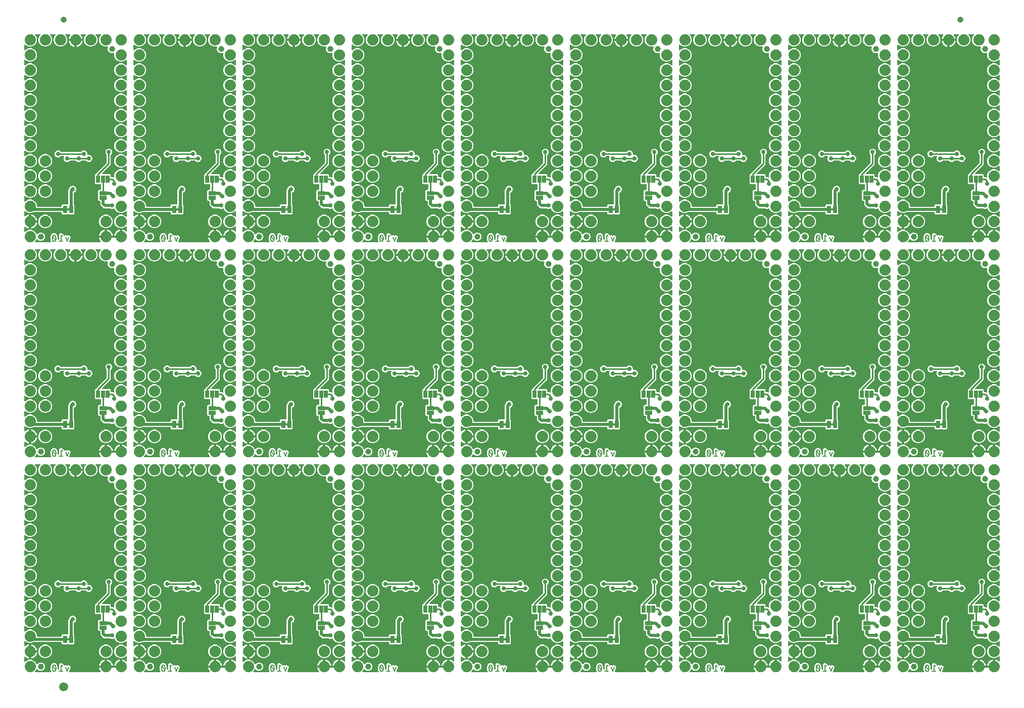
<source format=gbl>
G04 EAGLE Gerber RS-274X export*
G75*
%MOMM*%
%FSLAX34Y34*%
%LPD*%
%INBottom Copper*%
%IPPOS*%
%AMOC8*
5,1,8,0,0,1.08239X$1,22.5*%
G01*
%ADD10C,0.203200*%
%ADD11C,1.000000*%
%ADD12C,1.879600*%
%ADD13R,0.635000X1.270000*%
%ADD14R,0.660400X1.270000*%
%ADD15R,1.270000X0.635000*%
%ADD16C,1.500000*%
%ADD17C,0.736600*%
%ADD18C,0.508000*%
%ADD19C,0.254000*%

G36*
X413179Y3060D02*
X413179Y3060D01*
X413263Y3062D01*
X413319Y3080D01*
X413378Y3089D01*
X413454Y3123D01*
X413534Y3148D01*
X413583Y3181D01*
X413638Y3205D01*
X413701Y3259D01*
X413771Y3305D01*
X413809Y3350D01*
X413855Y3388D01*
X413901Y3458D01*
X413955Y3521D01*
X413979Y3576D01*
X414012Y3625D01*
X414037Y3705D01*
X414072Y3781D01*
X414080Y3840D01*
X414098Y3896D01*
X414100Y3980D01*
X414112Y4062D01*
X414103Y4113D01*
X414105Y4180D01*
X414070Y4316D01*
X414057Y4393D01*
X413821Y5082D01*
X413788Y5145D01*
X413773Y5197D01*
X412686Y7428D01*
X412686Y12892D01*
X413319Y14191D01*
X413321Y14196D01*
X413324Y14201D01*
X413334Y14239D01*
X413406Y14461D01*
X413408Y14496D01*
X413415Y14524D01*
X413437Y14715D01*
X413484Y14753D01*
X413523Y14794D01*
X413567Y14827D01*
X413608Y14885D01*
X413679Y14960D01*
X413723Y15046D01*
X413762Y15101D01*
X413773Y15122D01*
X413791Y15177D01*
X413809Y15213D01*
X413810Y15218D01*
X413821Y15238D01*
X414284Y16590D01*
X417018Y18543D01*
X420378Y18543D01*
X423111Y16590D01*
X423575Y15238D01*
X423607Y15175D01*
X423623Y15123D01*
X424710Y12892D01*
X424710Y8890D01*
X424718Y8832D01*
X424717Y8774D01*
X424738Y8692D01*
X424750Y8608D01*
X424774Y8555D01*
X424788Y8499D01*
X424831Y8426D01*
X424866Y8349D01*
X424904Y8304D01*
X424934Y8254D01*
X424995Y8196D01*
X425050Y8132D01*
X425098Y8100D01*
X425141Y8060D01*
X425216Y8021D01*
X425286Y7974D01*
X425342Y7957D01*
X425394Y7930D01*
X425462Y7919D01*
X425557Y7889D01*
X425657Y7886D01*
X425725Y7875D01*
X426064Y7875D01*
X426122Y7883D01*
X426180Y7881D01*
X426262Y7903D01*
X426345Y7915D01*
X426399Y7938D01*
X426455Y7953D01*
X426528Y7996D01*
X426605Y8031D01*
X426649Y8069D01*
X426700Y8098D01*
X426757Y8160D01*
X426822Y8214D01*
X426854Y8263D01*
X426894Y8306D01*
X426933Y8381D01*
X426979Y8451D01*
X426997Y8507D01*
X427024Y8559D01*
X427035Y8627D01*
X427065Y8722D01*
X427068Y8822D01*
X427079Y8890D01*
X427079Y15269D01*
X427072Y15321D01*
X427072Y15348D01*
X427071Y15352D01*
X427073Y15381D01*
X426954Y16450D01*
X427001Y16530D01*
X427009Y16561D01*
X427024Y16589D01*
X427037Y16666D01*
X427053Y16731D01*
X427813Y17491D01*
X427851Y17542D01*
X427888Y17574D01*
X428560Y18414D01*
X428650Y18437D01*
X428677Y18453D01*
X428707Y18463D01*
X428771Y18509D01*
X428829Y18543D01*
X429903Y18543D01*
X429966Y18552D01*
X430015Y18549D01*
X431084Y18668D01*
X431164Y18620D01*
X431194Y18613D01*
X431222Y18598D01*
X431300Y18585D01*
X431365Y18568D01*
X432124Y17809D01*
X432175Y17771D01*
X432208Y17734D01*
X435772Y14883D01*
X435817Y14856D01*
X435856Y14822D01*
X435938Y14784D01*
X436017Y14738D01*
X436067Y14725D01*
X436114Y14703D01*
X436204Y14690D01*
X436292Y14667D01*
X436344Y14668D01*
X436396Y14661D01*
X436467Y14672D01*
X436576Y14675D01*
X436663Y14703D01*
X436727Y14713D01*
X438278Y15230D01*
X439961Y14388D01*
X439977Y14383D01*
X439991Y14374D01*
X440112Y14338D01*
X440230Y14298D01*
X440247Y14297D01*
X440264Y14292D01*
X440390Y14291D01*
X440514Y14286D01*
X440531Y14290D01*
X440548Y14290D01*
X440616Y14311D01*
X440791Y14353D01*
X440832Y14377D01*
X440869Y14388D01*
X442552Y15230D01*
X444948Y14431D01*
X446077Y12172D01*
X443735Y5147D01*
X443733Y5132D01*
X443726Y5118D01*
X443707Y4992D01*
X443684Y4867D01*
X443686Y4852D01*
X443683Y4837D01*
X443694Y4768D01*
X443711Y4601D01*
X443669Y4518D01*
X443667Y4510D01*
X443662Y4503D01*
X443622Y4375D01*
X443579Y4248D01*
X443579Y4240D01*
X443576Y4232D01*
X443573Y4097D01*
X443567Y3964D01*
X443569Y3956D01*
X443569Y3948D01*
X443603Y3818D01*
X443634Y3688D01*
X443639Y3681D01*
X443641Y3673D01*
X443709Y3558D01*
X443776Y3441D01*
X443782Y3436D01*
X443786Y3428D01*
X443884Y3336D01*
X443980Y3243D01*
X443987Y3239D01*
X443993Y3234D01*
X444113Y3173D01*
X444230Y3110D01*
X444239Y3108D01*
X444246Y3104D01*
X444299Y3095D01*
X444509Y3051D01*
X444547Y3054D01*
X444577Y3049D01*
X495776Y3049D01*
X495805Y3053D01*
X495835Y3050D01*
X495946Y3073D01*
X496058Y3089D01*
X496085Y3101D01*
X496113Y3106D01*
X496214Y3159D01*
X496317Y3205D01*
X496340Y3224D01*
X496366Y3237D01*
X496448Y3315D01*
X496534Y3388D01*
X496551Y3413D01*
X496572Y3433D01*
X496629Y3531D01*
X496692Y3625D01*
X496701Y3653D01*
X496716Y3678D01*
X496743Y3788D01*
X496778Y3896D01*
X496778Y3925D01*
X496786Y3954D01*
X496782Y4067D01*
X496785Y4180D01*
X496778Y4209D01*
X496777Y4238D01*
X496742Y4346D01*
X496713Y4455D01*
X496698Y4481D01*
X496689Y4509D01*
X496643Y4573D01*
X496568Y4700D01*
X496522Y4743D01*
X496494Y4782D01*
X496354Y4923D01*
X495249Y6443D01*
X494396Y8117D01*
X493815Y9904D01*
X493694Y10669D01*
X504444Y10669D01*
X504502Y10677D01*
X504560Y10675D01*
X504642Y10697D01*
X504725Y10709D01*
X504779Y10733D01*
X504835Y10747D01*
X504908Y10790D01*
X504985Y10825D01*
X505029Y10863D01*
X505080Y10893D01*
X505137Y10954D01*
X505202Y11009D01*
X505234Y11057D01*
X505274Y11100D01*
X505313Y11175D01*
X505359Y11245D01*
X505377Y11301D01*
X505404Y11353D01*
X505415Y11421D01*
X505445Y11516D01*
X505448Y11616D01*
X505459Y11684D01*
X505459Y12701D01*
X505461Y12701D01*
X505461Y11684D01*
X505469Y11626D01*
X505468Y11568D01*
X505489Y11486D01*
X505501Y11403D01*
X505525Y11349D01*
X505539Y11293D01*
X505582Y11220D01*
X505617Y11143D01*
X505655Y11098D01*
X505685Y11048D01*
X505746Y10990D01*
X505801Y10926D01*
X505849Y10894D01*
X505892Y10854D01*
X505967Y10815D01*
X506037Y10769D01*
X506093Y10751D01*
X506145Y10724D01*
X506213Y10713D01*
X506308Y10683D01*
X506408Y10680D01*
X506476Y10669D01*
X529844Y10669D01*
X529902Y10677D01*
X529960Y10675D01*
X530042Y10697D01*
X530125Y10709D01*
X530179Y10733D01*
X530235Y10747D01*
X530308Y10790D01*
X530385Y10825D01*
X530429Y10863D01*
X530480Y10893D01*
X530537Y10954D01*
X530602Y11009D01*
X530634Y11057D01*
X530674Y11100D01*
X530713Y11175D01*
X530759Y11245D01*
X530777Y11301D01*
X530804Y11353D01*
X530815Y11421D01*
X530845Y11516D01*
X530848Y11616D01*
X530859Y11684D01*
X530859Y12701D01*
X531876Y12701D01*
X531934Y12709D01*
X531992Y12708D01*
X532074Y12729D01*
X532157Y12741D01*
X532211Y12765D01*
X532267Y12779D01*
X532340Y12822D01*
X532417Y12857D01*
X532462Y12895D01*
X532512Y12925D01*
X532570Y12986D01*
X532634Y13041D01*
X532666Y13089D01*
X532706Y13132D01*
X532745Y13207D01*
X532791Y13277D01*
X532809Y13333D01*
X532836Y13385D01*
X532847Y13453D01*
X532877Y13548D01*
X532880Y13648D01*
X532891Y13716D01*
X532891Y24466D01*
X533656Y24345D01*
X535443Y23764D01*
X537117Y22911D01*
X538637Y21806D01*
X538778Y21666D01*
X538802Y21648D01*
X538821Y21626D01*
X538915Y21563D01*
X539005Y21495D01*
X539033Y21484D01*
X539057Y21468D01*
X539165Y21434D01*
X539271Y21394D01*
X539300Y21391D01*
X539328Y21382D01*
X539441Y21379D01*
X539554Y21370D01*
X539583Y21376D01*
X539612Y21375D01*
X539722Y21404D01*
X539833Y21426D01*
X539859Y21439D01*
X539887Y21447D01*
X539985Y21505D01*
X540085Y21557D01*
X540107Y21577D01*
X540132Y21592D01*
X540209Y21675D01*
X540291Y21753D01*
X540306Y21778D01*
X540326Y21799D01*
X540378Y21900D01*
X540435Y21998D01*
X540442Y22026D01*
X540456Y22053D01*
X540469Y22130D01*
X540505Y22273D01*
X540503Y22336D01*
X540511Y22384D01*
X540511Y29135D01*
X540507Y29164D01*
X540510Y29193D01*
X540487Y29304D01*
X540471Y29416D01*
X540459Y29443D01*
X540454Y29472D01*
X540401Y29572D01*
X540355Y29676D01*
X540336Y29698D01*
X540323Y29724D01*
X540245Y29806D01*
X540172Y29893D01*
X540147Y29909D01*
X540127Y29930D01*
X540029Y29987D01*
X539935Y30050D01*
X539907Y30059D01*
X539882Y30074D01*
X539772Y30102D01*
X539664Y30136D01*
X539634Y30137D01*
X539606Y30144D01*
X539493Y30140D01*
X539380Y30143D01*
X539351Y30136D01*
X539322Y30135D01*
X539214Y30100D01*
X539105Y30072D01*
X539079Y30057D01*
X539051Y30048D01*
X538987Y30002D01*
X538860Y29926D01*
X538817Y29881D01*
X538778Y29853D01*
X537335Y28409D01*
X533134Y26669D01*
X528586Y26669D01*
X524385Y28410D01*
X521170Y31625D01*
X519429Y35826D01*
X519429Y40374D01*
X521170Y44575D01*
X524385Y47790D01*
X528586Y49531D01*
X533134Y49531D01*
X537335Y47791D01*
X538778Y46347D01*
X538802Y46330D01*
X538821Y46307D01*
X538915Y46245D01*
X539005Y46176D01*
X539033Y46166D01*
X539057Y46150D01*
X539165Y46116D01*
X539271Y46075D01*
X539300Y46073D01*
X539328Y46064D01*
X539442Y46061D01*
X539554Y46052D01*
X539583Y46057D01*
X539612Y46057D01*
X539722Y46085D01*
X539833Y46108D01*
X539859Y46121D01*
X539887Y46128D01*
X539985Y46186D01*
X540085Y46239D01*
X540107Y46259D01*
X540132Y46274D01*
X540209Y46356D01*
X540291Y46434D01*
X540306Y46460D01*
X540326Y46481D01*
X540378Y46582D01*
X540435Y46680D01*
X540442Y46708D01*
X540456Y46734D01*
X540469Y46812D01*
X540505Y46955D01*
X540503Y47018D01*
X540511Y47065D01*
X540511Y54535D01*
X540507Y54564D01*
X540510Y54593D01*
X540487Y54704D01*
X540471Y54816D01*
X540459Y54843D01*
X540454Y54872D01*
X540401Y54972D01*
X540355Y55076D01*
X540336Y55098D01*
X540323Y55124D01*
X540245Y55206D01*
X540172Y55293D01*
X540147Y55309D01*
X540127Y55330D01*
X540029Y55387D01*
X539935Y55450D01*
X539907Y55459D01*
X539882Y55474D01*
X539772Y55502D01*
X539664Y55536D01*
X539634Y55537D01*
X539606Y55544D01*
X539493Y55540D01*
X539380Y55543D01*
X539351Y55536D01*
X539322Y55535D01*
X539214Y55500D01*
X539105Y55472D01*
X539079Y55457D01*
X539051Y55448D01*
X538987Y55402D01*
X538860Y55326D01*
X538817Y55281D01*
X538778Y55253D01*
X537335Y53809D01*
X533134Y52069D01*
X528586Y52069D01*
X524385Y53810D01*
X521170Y57025D01*
X520194Y59379D01*
X520165Y59430D01*
X520144Y59484D01*
X520093Y59551D01*
X520050Y59624D01*
X520007Y59664D01*
X519972Y59711D01*
X519905Y59761D01*
X519843Y59819D01*
X519791Y59846D01*
X519744Y59881D01*
X519665Y59911D01*
X519590Y59949D01*
X519533Y59961D01*
X519478Y59981D01*
X519394Y59988D01*
X519312Y60004D01*
X519253Y59999D01*
X519195Y60004D01*
X519128Y59989D01*
X519028Y59980D01*
X518935Y59944D01*
X518868Y59929D01*
X516757Y59054D01*
X514483Y59054D01*
X512364Y59932D01*
X512337Y59952D01*
X512273Y60012D01*
X512224Y60038D01*
X512180Y60071D01*
X512098Y60102D01*
X512020Y60142D01*
X511972Y60150D01*
X511914Y60172D01*
X511766Y60184D01*
X511689Y60197D01*
X501788Y60197D01*
X496315Y65670D01*
X496315Y71501D01*
X496307Y71559D01*
X496309Y71617D01*
X496287Y71699D01*
X496275Y71783D01*
X496252Y71836D01*
X496237Y71892D01*
X496194Y71965D01*
X496159Y72042D01*
X496121Y72087D01*
X496092Y72137D01*
X496030Y72195D01*
X495976Y72259D01*
X495927Y72291D01*
X495884Y72331D01*
X495809Y72370D01*
X495739Y72417D01*
X495683Y72434D01*
X495631Y72461D01*
X495563Y72472D01*
X495468Y72502D01*
X495368Y72505D01*
X495300Y72516D01*
X493696Y72516D01*
X492505Y73707D01*
X492505Y89869D01*
X493696Y91060D01*
X496062Y91060D01*
X496120Y91068D01*
X496178Y91066D01*
X496260Y91088D01*
X496344Y91100D01*
X496397Y91123D01*
X496453Y91138D01*
X496526Y91181D01*
X496603Y91216D01*
X496648Y91254D01*
X496698Y91283D01*
X496756Y91345D01*
X496820Y91399D01*
X496852Y91448D01*
X496892Y91491D01*
X496931Y91566D01*
X496978Y91636D01*
X496995Y91692D01*
X497022Y91744D01*
X497033Y91812D01*
X497063Y91907D01*
X497066Y92007D01*
X497077Y92075D01*
X497077Y99822D01*
X497069Y99880D01*
X497071Y99938D01*
X497049Y100020D01*
X497037Y100104D01*
X497014Y100157D01*
X496999Y100213D01*
X496956Y100286D01*
X496921Y100363D01*
X496883Y100408D01*
X496854Y100458D01*
X496792Y100516D01*
X496738Y100580D01*
X496689Y100612D01*
X496646Y100652D01*
X496571Y100691D01*
X496501Y100738D01*
X496445Y100755D01*
X496393Y100782D01*
X496325Y100793D01*
X496230Y100823D01*
X496130Y100826D01*
X496062Y100837D01*
X488235Y100837D01*
X487044Y102028D01*
X487044Y116412D01*
X488309Y117677D01*
X488325Y117681D01*
X488398Y117724D01*
X488475Y117759D01*
X488520Y117797D01*
X488570Y117826D01*
X488628Y117888D01*
X488692Y117942D01*
X488724Y117991D01*
X488764Y118034D01*
X488803Y118109D01*
X488850Y118179D01*
X488867Y118235D01*
X488894Y118287D01*
X488905Y118355D01*
X488935Y118450D01*
X488938Y118550D01*
X488949Y118618D01*
X488949Y118716D01*
X506686Y136453D01*
X506738Y136523D01*
X506798Y136586D01*
X506824Y136636D01*
X506857Y136680D01*
X506888Y136762D01*
X506928Y136839D01*
X506936Y136887D01*
X506958Y136946D01*
X506970Y137093D01*
X506983Y137171D01*
X506983Y149485D01*
X506971Y149572D01*
X506968Y149659D01*
X506951Y149712D01*
X506943Y149766D01*
X506908Y149846D01*
X506881Y149929D01*
X506853Y149969D01*
X506827Y150026D01*
X506731Y150139D01*
X506686Y150203D01*
X505440Y151448D01*
X504570Y153549D01*
X504570Y155823D01*
X505440Y157924D01*
X507048Y159532D01*
X509149Y160402D01*
X511423Y160402D01*
X513524Y159532D01*
X515132Y157924D01*
X516002Y155823D01*
X516002Y153549D01*
X515132Y151448D01*
X513886Y150203D01*
X513834Y150133D01*
X513774Y150069D01*
X513748Y150020D01*
X513715Y149976D01*
X513684Y149894D01*
X513644Y149816D01*
X513636Y149768D01*
X513614Y149710D01*
X513602Y149562D01*
X513589Y149485D01*
X513589Y134014D01*
X511357Y131782D01*
X498911Y119336D01*
X498893Y119312D01*
X498871Y119293D01*
X498808Y119199D01*
X498740Y119109D01*
X498729Y119081D01*
X498713Y119057D01*
X498679Y118949D01*
X498639Y118843D01*
X498636Y118814D01*
X498627Y118786D01*
X498624Y118672D01*
X498615Y118560D01*
X498621Y118531D01*
X498620Y118502D01*
X498649Y118392D01*
X498671Y118281D01*
X498684Y118255D01*
X498692Y118227D01*
X498750Y118129D01*
X498802Y118029D01*
X498822Y118007D01*
X498837Y117982D01*
X498920Y117905D01*
X498998Y117823D01*
X499023Y117808D01*
X499044Y117788D01*
X499145Y117736D01*
X499243Y117679D01*
X499271Y117672D01*
X499297Y117658D01*
X499375Y117645D01*
X499518Y117609D01*
X499581Y117611D01*
X499629Y117603D01*
X512525Y117603D01*
X513716Y116412D01*
X513716Y113538D01*
X513724Y113480D01*
X513722Y113422D01*
X513744Y113340D01*
X513756Y113256D01*
X513779Y113203D01*
X513794Y113147D01*
X513837Y113074D01*
X513872Y112997D01*
X513910Y112952D01*
X513939Y112902D01*
X514001Y112844D01*
X514055Y112780D01*
X514104Y112748D01*
X514147Y112708D01*
X514222Y112669D01*
X514292Y112622D01*
X514348Y112605D01*
X514400Y112578D01*
X514468Y112567D01*
X514563Y112537D01*
X514663Y112534D01*
X514731Y112523D01*
X517242Y112523D01*
X517696Y112069D01*
X517720Y112051D01*
X517739Y112029D01*
X517833Y111966D01*
X517923Y111898D01*
X517951Y111887D01*
X517975Y111871D01*
X518083Y111837D01*
X518189Y111797D01*
X518218Y111794D01*
X518246Y111785D01*
X518360Y111782D01*
X518472Y111773D01*
X518501Y111779D01*
X518530Y111778D01*
X518640Y111807D01*
X518751Y111829D01*
X518777Y111842D01*
X518805Y111850D01*
X518903Y111907D01*
X519003Y111960D01*
X519025Y111980D01*
X519050Y111995D01*
X519127Y112078D01*
X519209Y112156D01*
X519224Y112181D01*
X519244Y112202D01*
X519296Y112303D01*
X519353Y112401D01*
X519360Y112429D01*
X519374Y112455D01*
X519387Y112533D01*
X519423Y112676D01*
X519421Y112739D01*
X519429Y112787D01*
X519429Y116574D01*
X521170Y120775D01*
X524385Y123990D01*
X528586Y125731D01*
X533134Y125731D01*
X537335Y123991D01*
X538778Y122547D01*
X538802Y122530D01*
X538821Y122507D01*
X538915Y122445D01*
X539005Y122376D01*
X539033Y122366D01*
X539057Y122350D01*
X539165Y122316D01*
X539271Y122275D01*
X539300Y122273D01*
X539328Y122264D01*
X539442Y122261D01*
X539554Y122252D01*
X539583Y122257D01*
X539612Y122257D01*
X539722Y122285D01*
X539833Y122308D01*
X539859Y122321D01*
X539887Y122328D01*
X539985Y122386D01*
X540085Y122439D01*
X540107Y122459D01*
X540132Y122474D01*
X540209Y122556D01*
X540291Y122634D01*
X540306Y122660D01*
X540326Y122681D01*
X540378Y122782D01*
X540435Y122880D01*
X540442Y122908D01*
X540456Y122934D01*
X540469Y123012D01*
X540505Y123155D01*
X540503Y123218D01*
X540511Y123265D01*
X540511Y130735D01*
X540507Y130764D01*
X540510Y130793D01*
X540487Y130904D01*
X540471Y131016D01*
X540459Y131043D01*
X540454Y131072D01*
X540401Y131172D01*
X540355Y131276D01*
X540336Y131298D01*
X540323Y131324D01*
X540245Y131406D01*
X540172Y131493D01*
X540147Y131509D01*
X540127Y131530D01*
X540029Y131587D01*
X539935Y131650D01*
X539907Y131659D01*
X539882Y131674D01*
X539772Y131702D01*
X539664Y131736D01*
X539634Y131737D01*
X539606Y131744D01*
X539493Y131740D01*
X539380Y131743D01*
X539351Y131736D01*
X539322Y131735D01*
X539214Y131700D01*
X539105Y131672D01*
X539079Y131657D01*
X539051Y131648D01*
X538987Y131602D01*
X538860Y131526D01*
X538817Y131481D01*
X538778Y131453D01*
X537335Y130009D01*
X533134Y128269D01*
X528586Y128269D01*
X524385Y130010D01*
X521170Y133225D01*
X519429Y137426D01*
X519429Y141974D01*
X521170Y146175D01*
X524385Y149390D01*
X528586Y151131D01*
X533134Y151131D01*
X537335Y149391D01*
X538778Y147947D01*
X538802Y147930D01*
X538821Y147907D01*
X538915Y147845D01*
X539005Y147776D01*
X539033Y147766D01*
X539057Y147750D01*
X539165Y147716D01*
X539271Y147675D01*
X539300Y147673D01*
X539328Y147664D01*
X539442Y147661D01*
X539554Y147652D01*
X539583Y147657D01*
X539612Y147657D01*
X539722Y147685D01*
X539833Y147708D01*
X539859Y147721D01*
X539887Y147728D01*
X539985Y147786D01*
X540085Y147839D01*
X540107Y147859D01*
X540132Y147874D01*
X540209Y147956D01*
X540291Y148034D01*
X540306Y148060D01*
X540326Y148081D01*
X540378Y148182D01*
X540435Y148280D01*
X540442Y148308D01*
X540456Y148334D01*
X540469Y148412D01*
X540505Y148555D01*
X540503Y148618D01*
X540511Y148665D01*
X540511Y156135D01*
X540507Y156164D01*
X540510Y156193D01*
X540487Y156304D01*
X540471Y156416D01*
X540459Y156443D01*
X540454Y156472D01*
X540401Y156572D01*
X540355Y156676D01*
X540336Y156698D01*
X540323Y156724D01*
X540245Y156806D01*
X540172Y156893D01*
X540147Y156909D01*
X540127Y156930D01*
X540029Y156987D01*
X539935Y157050D01*
X539907Y157059D01*
X539882Y157074D01*
X539772Y157102D01*
X539664Y157136D01*
X539634Y157137D01*
X539606Y157144D01*
X539493Y157140D01*
X539380Y157143D01*
X539351Y157136D01*
X539322Y157135D01*
X539214Y157100D01*
X539105Y157072D01*
X539079Y157057D01*
X539051Y157048D01*
X538987Y157002D01*
X538860Y156926D01*
X538817Y156881D01*
X538778Y156853D01*
X537335Y155409D01*
X533134Y153669D01*
X528586Y153669D01*
X524385Y155410D01*
X521170Y158625D01*
X519429Y162826D01*
X519429Y167374D01*
X521170Y171575D01*
X524385Y174790D01*
X528586Y176531D01*
X533134Y176531D01*
X537335Y174791D01*
X538778Y173347D01*
X538802Y173330D01*
X538821Y173307D01*
X538915Y173245D01*
X539005Y173176D01*
X539033Y173166D01*
X539057Y173150D01*
X539165Y173116D01*
X539271Y173075D01*
X539300Y173073D01*
X539328Y173064D01*
X539442Y173061D01*
X539554Y173052D01*
X539583Y173057D01*
X539612Y173057D01*
X539722Y173085D01*
X539833Y173108D01*
X539859Y173121D01*
X539887Y173128D01*
X539985Y173186D01*
X540085Y173239D01*
X540107Y173259D01*
X540132Y173274D01*
X540209Y173356D01*
X540291Y173434D01*
X540306Y173460D01*
X540326Y173481D01*
X540378Y173582D01*
X540435Y173680D01*
X540442Y173708D01*
X540456Y173734D01*
X540469Y173812D01*
X540505Y173955D01*
X540503Y174018D01*
X540511Y174065D01*
X540511Y181535D01*
X540507Y181564D01*
X540510Y181593D01*
X540487Y181704D01*
X540471Y181816D01*
X540459Y181843D01*
X540454Y181872D01*
X540401Y181972D01*
X540355Y182076D01*
X540336Y182098D01*
X540323Y182124D01*
X540245Y182206D01*
X540172Y182293D01*
X540147Y182309D01*
X540127Y182330D01*
X540029Y182387D01*
X539935Y182450D01*
X539907Y182459D01*
X539882Y182474D01*
X539772Y182502D01*
X539664Y182536D01*
X539634Y182537D01*
X539606Y182544D01*
X539493Y182540D01*
X539380Y182543D01*
X539351Y182536D01*
X539322Y182535D01*
X539214Y182500D01*
X539105Y182472D01*
X539079Y182457D01*
X539051Y182448D01*
X538987Y182402D01*
X538860Y182326D01*
X538817Y182281D01*
X538778Y182253D01*
X537335Y180809D01*
X533134Y179069D01*
X528586Y179069D01*
X524385Y180810D01*
X521170Y184025D01*
X519429Y188226D01*
X519429Y192774D01*
X521170Y196975D01*
X524385Y200190D01*
X528586Y201931D01*
X533134Y201931D01*
X537335Y200191D01*
X538778Y198747D01*
X538802Y198730D01*
X538821Y198707D01*
X538915Y198645D01*
X539005Y198576D01*
X539033Y198566D01*
X539057Y198550D01*
X539165Y198516D01*
X539271Y198475D01*
X539300Y198473D01*
X539328Y198464D01*
X539442Y198461D01*
X539554Y198452D01*
X539583Y198457D01*
X539612Y198457D01*
X539722Y198485D01*
X539833Y198508D01*
X539859Y198521D01*
X539887Y198528D01*
X539985Y198586D01*
X540085Y198639D01*
X540107Y198659D01*
X540132Y198674D01*
X540209Y198756D01*
X540291Y198834D01*
X540306Y198860D01*
X540326Y198881D01*
X540378Y198982D01*
X540435Y199080D01*
X540442Y199108D01*
X540456Y199134D01*
X540469Y199212D01*
X540505Y199355D01*
X540503Y199418D01*
X540511Y199465D01*
X540511Y206935D01*
X540507Y206964D01*
X540510Y206993D01*
X540487Y207104D01*
X540471Y207216D01*
X540459Y207243D01*
X540454Y207272D01*
X540401Y207372D01*
X540355Y207476D01*
X540336Y207498D01*
X540323Y207524D01*
X540245Y207606D01*
X540172Y207693D01*
X540147Y207709D01*
X540127Y207730D01*
X540029Y207787D01*
X539935Y207850D01*
X539907Y207859D01*
X539882Y207874D01*
X539772Y207902D01*
X539664Y207936D01*
X539634Y207937D01*
X539606Y207944D01*
X539493Y207940D01*
X539380Y207943D01*
X539351Y207936D01*
X539322Y207935D01*
X539214Y207900D01*
X539105Y207872D01*
X539079Y207857D01*
X539051Y207848D01*
X538987Y207802D01*
X538860Y207726D01*
X538817Y207681D01*
X538778Y207653D01*
X537335Y206209D01*
X533134Y204469D01*
X528586Y204469D01*
X524385Y206210D01*
X521170Y209425D01*
X519429Y213626D01*
X519429Y218174D01*
X521170Y222375D01*
X524385Y225590D01*
X528586Y227331D01*
X533134Y227331D01*
X537335Y225591D01*
X538778Y224147D01*
X538802Y224130D01*
X538821Y224107D01*
X538915Y224045D01*
X539005Y223976D01*
X539033Y223966D01*
X539057Y223950D01*
X539165Y223916D01*
X539271Y223875D01*
X539300Y223873D01*
X539328Y223864D01*
X539442Y223861D01*
X539554Y223852D01*
X539583Y223857D01*
X539612Y223857D01*
X539722Y223885D01*
X539833Y223908D01*
X539859Y223921D01*
X539887Y223928D01*
X539985Y223986D01*
X540085Y224039D01*
X540107Y224059D01*
X540132Y224074D01*
X540209Y224156D01*
X540291Y224234D01*
X540306Y224260D01*
X540326Y224281D01*
X540378Y224382D01*
X540435Y224480D01*
X540442Y224508D01*
X540456Y224534D01*
X540469Y224612D01*
X540505Y224755D01*
X540503Y224818D01*
X540511Y224865D01*
X540511Y232335D01*
X540507Y232364D01*
X540510Y232393D01*
X540487Y232504D01*
X540471Y232616D01*
X540459Y232643D01*
X540454Y232672D01*
X540401Y232772D01*
X540355Y232876D01*
X540336Y232898D01*
X540323Y232924D01*
X540245Y233006D01*
X540172Y233093D01*
X540147Y233109D01*
X540127Y233130D01*
X540029Y233187D01*
X539935Y233250D01*
X539907Y233259D01*
X539882Y233274D01*
X539772Y233302D01*
X539664Y233336D01*
X539634Y233337D01*
X539606Y233344D01*
X539493Y233340D01*
X539380Y233343D01*
X539351Y233336D01*
X539322Y233335D01*
X539214Y233300D01*
X539105Y233272D01*
X539079Y233257D01*
X539051Y233248D01*
X538987Y233202D01*
X538860Y233126D01*
X538817Y233081D01*
X538778Y233053D01*
X537335Y231609D01*
X533134Y229869D01*
X528586Y229869D01*
X524385Y231610D01*
X521170Y234825D01*
X519429Y239026D01*
X519429Y243574D01*
X521170Y247775D01*
X524385Y250990D01*
X528586Y252731D01*
X533134Y252731D01*
X537335Y250991D01*
X538778Y249547D01*
X538802Y249530D01*
X538821Y249507D01*
X538915Y249445D01*
X539005Y249376D01*
X539033Y249366D01*
X539057Y249350D01*
X539165Y249316D01*
X539271Y249275D01*
X539300Y249273D01*
X539328Y249264D01*
X539442Y249261D01*
X539554Y249252D01*
X539583Y249257D01*
X539612Y249257D01*
X539722Y249285D01*
X539833Y249308D01*
X539859Y249321D01*
X539887Y249328D01*
X539985Y249386D01*
X540085Y249439D01*
X540107Y249459D01*
X540132Y249474D01*
X540209Y249556D01*
X540291Y249634D01*
X540306Y249660D01*
X540326Y249681D01*
X540378Y249782D01*
X540435Y249880D01*
X540442Y249908D01*
X540456Y249934D01*
X540469Y250012D01*
X540505Y250155D01*
X540503Y250218D01*
X540511Y250265D01*
X540511Y257735D01*
X540507Y257764D01*
X540510Y257793D01*
X540487Y257904D01*
X540471Y258016D01*
X540459Y258043D01*
X540454Y258072D01*
X540401Y258172D01*
X540355Y258276D01*
X540336Y258298D01*
X540323Y258324D01*
X540245Y258406D01*
X540172Y258493D01*
X540147Y258509D01*
X540127Y258530D01*
X540029Y258587D01*
X539935Y258650D01*
X539907Y258659D01*
X539882Y258674D01*
X539772Y258702D01*
X539664Y258736D01*
X539634Y258737D01*
X539606Y258744D01*
X539493Y258740D01*
X539380Y258743D01*
X539351Y258736D01*
X539322Y258735D01*
X539214Y258700D01*
X539105Y258672D01*
X539079Y258657D01*
X539051Y258648D01*
X538987Y258602D01*
X538860Y258526D01*
X538817Y258481D01*
X538778Y258453D01*
X537335Y257009D01*
X533134Y255269D01*
X528586Y255269D01*
X524385Y257010D01*
X521170Y260225D01*
X519429Y264426D01*
X519429Y268974D01*
X521170Y273175D01*
X524385Y276390D01*
X528586Y278131D01*
X533134Y278131D01*
X537335Y276391D01*
X538778Y274947D01*
X538802Y274930D01*
X538821Y274907D01*
X538915Y274845D01*
X539005Y274776D01*
X539033Y274766D01*
X539057Y274750D01*
X539165Y274716D01*
X539271Y274675D01*
X539300Y274673D01*
X539328Y274664D01*
X539442Y274661D01*
X539554Y274652D01*
X539583Y274657D01*
X539612Y274657D01*
X539722Y274685D01*
X539833Y274708D01*
X539859Y274721D01*
X539887Y274728D01*
X539985Y274786D01*
X540085Y274839D01*
X540107Y274859D01*
X540132Y274874D01*
X540209Y274956D01*
X540291Y275034D01*
X540306Y275060D01*
X540326Y275081D01*
X540378Y275182D01*
X540435Y275280D01*
X540442Y275308D01*
X540456Y275334D01*
X540469Y275412D01*
X540505Y275555D01*
X540503Y275618D01*
X540511Y275665D01*
X540511Y283135D01*
X540507Y283164D01*
X540510Y283193D01*
X540487Y283304D01*
X540471Y283416D01*
X540459Y283443D01*
X540454Y283472D01*
X540401Y283572D01*
X540355Y283676D01*
X540336Y283698D01*
X540323Y283724D01*
X540245Y283806D01*
X540172Y283893D01*
X540147Y283909D01*
X540127Y283930D01*
X540029Y283987D01*
X539935Y284050D01*
X539907Y284059D01*
X539882Y284074D01*
X539772Y284102D01*
X539664Y284136D01*
X539634Y284137D01*
X539606Y284144D01*
X539493Y284140D01*
X539380Y284143D01*
X539351Y284136D01*
X539322Y284135D01*
X539214Y284100D01*
X539105Y284072D01*
X539079Y284057D01*
X539051Y284048D01*
X538987Y284002D01*
X538860Y283926D01*
X538817Y283881D01*
X538778Y283853D01*
X537335Y282409D01*
X533134Y280669D01*
X528586Y280669D01*
X524385Y282410D01*
X521170Y285625D01*
X519429Y289826D01*
X519429Y294374D01*
X521170Y298575D01*
X524385Y301790D01*
X528586Y303531D01*
X533134Y303531D01*
X537335Y301791D01*
X538778Y300347D01*
X538802Y300330D01*
X538821Y300307D01*
X538915Y300245D01*
X539005Y300176D01*
X539033Y300166D01*
X539057Y300150D01*
X539165Y300116D01*
X539271Y300075D01*
X539300Y300073D01*
X539328Y300064D01*
X539442Y300061D01*
X539554Y300052D01*
X539583Y300057D01*
X539612Y300057D01*
X539722Y300085D01*
X539833Y300108D01*
X539859Y300121D01*
X539887Y300128D01*
X539985Y300186D01*
X540085Y300239D01*
X540107Y300259D01*
X540132Y300274D01*
X540209Y300356D01*
X540291Y300434D01*
X540306Y300460D01*
X540326Y300481D01*
X540378Y300582D01*
X540435Y300680D01*
X540442Y300708D01*
X540456Y300734D01*
X540469Y300812D01*
X540505Y300955D01*
X540503Y301018D01*
X540511Y301065D01*
X540511Y308535D01*
X540507Y308564D01*
X540510Y308593D01*
X540487Y308704D01*
X540471Y308816D01*
X540459Y308843D01*
X540454Y308872D01*
X540401Y308972D01*
X540355Y309076D01*
X540336Y309098D01*
X540323Y309124D01*
X540245Y309206D01*
X540172Y309293D01*
X540147Y309309D01*
X540127Y309330D01*
X540029Y309387D01*
X539935Y309450D01*
X539907Y309459D01*
X539882Y309474D01*
X539772Y309502D01*
X539664Y309536D01*
X539634Y309537D01*
X539606Y309544D01*
X539493Y309540D01*
X539380Y309543D01*
X539351Y309536D01*
X539322Y309535D01*
X539214Y309500D01*
X539105Y309472D01*
X539079Y309457D01*
X539051Y309448D01*
X538987Y309402D01*
X538860Y309326D01*
X538817Y309281D01*
X538778Y309253D01*
X537335Y307809D01*
X533134Y306069D01*
X528586Y306069D01*
X524385Y307810D01*
X521170Y311025D01*
X519429Y315226D01*
X519429Y319782D01*
X519438Y319799D01*
X519460Y319910D01*
X519488Y320020D01*
X519487Y320049D01*
X519493Y320078D01*
X519483Y320191D01*
X519480Y320304D01*
X519471Y320332D01*
X519469Y320361D01*
X519428Y320467D01*
X519394Y320575D01*
X519377Y320599D01*
X519367Y320627D01*
X519298Y320717D01*
X519235Y320811D01*
X519213Y320830D01*
X519195Y320853D01*
X519104Y320921D01*
X519018Y320994D01*
X518991Y321006D01*
X518967Y321024D01*
X518861Y321064D01*
X518758Y321110D01*
X518729Y321114D01*
X518701Y321124D01*
X518588Y321133D01*
X518476Y321149D01*
X518447Y321144D01*
X518418Y321147D01*
X518341Y321129D01*
X518195Y321108D01*
X518138Y321082D01*
X518091Y321071D01*
X517019Y320627D01*
X514221Y320627D01*
X511636Y321698D01*
X509658Y323676D01*
X508587Y326261D01*
X508587Y329059D01*
X509031Y330131D01*
X509039Y330159D01*
X509052Y330185D01*
X509074Y330296D01*
X509102Y330406D01*
X509101Y330435D01*
X509107Y330464D01*
X509097Y330577D01*
X509094Y330690D01*
X509085Y330718D01*
X509083Y330748D01*
X509042Y330853D01*
X509007Y330961D01*
X508991Y330985D01*
X508981Y331013D01*
X508912Y331103D01*
X508849Y331197D01*
X508827Y331216D01*
X508809Y331240D01*
X508718Y331307D01*
X508632Y331380D01*
X508605Y331392D01*
X508581Y331410D01*
X508475Y331450D01*
X508372Y331496D01*
X508343Y331500D01*
X508315Y331510D01*
X508202Y331519D01*
X508090Y331535D01*
X508061Y331530D01*
X508032Y331533D01*
X507955Y331515D01*
X507809Y331494D01*
X507754Y331469D01*
X503186Y331469D01*
X498985Y333210D01*
X495770Y336425D01*
X494029Y340626D01*
X494029Y345174D01*
X495769Y349375D01*
X497213Y350818D01*
X497230Y350842D01*
X497253Y350861D01*
X497315Y350955D01*
X497384Y351045D01*
X497394Y351073D01*
X497410Y351097D01*
X497444Y351205D01*
X497485Y351311D01*
X497487Y351340D01*
X497496Y351368D01*
X497499Y351482D01*
X497508Y351594D01*
X497503Y351623D01*
X497503Y351652D01*
X497475Y351762D01*
X497452Y351873D01*
X497439Y351899D01*
X497432Y351927D01*
X497374Y352025D01*
X497321Y352125D01*
X497301Y352147D01*
X497286Y352172D01*
X497204Y352249D01*
X497126Y352331D01*
X497100Y352346D01*
X497079Y352366D01*
X496978Y352418D01*
X496880Y352475D01*
X496852Y352482D01*
X496826Y352496D01*
X496748Y352509D01*
X496605Y352545D01*
X496542Y352543D01*
X496495Y352551D01*
X489025Y352551D01*
X488996Y352547D01*
X488967Y352550D01*
X488856Y352527D01*
X488744Y352511D01*
X488717Y352499D01*
X488688Y352494D01*
X488588Y352441D01*
X488484Y352395D01*
X488462Y352376D01*
X488436Y352363D01*
X488354Y352285D01*
X488267Y352212D01*
X488251Y352187D01*
X488230Y352167D01*
X488173Y352069D01*
X488110Y351975D01*
X488101Y351947D01*
X488086Y351922D01*
X488058Y351812D01*
X488024Y351704D01*
X488023Y351674D01*
X488016Y351646D01*
X488020Y351533D01*
X488017Y351420D01*
X488024Y351391D01*
X488025Y351362D01*
X488060Y351254D01*
X488088Y351145D01*
X488103Y351119D01*
X488112Y351091D01*
X488158Y351027D01*
X488234Y350900D01*
X488279Y350857D01*
X488307Y350818D01*
X489751Y349375D01*
X491491Y345174D01*
X491491Y340626D01*
X489750Y336425D01*
X486535Y333210D01*
X482334Y331469D01*
X477786Y331469D01*
X473585Y333210D01*
X470370Y336425D01*
X468629Y340626D01*
X468629Y345174D01*
X470369Y349375D01*
X471813Y350818D01*
X471830Y350842D01*
X471853Y350861D01*
X471915Y350955D01*
X471984Y351045D01*
X471994Y351073D01*
X472010Y351097D01*
X472044Y351205D01*
X472085Y351311D01*
X472087Y351340D01*
X472096Y351368D01*
X472099Y351482D01*
X472108Y351594D01*
X472103Y351623D01*
X472103Y351652D01*
X472075Y351762D01*
X472052Y351873D01*
X472039Y351899D01*
X472032Y351927D01*
X471974Y352025D01*
X471921Y352125D01*
X471901Y352147D01*
X471886Y352172D01*
X471804Y352249D01*
X471726Y352331D01*
X471700Y352346D01*
X471679Y352366D01*
X471578Y352418D01*
X471480Y352475D01*
X471452Y352482D01*
X471426Y352496D01*
X471348Y352509D01*
X471205Y352545D01*
X471142Y352543D01*
X471095Y352551D01*
X464344Y352551D01*
X464315Y352547D01*
X464285Y352550D01*
X464174Y352527D01*
X464062Y352511D01*
X464035Y352499D01*
X464007Y352494D01*
X463906Y352441D01*
X463803Y352395D01*
X463780Y352376D01*
X463754Y352363D01*
X463672Y352285D01*
X463586Y352212D01*
X463569Y352187D01*
X463548Y352167D01*
X463491Y352069D01*
X463428Y351975D01*
X463419Y351947D01*
X463404Y351922D01*
X463377Y351812D01*
X463342Y351704D01*
X463342Y351675D01*
X463334Y351646D01*
X463338Y351533D01*
X463335Y351420D01*
X463342Y351391D01*
X463343Y351362D01*
X463378Y351254D01*
X463407Y351145D01*
X463422Y351119D01*
X463431Y351091D01*
X463477Y351027D01*
X463552Y350900D01*
X463598Y350857D01*
X463626Y350818D01*
X463766Y350677D01*
X464871Y349157D01*
X465724Y347483D01*
X466305Y345696D01*
X466426Y344931D01*
X455676Y344931D01*
X455618Y344923D01*
X455560Y344925D01*
X455478Y344903D01*
X455395Y344891D01*
X455341Y344867D01*
X455285Y344853D01*
X455212Y344810D01*
X455135Y344775D01*
X455091Y344737D01*
X455040Y344707D01*
X454983Y344646D01*
X454918Y344591D01*
X454886Y344543D01*
X454846Y344500D01*
X454807Y344425D01*
X454761Y344355D01*
X454743Y344299D01*
X454716Y344247D01*
X454705Y344179D01*
X454675Y344084D01*
X454672Y343984D01*
X454661Y343916D01*
X454661Y342899D01*
X454659Y342899D01*
X454659Y343916D01*
X454651Y343974D01*
X454652Y344032D01*
X454631Y344114D01*
X454619Y344197D01*
X454595Y344251D01*
X454581Y344307D01*
X454538Y344380D01*
X454503Y344457D01*
X454465Y344502D01*
X454435Y344552D01*
X454374Y344610D01*
X454319Y344674D01*
X454271Y344706D01*
X454228Y344746D01*
X454153Y344785D01*
X454083Y344831D01*
X454027Y344849D01*
X453975Y344876D01*
X453907Y344887D01*
X453812Y344917D01*
X453712Y344920D01*
X453644Y344931D01*
X442894Y344931D01*
X443015Y345696D01*
X443596Y347483D01*
X444449Y349157D01*
X445554Y350677D01*
X445694Y350818D01*
X445712Y350842D01*
X445734Y350861D01*
X445797Y350955D01*
X445865Y351045D01*
X445876Y351073D01*
X445892Y351097D01*
X445926Y351205D01*
X445966Y351311D01*
X445969Y351340D01*
X445978Y351368D01*
X445981Y351481D01*
X445990Y351594D01*
X445984Y351623D01*
X445985Y351652D01*
X445956Y351762D01*
X445934Y351873D01*
X445921Y351899D01*
X445913Y351927D01*
X445855Y352025D01*
X445803Y352125D01*
X445783Y352147D01*
X445768Y352172D01*
X445685Y352249D01*
X445607Y352331D01*
X445582Y352346D01*
X445561Y352366D01*
X445460Y352418D01*
X445362Y352475D01*
X445334Y352482D01*
X445307Y352496D01*
X445230Y352509D01*
X445087Y352545D01*
X445024Y352543D01*
X444976Y352551D01*
X438225Y352551D01*
X438196Y352547D01*
X438167Y352550D01*
X438056Y352527D01*
X437944Y352511D01*
X437917Y352499D01*
X437888Y352494D01*
X437788Y352441D01*
X437684Y352395D01*
X437662Y352376D01*
X437636Y352363D01*
X437554Y352285D01*
X437467Y352212D01*
X437451Y352187D01*
X437430Y352167D01*
X437373Y352069D01*
X437310Y351975D01*
X437301Y351947D01*
X437286Y351922D01*
X437258Y351812D01*
X437224Y351704D01*
X437223Y351674D01*
X437216Y351646D01*
X437220Y351533D01*
X437217Y351420D01*
X437224Y351391D01*
X437225Y351362D01*
X437260Y351254D01*
X437288Y351145D01*
X437303Y351119D01*
X437312Y351091D01*
X437358Y351027D01*
X437434Y350900D01*
X437479Y350857D01*
X437507Y350818D01*
X438951Y349375D01*
X440691Y345174D01*
X440691Y340626D01*
X438950Y336425D01*
X435735Y333210D01*
X431534Y331469D01*
X426986Y331469D01*
X422785Y333210D01*
X419570Y336425D01*
X417829Y340626D01*
X417829Y345174D01*
X419569Y349375D01*
X421013Y350818D01*
X421030Y350842D01*
X421053Y350861D01*
X421115Y350955D01*
X421184Y351045D01*
X421194Y351073D01*
X421210Y351097D01*
X421244Y351205D01*
X421285Y351311D01*
X421287Y351340D01*
X421296Y351368D01*
X421299Y351482D01*
X421308Y351594D01*
X421303Y351623D01*
X421303Y351652D01*
X421275Y351762D01*
X421252Y351873D01*
X421239Y351899D01*
X421232Y351927D01*
X421174Y352025D01*
X421121Y352125D01*
X421101Y352147D01*
X421086Y352172D01*
X421004Y352249D01*
X420926Y352331D01*
X420900Y352346D01*
X420879Y352366D01*
X420778Y352418D01*
X420680Y352475D01*
X420652Y352482D01*
X420626Y352496D01*
X420548Y352509D01*
X420405Y352545D01*
X420342Y352543D01*
X420295Y352551D01*
X412825Y352551D01*
X412796Y352547D01*
X412767Y352550D01*
X412656Y352527D01*
X412544Y352511D01*
X412517Y352499D01*
X412488Y352494D01*
X412388Y352441D01*
X412284Y352395D01*
X412262Y352376D01*
X412236Y352363D01*
X412154Y352285D01*
X412067Y352212D01*
X412051Y352187D01*
X412030Y352167D01*
X411973Y352069D01*
X411910Y351975D01*
X411901Y351947D01*
X411886Y351922D01*
X411858Y351812D01*
X411824Y351704D01*
X411823Y351674D01*
X411816Y351646D01*
X411820Y351533D01*
X411817Y351420D01*
X411824Y351391D01*
X411825Y351362D01*
X411860Y351254D01*
X411888Y351145D01*
X411903Y351119D01*
X411912Y351091D01*
X411958Y351027D01*
X412034Y350900D01*
X412079Y350857D01*
X412107Y350818D01*
X413551Y349375D01*
X415291Y345174D01*
X415291Y340626D01*
X413550Y336425D01*
X410335Y333210D01*
X406134Y331469D01*
X401586Y331469D01*
X397385Y333210D01*
X394170Y336425D01*
X392429Y340626D01*
X392429Y345174D01*
X394169Y349375D01*
X395613Y350818D01*
X395630Y350842D01*
X395653Y350861D01*
X395715Y350955D01*
X395784Y351045D01*
X395794Y351073D01*
X395810Y351097D01*
X395844Y351205D01*
X395885Y351311D01*
X395887Y351340D01*
X395896Y351368D01*
X395899Y351482D01*
X395908Y351594D01*
X395903Y351623D01*
X395903Y351652D01*
X395875Y351762D01*
X395852Y351873D01*
X395839Y351899D01*
X395832Y351927D01*
X395774Y352025D01*
X395721Y352125D01*
X395701Y352147D01*
X395686Y352172D01*
X395604Y352249D01*
X395526Y352331D01*
X395500Y352346D01*
X395479Y352366D01*
X395378Y352418D01*
X395280Y352475D01*
X395252Y352482D01*
X395226Y352496D01*
X395148Y352509D01*
X395005Y352545D01*
X394942Y352543D01*
X394895Y352551D01*
X387425Y352551D01*
X387396Y352547D01*
X387367Y352550D01*
X387256Y352527D01*
X387144Y352511D01*
X387117Y352499D01*
X387088Y352494D01*
X386988Y352441D01*
X386884Y352395D01*
X386862Y352376D01*
X386836Y352363D01*
X386754Y352285D01*
X386667Y352212D01*
X386651Y352187D01*
X386630Y352167D01*
X386573Y352069D01*
X386510Y351975D01*
X386501Y351947D01*
X386486Y351922D01*
X386458Y351812D01*
X386424Y351704D01*
X386423Y351674D01*
X386416Y351646D01*
X386420Y351533D01*
X386417Y351420D01*
X386424Y351391D01*
X386425Y351362D01*
X386460Y351254D01*
X386488Y351145D01*
X386503Y351119D01*
X386512Y351091D01*
X386558Y351027D01*
X386634Y350900D01*
X386679Y350857D01*
X386707Y350818D01*
X388151Y349375D01*
X389891Y345174D01*
X389891Y340626D01*
X388150Y336425D01*
X384935Y333210D01*
X380734Y331469D01*
X376186Y331469D01*
X371985Y333209D01*
X370542Y334653D01*
X370518Y334670D01*
X370499Y334693D01*
X370405Y334755D01*
X370315Y334824D01*
X370287Y334834D01*
X370263Y334850D01*
X370155Y334884D01*
X370049Y334925D01*
X370020Y334927D01*
X369992Y334936D01*
X369878Y334939D01*
X369766Y334948D01*
X369737Y334943D01*
X369708Y334943D01*
X369598Y334915D01*
X369487Y334892D01*
X369461Y334879D01*
X369433Y334872D01*
X369335Y334814D01*
X369235Y334761D01*
X369213Y334741D01*
X369188Y334726D01*
X369111Y334644D01*
X369029Y334566D01*
X369014Y334540D01*
X368994Y334519D01*
X368942Y334418D01*
X368885Y334320D01*
X368878Y334292D01*
X368864Y334266D01*
X368851Y334188D01*
X368815Y334045D01*
X368817Y333982D01*
X368809Y333935D01*
X368809Y326465D01*
X368813Y326436D01*
X368810Y326407D01*
X368833Y326296D01*
X368849Y326184D01*
X368861Y326157D01*
X368866Y326128D01*
X368919Y326028D01*
X368965Y325924D01*
X368984Y325902D01*
X368997Y325876D01*
X369075Y325794D01*
X369148Y325707D01*
X369173Y325691D01*
X369193Y325670D01*
X369291Y325613D01*
X369385Y325550D01*
X369413Y325541D01*
X369438Y325526D01*
X369548Y325498D01*
X369656Y325464D01*
X369686Y325463D01*
X369714Y325456D01*
X369827Y325460D01*
X369940Y325457D01*
X369969Y325464D01*
X369998Y325465D01*
X370106Y325500D01*
X370215Y325528D01*
X370241Y325543D01*
X370269Y325552D01*
X370333Y325598D01*
X370460Y325674D01*
X370503Y325719D01*
X370542Y325747D01*
X371985Y327191D01*
X376186Y328931D01*
X380734Y328931D01*
X384935Y327190D01*
X388150Y323975D01*
X389891Y319774D01*
X389891Y315226D01*
X388150Y311025D01*
X384935Y307810D01*
X380734Y306069D01*
X376186Y306069D01*
X371985Y307809D01*
X370542Y309253D01*
X370518Y309270D01*
X370499Y309293D01*
X370405Y309355D01*
X370315Y309424D01*
X370287Y309434D01*
X370263Y309450D01*
X370155Y309484D01*
X370049Y309525D01*
X370020Y309527D01*
X369992Y309536D01*
X369878Y309539D01*
X369766Y309548D01*
X369737Y309543D01*
X369708Y309543D01*
X369598Y309515D01*
X369487Y309492D01*
X369461Y309479D01*
X369433Y309472D01*
X369335Y309414D01*
X369235Y309361D01*
X369213Y309341D01*
X369188Y309326D01*
X369111Y309244D01*
X369029Y309166D01*
X369014Y309140D01*
X368994Y309119D01*
X368942Y309018D01*
X368885Y308920D01*
X368878Y308892D01*
X368864Y308866D01*
X368851Y308788D01*
X368815Y308645D01*
X368817Y308582D01*
X368809Y308535D01*
X368809Y301065D01*
X368813Y301036D01*
X368810Y301007D01*
X368833Y300896D01*
X368849Y300784D01*
X368861Y300757D01*
X368866Y300728D01*
X368919Y300628D01*
X368965Y300524D01*
X368984Y300502D01*
X368997Y300476D01*
X369075Y300394D01*
X369148Y300307D01*
X369173Y300291D01*
X369193Y300270D01*
X369291Y300213D01*
X369385Y300150D01*
X369413Y300141D01*
X369438Y300126D01*
X369548Y300098D01*
X369656Y300064D01*
X369686Y300063D01*
X369714Y300056D01*
X369827Y300060D01*
X369940Y300057D01*
X369969Y300064D01*
X369998Y300065D01*
X370106Y300100D01*
X370215Y300128D01*
X370241Y300143D01*
X370269Y300152D01*
X370333Y300198D01*
X370460Y300274D01*
X370503Y300319D01*
X370542Y300347D01*
X371985Y301791D01*
X376186Y303531D01*
X380734Y303531D01*
X384935Y301790D01*
X388150Y298575D01*
X389891Y294374D01*
X389891Y289826D01*
X388150Y285625D01*
X384935Y282410D01*
X380734Y280669D01*
X376186Y280669D01*
X371985Y282409D01*
X370542Y283853D01*
X370518Y283870D01*
X370499Y283893D01*
X370405Y283955D01*
X370315Y284024D01*
X370287Y284034D01*
X370263Y284050D01*
X370155Y284084D01*
X370049Y284125D01*
X370020Y284127D01*
X369992Y284136D01*
X369878Y284139D01*
X369766Y284148D01*
X369737Y284143D01*
X369708Y284143D01*
X369598Y284115D01*
X369487Y284092D01*
X369461Y284079D01*
X369433Y284072D01*
X369335Y284014D01*
X369235Y283961D01*
X369213Y283941D01*
X369188Y283926D01*
X369111Y283844D01*
X369029Y283766D01*
X369014Y283740D01*
X368994Y283719D01*
X368942Y283618D01*
X368885Y283520D01*
X368878Y283492D01*
X368864Y283466D01*
X368851Y283388D01*
X368815Y283245D01*
X368817Y283182D01*
X368809Y283135D01*
X368809Y275665D01*
X368813Y275636D01*
X368810Y275607D01*
X368833Y275496D01*
X368849Y275384D01*
X368861Y275357D01*
X368866Y275328D01*
X368919Y275228D01*
X368965Y275124D01*
X368984Y275102D01*
X368997Y275076D01*
X369075Y274994D01*
X369148Y274907D01*
X369173Y274891D01*
X369193Y274870D01*
X369291Y274813D01*
X369385Y274750D01*
X369413Y274741D01*
X369438Y274726D01*
X369548Y274698D01*
X369656Y274664D01*
X369686Y274663D01*
X369714Y274656D01*
X369827Y274660D01*
X369940Y274657D01*
X369969Y274664D01*
X369998Y274665D01*
X370106Y274700D01*
X370215Y274728D01*
X370241Y274743D01*
X370269Y274752D01*
X370333Y274798D01*
X370460Y274874D01*
X370503Y274919D01*
X370542Y274947D01*
X371985Y276391D01*
X376186Y278131D01*
X380734Y278131D01*
X384935Y276390D01*
X388150Y273175D01*
X389891Y268974D01*
X389891Y264426D01*
X388150Y260225D01*
X384935Y257010D01*
X380734Y255269D01*
X376186Y255269D01*
X371985Y257009D01*
X370542Y258453D01*
X370518Y258470D01*
X370499Y258493D01*
X370405Y258555D01*
X370315Y258624D01*
X370287Y258634D01*
X370263Y258650D01*
X370155Y258684D01*
X370049Y258725D01*
X370020Y258727D01*
X369992Y258736D01*
X369878Y258739D01*
X369766Y258748D01*
X369737Y258743D01*
X369708Y258743D01*
X369598Y258715D01*
X369487Y258692D01*
X369461Y258679D01*
X369433Y258672D01*
X369335Y258614D01*
X369235Y258561D01*
X369213Y258541D01*
X369188Y258526D01*
X369111Y258444D01*
X369029Y258366D01*
X369014Y258340D01*
X368994Y258319D01*
X368942Y258218D01*
X368885Y258120D01*
X368878Y258092D01*
X368864Y258066D01*
X368851Y257988D01*
X368815Y257845D01*
X368817Y257782D01*
X368809Y257735D01*
X368809Y250265D01*
X368813Y250236D01*
X368810Y250207D01*
X368833Y250096D01*
X368849Y249984D01*
X368861Y249957D01*
X368866Y249928D01*
X368919Y249828D01*
X368965Y249724D01*
X368984Y249702D01*
X368997Y249676D01*
X369075Y249594D01*
X369148Y249507D01*
X369173Y249491D01*
X369193Y249470D01*
X369291Y249413D01*
X369385Y249350D01*
X369413Y249341D01*
X369438Y249326D01*
X369548Y249298D01*
X369656Y249264D01*
X369686Y249263D01*
X369714Y249256D01*
X369827Y249260D01*
X369940Y249257D01*
X369969Y249264D01*
X369998Y249265D01*
X370106Y249300D01*
X370215Y249328D01*
X370241Y249343D01*
X370269Y249352D01*
X370333Y249398D01*
X370460Y249474D01*
X370503Y249519D01*
X370542Y249547D01*
X371985Y250991D01*
X376186Y252731D01*
X380734Y252731D01*
X384935Y250990D01*
X388150Y247775D01*
X389891Y243574D01*
X389891Y239026D01*
X388150Y234825D01*
X384935Y231610D01*
X380734Y229869D01*
X376186Y229869D01*
X371985Y231609D01*
X370542Y233053D01*
X370518Y233070D01*
X370499Y233093D01*
X370405Y233155D01*
X370315Y233224D01*
X370287Y233234D01*
X370263Y233250D01*
X370155Y233284D01*
X370049Y233325D01*
X370020Y233327D01*
X369992Y233336D01*
X369878Y233339D01*
X369766Y233348D01*
X369737Y233343D01*
X369708Y233343D01*
X369598Y233315D01*
X369487Y233292D01*
X369461Y233279D01*
X369433Y233272D01*
X369335Y233214D01*
X369235Y233161D01*
X369213Y233141D01*
X369188Y233126D01*
X369111Y233044D01*
X369029Y232966D01*
X369014Y232940D01*
X368994Y232919D01*
X368942Y232818D01*
X368885Y232720D01*
X368878Y232692D01*
X368864Y232666D01*
X368851Y232588D01*
X368815Y232445D01*
X368817Y232382D01*
X368809Y232335D01*
X368809Y224865D01*
X368813Y224836D01*
X368810Y224807D01*
X368833Y224696D01*
X368849Y224584D01*
X368861Y224557D01*
X368866Y224528D01*
X368919Y224428D01*
X368965Y224324D01*
X368984Y224302D01*
X368997Y224276D01*
X369075Y224194D01*
X369148Y224107D01*
X369173Y224091D01*
X369193Y224070D01*
X369291Y224013D01*
X369385Y223950D01*
X369413Y223941D01*
X369438Y223926D01*
X369548Y223898D01*
X369656Y223864D01*
X369686Y223863D01*
X369714Y223856D01*
X369827Y223860D01*
X369940Y223857D01*
X369969Y223864D01*
X369998Y223865D01*
X370106Y223900D01*
X370215Y223928D01*
X370241Y223943D01*
X370269Y223952D01*
X370333Y223998D01*
X370460Y224074D01*
X370503Y224119D01*
X370542Y224147D01*
X371985Y225591D01*
X376186Y227331D01*
X380734Y227331D01*
X384935Y225590D01*
X388150Y222375D01*
X389891Y218174D01*
X389891Y213626D01*
X388150Y209425D01*
X384935Y206210D01*
X380734Y204469D01*
X376186Y204469D01*
X371985Y206209D01*
X370542Y207653D01*
X370518Y207670D01*
X370499Y207693D01*
X370405Y207755D01*
X370315Y207824D01*
X370287Y207834D01*
X370263Y207850D01*
X370155Y207884D01*
X370049Y207925D01*
X370020Y207927D01*
X369992Y207936D01*
X369878Y207939D01*
X369766Y207948D01*
X369737Y207943D01*
X369708Y207943D01*
X369598Y207915D01*
X369487Y207892D01*
X369461Y207879D01*
X369433Y207872D01*
X369335Y207814D01*
X369235Y207761D01*
X369213Y207741D01*
X369188Y207726D01*
X369111Y207644D01*
X369029Y207566D01*
X369014Y207540D01*
X368994Y207519D01*
X368942Y207418D01*
X368885Y207320D01*
X368878Y207292D01*
X368864Y207266D01*
X368851Y207188D01*
X368815Y207045D01*
X368817Y206982D01*
X368809Y206935D01*
X368809Y199465D01*
X368813Y199436D01*
X368810Y199407D01*
X368833Y199296D01*
X368849Y199184D01*
X368861Y199157D01*
X368866Y199128D01*
X368919Y199028D01*
X368965Y198924D01*
X368984Y198902D01*
X368997Y198876D01*
X369075Y198794D01*
X369148Y198707D01*
X369173Y198691D01*
X369193Y198670D01*
X369291Y198613D01*
X369385Y198550D01*
X369413Y198541D01*
X369438Y198526D01*
X369548Y198498D01*
X369656Y198464D01*
X369686Y198463D01*
X369714Y198456D01*
X369827Y198460D01*
X369940Y198457D01*
X369969Y198464D01*
X369998Y198465D01*
X370106Y198500D01*
X370215Y198528D01*
X370241Y198543D01*
X370269Y198552D01*
X370333Y198598D01*
X370460Y198674D01*
X370503Y198719D01*
X370542Y198747D01*
X371985Y200191D01*
X376186Y201931D01*
X380734Y201931D01*
X384935Y200190D01*
X388150Y196975D01*
X389891Y192774D01*
X389891Y188226D01*
X388150Y184025D01*
X384935Y180810D01*
X380734Y179069D01*
X376186Y179069D01*
X371985Y180809D01*
X370542Y182253D01*
X370518Y182270D01*
X370499Y182293D01*
X370405Y182355D01*
X370315Y182424D01*
X370287Y182434D01*
X370263Y182450D01*
X370155Y182484D01*
X370049Y182525D01*
X370020Y182527D01*
X369992Y182536D01*
X369878Y182539D01*
X369766Y182548D01*
X369737Y182543D01*
X369708Y182543D01*
X369598Y182515D01*
X369487Y182492D01*
X369461Y182479D01*
X369433Y182472D01*
X369335Y182414D01*
X369235Y182361D01*
X369213Y182341D01*
X369188Y182326D01*
X369111Y182244D01*
X369029Y182166D01*
X369014Y182140D01*
X368994Y182119D01*
X368942Y182018D01*
X368885Y181920D01*
X368878Y181892D01*
X368864Y181866D01*
X368851Y181788D01*
X368815Y181645D01*
X368817Y181582D01*
X368809Y181535D01*
X368809Y174065D01*
X368813Y174036D01*
X368810Y174007D01*
X368833Y173896D01*
X368849Y173784D01*
X368861Y173757D01*
X368866Y173728D01*
X368919Y173628D01*
X368965Y173524D01*
X368984Y173502D01*
X368997Y173476D01*
X369075Y173394D01*
X369148Y173307D01*
X369173Y173291D01*
X369193Y173270D01*
X369291Y173213D01*
X369385Y173150D01*
X369413Y173141D01*
X369438Y173126D01*
X369548Y173098D01*
X369656Y173064D01*
X369686Y173063D01*
X369714Y173056D01*
X369827Y173060D01*
X369940Y173057D01*
X369969Y173064D01*
X369998Y173065D01*
X370106Y173100D01*
X370215Y173128D01*
X370241Y173143D01*
X370269Y173152D01*
X370333Y173198D01*
X370460Y173274D01*
X370503Y173319D01*
X370542Y173347D01*
X371985Y174791D01*
X376186Y176531D01*
X380734Y176531D01*
X384935Y174790D01*
X388150Y171575D01*
X389891Y167374D01*
X389891Y162826D01*
X388150Y158625D01*
X384935Y155410D01*
X380734Y153669D01*
X376186Y153669D01*
X371985Y155409D01*
X370542Y156853D01*
X370518Y156870D01*
X370499Y156893D01*
X370405Y156955D01*
X370315Y157024D01*
X370287Y157034D01*
X370263Y157050D01*
X370155Y157084D01*
X370049Y157125D01*
X370020Y157127D01*
X369992Y157136D01*
X369878Y157139D01*
X369766Y157148D01*
X369737Y157143D01*
X369708Y157143D01*
X369598Y157115D01*
X369487Y157092D01*
X369461Y157079D01*
X369433Y157072D01*
X369335Y157014D01*
X369235Y156961D01*
X369213Y156941D01*
X369188Y156926D01*
X369111Y156844D01*
X369029Y156766D01*
X369014Y156740D01*
X368994Y156719D01*
X368942Y156618D01*
X368885Y156520D01*
X368878Y156492D01*
X368864Y156466D01*
X368851Y156388D01*
X368815Y156245D01*
X368817Y156182D01*
X368809Y156135D01*
X368809Y148665D01*
X368813Y148636D01*
X368810Y148607D01*
X368833Y148496D01*
X368849Y148384D01*
X368861Y148357D01*
X368866Y148328D01*
X368919Y148228D01*
X368965Y148124D01*
X368984Y148102D01*
X368997Y148076D01*
X369075Y147994D01*
X369148Y147907D01*
X369173Y147891D01*
X369193Y147870D01*
X369291Y147813D01*
X369385Y147750D01*
X369413Y147741D01*
X369438Y147726D01*
X369548Y147698D01*
X369656Y147664D01*
X369686Y147663D01*
X369714Y147656D01*
X369827Y147660D01*
X369940Y147657D01*
X369969Y147664D01*
X369998Y147665D01*
X370106Y147700D01*
X370215Y147728D01*
X370241Y147743D01*
X370269Y147752D01*
X370333Y147798D01*
X370460Y147874D01*
X370503Y147919D01*
X370542Y147947D01*
X371985Y149391D01*
X376186Y151131D01*
X380734Y151131D01*
X384935Y149390D01*
X388150Y146175D01*
X389891Y141974D01*
X389891Y137426D01*
X388150Y133225D01*
X384935Y130010D01*
X380734Y128269D01*
X376186Y128269D01*
X371985Y130009D01*
X370542Y131453D01*
X370518Y131470D01*
X370499Y131493D01*
X370405Y131555D01*
X370315Y131624D01*
X370287Y131634D01*
X370263Y131650D01*
X370155Y131684D01*
X370049Y131725D01*
X370020Y131727D01*
X369992Y131736D01*
X369878Y131739D01*
X369766Y131748D01*
X369737Y131743D01*
X369708Y131743D01*
X369598Y131715D01*
X369487Y131692D01*
X369461Y131679D01*
X369433Y131672D01*
X369335Y131614D01*
X369235Y131561D01*
X369213Y131541D01*
X369188Y131526D01*
X369111Y131444D01*
X369029Y131366D01*
X369014Y131340D01*
X368994Y131319D01*
X368942Y131218D01*
X368885Y131120D01*
X368878Y131092D01*
X368864Y131066D01*
X368851Y130988D01*
X368815Y130845D01*
X368817Y130782D01*
X368809Y130735D01*
X368809Y123265D01*
X368813Y123236D01*
X368810Y123207D01*
X368833Y123096D01*
X368849Y122984D01*
X368861Y122957D01*
X368866Y122928D01*
X368919Y122828D01*
X368965Y122724D01*
X368984Y122702D01*
X368997Y122676D01*
X369075Y122594D01*
X369148Y122507D01*
X369173Y122491D01*
X369193Y122470D01*
X369291Y122413D01*
X369385Y122350D01*
X369413Y122341D01*
X369438Y122326D01*
X369548Y122298D01*
X369656Y122264D01*
X369686Y122263D01*
X369714Y122256D01*
X369827Y122260D01*
X369940Y122257D01*
X369969Y122264D01*
X369998Y122265D01*
X370106Y122300D01*
X370215Y122328D01*
X370241Y122343D01*
X370269Y122352D01*
X370333Y122398D01*
X370460Y122474D01*
X370503Y122519D01*
X370542Y122547D01*
X371985Y123991D01*
X376186Y125731D01*
X380734Y125731D01*
X384935Y123990D01*
X388150Y120775D01*
X389891Y116574D01*
X389891Y112026D01*
X388150Y107825D01*
X384935Y104610D01*
X380734Y102869D01*
X376186Y102869D01*
X371985Y104609D01*
X370542Y106053D01*
X370518Y106070D01*
X370499Y106093D01*
X370405Y106155D01*
X370315Y106224D01*
X370287Y106234D01*
X370263Y106250D01*
X370155Y106284D01*
X370049Y106325D01*
X370020Y106327D01*
X369992Y106336D01*
X369878Y106339D01*
X369766Y106348D01*
X369737Y106343D01*
X369708Y106343D01*
X369598Y106315D01*
X369487Y106292D01*
X369461Y106279D01*
X369433Y106272D01*
X369335Y106214D01*
X369235Y106161D01*
X369213Y106141D01*
X369188Y106126D01*
X369111Y106044D01*
X369029Y105966D01*
X369014Y105940D01*
X368994Y105919D01*
X368942Y105818D01*
X368885Y105720D01*
X368878Y105692D01*
X368864Y105666D01*
X368851Y105588D01*
X368815Y105445D01*
X368817Y105382D01*
X368809Y105335D01*
X368809Y97865D01*
X368813Y97836D01*
X368810Y97807D01*
X368833Y97696D01*
X368849Y97584D01*
X368861Y97557D01*
X368866Y97528D01*
X368919Y97428D01*
X368965Y97324D01*
X368984Y97302D01*
X368997Y97276D01*
X369075Y97194D01*
X369148Y97107D01*
X369173Y97091D01*
X369193Y97070D01*
X369291Y97013D01*
X369385Y96950D01*
X369413Y96941D01*
X369438Y96926D01*
X369548Y96898D01*
X369656Y96864D01*
X369686Y96863D01*
X369714Y96856D01*
X369827Y96860D01*
X369940Y96857D01*
X369969Y96864D01*
X369998Y96865D01*
X370106Y96900D01*
X370215Y96928D01*
X370241Y96943D01*
X370269Y96952D01*
X370333Y96998D01*
X370460Y97074D01*
X370503Y97119D01*
X370542Y97147D01*
X371985Y98591D01*
X376186Y100331D01*
X380734Y100331D01*
X384935Y98590D01*
X388150Y95375D01*
X389891Y91174D01*
X389891Y86626D01*
X388150Y82425D01*
X384935Y79210D01*
X380734Y77469D01*
X376186Y77469D01*
X371985Y79209D01*
X370542Y80653D01*
X370518Y80670D01*
X370499Y80693D01*
X370405Y80755D01*
X370315Y80824D01*
X370287Y80834D01*
X370263Y80850D01*
X370155Y80884D01*
X370049Y80925D01*
X370020Y80927D01*
X369992Y80936D01*
X369878Y80939D01*
X369766Y80948D01*
X369737Y80943D01*
X369708Y80943D01*
X369598Y80915D01*
X369487Y80892D01*
X369461Y80879D01*
X369433Y80872D01*
X369335Y80814D01*
X369235Y80761D01*
X369213Y80741D01*
X369188Y80726D01*
X369111Y80644D01*
X369029Y80566D01*
X369014Y80540D01*
X368994Y80519D01*
X368942Y80418D01*
X368885Y80320D01*
X368878Y80292D01*
X368864Y80266D01*
X368851Y80188D01*
X368815Y80045D01*
X368817Y79982D01*
X368809Y79935D01*
X368809Y72465D01*
X368813Y72436D01*
X368810Y72407D01*
X368833Y72296D01*
X368849Y72184D01*
X368861Y72157D01*
X368866Y72128D01*
X368919Y72028D01*
X368965Y71924D01*
X368984Y71902D01*
X368997Y71876D01*
X369075Y71794D01*
X369148Y71707D01*
X369173Y71691D01*
X369193Y71670D01*
X369291Y71613D01*
X369385Y71550D01*
X369413Y71541D01*
X369438Y71526D01*
X369548Y71498D01*
X369656Y71464D01*
X369686Y71463D01*
X369714Y71456D01*
X369827Y71460D01*
X369940Y71457D01*
X369969Y71464D01*
X369998Y71465D01*
X370106Y71500D01*
X370215Y71528D01*
X370241Y71543D01*
X370269Y71552D01*
X370333Y71598D01*
X370460Y71674D01*
X370503Y71719D01*
X370542Y71747D01*
X371985Y73191D01*
X376186Y74931D01*
X380734Y74931D01*
X384935Y73190D01*
X388150Y69975D01*
X389891Y65774D01*
X389891Y64008D01*
X389899Y63950D01*
X389897Y63892D01*
X389919Y63810D01*
X389931Y63726D01*
X389954Y63673D01*
X389969Y63617D01*
X390012Y63544D01*
X390047Y63467D01*
X390085Y63422D01*
X390114Y63372D01*
X390176Y63314D01*
X390230Y63250D01*
X390279Y63218D01*
X390322Y63178D01*
X390397Y63139D01*
X390467Y63092D01*
X390523Y63075D01*
X390575Y63048D01*
X390643Y63037D01*
X390738Y63007D01*
X390838Y63004D01*
X390906Y62993D01*
X430403Y62993D01*
X430461Y63001D01*
X430519Y62999D01*
X430601Y63021D01*
X430685Y63033D01*
X430738Y63056D01*
X430794Y63071D01*
X430867Y63114D01*
X430944Y63149D01*
X430989Y63187D01*
X431039Y63216D01*
X431097Y63278D01*
X431161Y63332D01*
X431193Y63381D01*
X431233Y63424D01*
X431272Y63499D01*
X431319Y63569D01*
X431336Y63625D01*
X431363Y63677D01*
X431374Y63745D01*
X431404Y63840D01*
X431407Y63940D01*
X431418Y64008D01*
X431418Y65612D01*
X432609Y66803D01*
X440900Y66803D01*
X440904Y66799D01*
X440998Y66736D01*
X441088Y66668D01*
X441116Y66657D01*
X441140Y66641D01*
X441248Y66607D01*
X441354Y66566D01*
X441383Y66564D01*
X441411Y66555D01*
X441524Y66552D01*
X441637Y66543D01*
X441666Y66549D01*
X441695Y66548D01*
X441805Y66576D01*
X441916Y66599D01*
X441942Y66612D01*
X441970Y66620D01*
X442068Y66677D01*
X442168Y66730D01*
X442190Y66750D01*
X442215Y66765D01*
X442292Y66848D01*
X442374Y66926D01*
X442389Y66951D01*
X442409Y66972D01*
X442461Y67073D01*
X442518Y67171D01*
X442525Y67199D01*
X442539Y67225D01*
X442552Y67303D01*
X442588Y67446D01*
X442586Y67509D01*
X442594Y67556D01*
X442594Y91429D01*
X443821Y92656D01*
X443873Y92726D01*
X443933Y92789D01*
X443959Y92839D01*
X443992Y92883D01*
X444023Y92965D01*
X444063Y93043D01*
X444071Y93090D01*
X444093Y93149D01*
X444099Y93222D01*
X444104Y93238D01*
X444106Y93300D01*
X444108Y93315D01*
X444988Y95440D01*
X446596Y97048D01*
X448697Y97918D01*
X450971Y97918D01*
X453072Y97048D01*
X454680Y95440D01*
X455550Y93339D01*
X455550Y91065D01*
X454680Y88964D01*
X453072Y87356D01*
X452366Y87064D01*
X452365Y87064D01*
X452364Y87063D01*
X452247Y86994D01*
X452122Y86920D01*
X452120Y86919D01*
X452119Y86918D01*
X452021Y86813D01*
X451926Y86713D01*
X451926Y86712D01*
X451925Y86711D01*
X451860Y86585D01*
X451796Y86460D01*
X451796Y86459D01*
X451795Y86457D01*
X451793Y86443D01*
X451741Y86182D01*
X451744Y86151D01*
X451740Y86126D01*
X451740Y66795D01*
X451752Y66708D01*
X451755Y66620D01*
X451772Y66568D01*
X451780Y66513D01*
X451815Y66433D01*
X451842Y66350D01*
X451870Y66311D01*
X451896Y66254D01*
X451992Y66140D01*
X452037Y66077D01*
X452502Y65612D01*
X452502Y51228D01*
X451311Y50037D01*
X443023Y50037D01*
X442678Y50382D01*
X442631Y50418D01*
X442591Y50460D01*
X442518Y50503D01*
X442451Y50553D01*
X442396Y50574D01*
X442346Y50604D01*
X442264Y50624D01*
X442185Y50655D01*
X442127Y50659D01*
X442070Y50674D01*
X441986Y50671D01*
X441902Y50678D01*
X441844Y50667D01*
X441786Y50665D01*
X441706Y50639D01*
X441623Y50622D01*
X441571Y50595D01*
X441515Y50577D01*
X441459Y50537D01*
X441371Y50491D01*
X441298Y50422D01*
X441242Y50382D01*
X440897Y50037D01*
X432609Y50037D01*
X431418Y51228D01*
X431418Y52832D01*
X431411Y52884D01*
X431412Y52912D01*
X431411Y52916D01*
X431412Y52948D01*
X431390Y53030D01*
X431378Y53114D01*
X431355Y53167D01*
X431340Y53223D01*
X431297Y53296D01*
X431262Y53373D01*
X431224Y53418D01*
X431195Y53468D01*
X431133Y53526D01*
X431079Y53590D01*
X431030Y53622D01*
X430987Y53662D01*
X430912Y53701D01*
X430842Y53748D01*
X430786Y53765D01*
X430734Y53792D01*
X430666Y53803D01*
X430571Y53833D01*
X430471Y53836D01*
X430403Y53847D01*
X385228Y53847D01*
X385198Y53843D01*
X385167Y53845D01*
X385090Y53828D01*
X384947Y53807D01*
X384888Y53781D01*
X384840Y53770D01*
X380734Y52069D01*
X376186Y52069D01*
X371985Y53809D01*
X370542Y55253D01*
X370518Y55270D01*
X370499Y55293D01*
X370405Y55355D01*
X370315Y55424D01*
X370287Y55434D01*
X370263Y55450D01*
X370155Y55484D01*
X370049Y55525D01*
X370020Y55527D01*
X369992Y55536D01*
X369878Y55539D01*
X369766Y55548D01*
X369737Y55543D01*
X369708Y55543D01*
X369598Y55515D01*
X369487Y55492D01*
X369461Y55479D01*
X369433Y55472D01*
X369335Y55414D01*
X369235Y55361D01*
X369213Y55341D01*
X369188Y55326D01*
X369111Y55244D01*
X369029Y55166D01*
X369014Y55140D01*
X368994Y55119D01*
X368942Y55018D01*
X368885Y54920D01*
X368878Y54892D01*
X368864Y54866D01*
X368851Y54788D01*
X368815Y54645D01*
X368817Y54582D01*
X368809Y54535D01*
X368809Y47784D01*
X368813Y47755D01*
X368810Y47725D01*
X368833Y47614D01*
X368849Y47502D01*
X368861Y47475D01*
X368866Y47447D01*
X368919Y47346D01*
X368965Y47243D01*
X368984Y47220D01*
X368997Y47194D01*
X369075Y47112D01*
X369148Y47026D01*
X369173Y47009D01*
X369193Y46988D01*
X369291Y46931D01*
X369385Y46868D01*
X369413Y46859D01*
X369438Y46844D01*
X369548Y46817D01*
X369656Y46782D01*
X369685Y46782D01*
X369714Y46774D01*
X369827Y46778D01*
X369940Y46775D01*
X369969Y46782D01*
X369998Y46783D01*
X370106Y46818D01*
X370215Y46847D01*
X370241Y46862D01*
X370269Y46871D01*
X370333Y46917D01*
X370460Y46992D01*
X370503Y47038D01*
X370542Y47066D01*
X370683Y47206D01*
X372203Y48311D01*
X373877Y49164D01*
X375664Y49745D01*
X376429Y49866D01*
X376429Y39116D01*
X376437Y39058D01*
X376435Y39000D01*
X376457Y38918D01*
X376469Y38835D01*
X376493Y38781D01*
X376507Y38725D01*
X376550Y38652D01*
X376585Y38575D01*
X376623Y38531D01*
X376653Y38480D01*
X376714Y38423D01*
X376769Y38358D01*
X376817Y38326D01*
X376860Y38286D01*
X376935Y38247D01*
X377005Y38201D01*
X377061Y38183D01*
X377113Y38156D01*
X377181Y38145D01*
X377276Y38115D01*
X377376Y38112D01*
X377444Y38101D01*
X378461Y38101D01*
X378461Y38099D01*
X377444Y38099D01*
X377386Y38091D01*
X377328Y38092D01*
X377246Y38071D01*
X377163Y38059D01*
X377109Y38035D01*
X377053Y38021D01*
X376980Y37978D01*
X376903Y37943D01*
X376858Y37905D01*
X376808Y37875D01*
X376750Y37814D01*
X376686Y37759D01*
X376654Y37711D01*
X376614Y37668D01*
X376575Y37593D01*
X376529Y37523D01*
X376511Y37467D01*
X376484Y37415D01*
X376473Y37347D01*
X376443Y37252D01*
X376440Y37152D01*
X376429Y37084D01*
X376429Y26334D01*
X375664Y26455D01*
X373877Y27036D01*
X372203Y27889D01*
X370683Y28994D01*
X370542Y29134D01*
X370518Y29152D01*
X370499Y29174D01*
X370405Y29237D01*
X370315Y29305D01*
X370287Y29316D01*
X370263Y29332D01*
X370155Y29366D01*
X370049Y29406D01*
X370020Y29409D01*
X369992Y29418D01*
X369879Y29421D01*
X369766Y29430D01*
X369737Y29424D01*
X369708Y29425D01*
X369598Y29396D01*
X369487Y29374D01*
X369461Y29361D01*
X369433Y29353D01*
X369335Y29295D01*
X369235Y29243D01*
X369213Y29223D01*
X369188Y29208D01*
X369111Y29125D01*
X369029Y29047D01*
X369014Y29022D01*
X368994Y29001D01*
X368942Y28900D01*
X368885Y28802D01*
X368878Y28774D01*
X368864Y28747D01*
X368851Y28670D01*
X368815Y28527D01*
X368817Y28464D01*
X368809Y28416D01*
X368809Y21665D01*
X368813Y21636D01*
X368810Y21607D01*
X368833Y21496D01*
X368849Y21384D01*
X368861Y21357D01*
X368866Y21328D01*
X368919Y21228D01*
X368965Y21124D01*
X368984Y21102D01*
X368997Y21076D01*
X369075Y20994D01*
X369148Y20907D01*
X369173Y20891D01*
X369193Y20870D01*
X369291Y20813D01*
X369385Y20750D01*
X369413Y20741D01*
X369438Y20726D01*
X369548Y20698D01*
X369656Y20664D01*
X369686Y20663D01*
X369714Y20656D01*
X369827Y20660D01*
X369940Y20657D01*
X369969Y20664D01*
X369998Y20665D01*
X370106Y20700D01*
X370215Y20728D01*
X370241Y20743D01*
X370269Y20752D01*
X370333Y20798D01*
X370460Y20874D01*
X370503Y20919D01*
X370542Y20947D01*
X371985Y22391D01*
X376186Y24131D01*
X380734Y24131D01*
X384935Y22390D01*
X388151Y19175D01*
X388922Y17313D01*
X388980Y17214D01*
X389033Y17112D01*
X389052Y17092D01*
X389066Y17068D01*
X389150Y16989D01*
X389229Y16906D01*
X389253Y16892D01*
X389273Y16873D01*
X389375Y16820D01*
X389474Y16762D01*
X389501Y16755D01*
X389526Y16743D01*
X389639Y16720D01*
X389750Y16692D01*
X389777Y16693D01*
X389805Y16688D01*
X389919Y16697D01*
X390034Y16701D01*
X390060Y16710D01*
X390088Y16712D01*
X390195Y16753D01*
X390304Y16789D01*
X390325Y16803D01*
X390353Y16814D01*
X390565Y16974D01*
X390578Y16983D01*
X392256Y18662D01*
X394841Y19733D01*
X397639Y19733D01*
X400224Y18662D01*
X402202Y16684D01*
X403273Y14099D01*
X403273Y11301D01*
X402202Y8716D01*
X400224Y6738D01*
X397639Y5667D01*
X394841Y5667D01*
X392256Y6738D01*
X390578Y8417D01*
X390486Y8485D01*
X390398Y8559D01*
X390373Y8571D01*
X390351Y8587D01*
X390243Y8628D01*
X390138Y8675D01*
X390111Y8679D01*
X390085Y8689D01*
X389970Y8698D01*
X389857Y8714D01*
X389829Y8710D01*
X389802Y8712D01*
X389689Y8690D01*
X389575Y8673D01*
X389550Y8662D01*
X389523Y8656D01*
X389421Y8603D01*
X389316Y8556D01*
X389295Y8538D01*
X389270Y8525D01*
X389187Y8446D01*
X389100Y8372D01*
X389087Y8351D01*
X389064Y8330D01*
X388930Y8100D01*
X388922Y8087D01*
X388151Y6225D01*
X386707Y4782D01*
X386690Y4758D01*
X386667Y4739D01*
X386605Y4645D01*
X386536Y4555D01*
X386526Y4527D01*
X386510Y4503D01*
X386476Y4395D01*
X386435Y4289D01*
X386433Y4260D01*
X386424Y4232D01*
X386421Y4118D01*
X386412Y4006D01*
X386417Y3977D01*
X386417Y3948D01*
X386445Y3838D01*
X386468Y3727D01*
X386481Y3701D01*
X386488Y3673D01*
X386546Y3575D01*
X386599Y3475D01*
X386619Y3453D01*
X386634Y3428D01*
X386716Y3351D01*
X386794Y3269D01*
X386820Y3254D01*
X386841Y3234D01*
X386942Y3182D01*
X387040Y3125D01*
X387068Y3118D01*
X387094Y3104D01*
X387172Y3091D01*
X387315Y3055D01*
X387378Y3057D01*
X387425Y3049D01*
X413097Y3049D01*
X413179Y3060D01*
G37*
G36*
X778939Y724420D02*
X778939Y724420D01*
X779023Y724422D01*
X779079Y724440D01*
X779138Y724449D01*
X779214Y724483D01*
X779294Y724508D01*
X779343Y724541D01*
X779398Y724565D01*
X779461Y724619D01*
X779531Y724665D01*
X779569Y724710D01*
X779615Y724748D01*
X779661Y724818D01*
X779715Y724881D01*
X779739Y724936D01*
X779772Y724985D01*
X779797Y725065D01*
X779832Y725141D01*
X779840Y725199D01*
X779858Y725256D01*
X779860Y725340D01*
X779872Y725422D01*
X779863Y725473D01*
X779865Y725540D01*
X779830Y725676D01*
X779817Y725753D01*
X779581Y726442D01*
X779549Y726505D01*
X779533Y726557D01*
X778446Y728788D01*
X778446Y734252D01*
X779079Y735551D01*
X779081Y735556D01*
X779084Y735561D01*
X779094Y735599D01*
X779166Y735821D01*
X779168Y735856D01*
X779175Y735884D01*
X779197Y736075D01*
X779244Y736113D01*
X779283Y736154D01*
X779328Y736188D01*
X779368Y736245D01*
X779439Y736320D01*
X779483Y736406D01*
X779523Y736461D01*
X779533Y736483D01*
X779551Y736537D01*
X779569Y736573D01*
X779570Y736578D01*
X779581Y736598D01*
X780044Y737950D01*
X782778Y739903D01*
X786138Y739903D01*
X788871Y737950D01*
X789335Y736598D01*
X789367Y736535D01*
X789383Y736483D01*
X790470Y734252D01*
X790470Y730250D01*
X790478Y730192D01*
X790477Y730134D01*
X790498Y730052D01*
X790510Y729968D01*
X790534Y729915D01*
X790548Y729859D01*
X790591Y729786D01*
X790626Y729709D01*
X790664Y729664D01*
X790694Y729614D01*
X790755Y729556D01*
X790810Y729492D01*
X790858Y729460D01*
X790901Y729420D01*
X790976Y729381D01*
X791046Y729334D01*
X791102Y729317D01*
X791154Y729290D01*
X791222Y729279D01*
X791317Y729249D01*
X791417Y729246D01*
X791485Y729235D01*
X791824Y729235D01*
X791882Y729243D01*
X791940Y729241D01*
X792022Y729263D01*
X792105Y729275D01*
X792159Y729298D01*
X792215Y729313D01*
X792288Y729356D01*
X792365Y729391D01*
X792409Y729429D01*
X792460Y729458D01*
X792517Y729520D01*
X792582Y729574D01*
X792614Y729623D01*
X792654Y729666D01*
X792693Y729741D01*
X792739Y729811D01*
X792757Y729867D01*
X792784Y729919D01*
X792795Y729987D01*
X792825Y730082D01*
X792828Y730182D01*
X792839Y730250D01*
X792839Y736629D01*
X792832Y736681D01*
X792832Y736708D01*
X792831Y736712D01*
X792833Y736741D01*
X792714Y737810D01*
X792761Y737890D01*
X792769Y737921D01*
X792784Y737949D01*
X792797Y738026D01*
X792813Y738091D01*
X793573Y738851D01*
X793611Y738902D01*
X793648Y738934D01*
X794320Y739774D01*
X794410Y739797D01*
X794437Y739813D01*
X794467Y739823D01*
X794531Y739869D01*
X794589Y739903D01*
X795663Y739903D01*
X795726Y739912D01*
X795775Y739909D01*
X796844Y740028D01*
X796924Y739980D01*
X796954Y739973D01*
X796982Y739958D01*
X797060Y739945D01*
X797125Y739928D01*
X797884Y739169D01*
X797935Y739131D01*
X797968Y739094D01*
X801532Y736243D01*
X801577Y736216D01*
X801616Y736182D01*
X801698Y736144D01*
X801777Y736098D01*
X801827Y736085D01*
X801874Y736063D01*
X801964Y736050D01*
X802052Y736027D01*
X802104Y736028D01*
X802156Y736021D01*
X802227Y736032D01*
X802336Y736035D01*
X802423Y736063D01*
X802487Y736073D01*
X804038Y736590D01*
X805721Y735748D01*
X805737Y735743D01*
X805751Y735734D01*
X805872Y735698D01*
X805990Y735658D01*
X806007Y735657D01*
X806024Y735652D01*
X806150Y735651D01*
X806274Y735646D01*
X806291Y735650D01*
X806308Y735650D01*
X806376Y735671D01*
X806551Y735713D01*
X806592Y735737D01*
X806629Y735748D01*
X808312Y736590D01*
X810708Y735791D01*
X811837Y733532D01*
X809495Y726507D01*
X809493Y726492D01*
X809486Y726478D01*
X809467Y726352D01*
X809444Y726227D01*
X809446Y726212D01*
X809443Y726197D01*
X809454Y726128D01*
X809471Y725961D01*
X809429Y725878D01*
X809427Y725870D01*
X809422Y725863D01*
X809381Y725735D01*
X809339Y725609D01*
X809339Y725600D01*
X809336Y725592D01*
X809333Y725459D01*
X809327Y725324D01*
X809329Y725316D01*
X809329Y725308D01*
X809363Y725179D01*
X809394Y725048D01*
X809399Y725041D01*
X809401Y725033D01*
X809469Y724918D01*
X809535Y724801D01*
X809542Y724795D01*
X809546Y724788D01*
X809643Y724697D01*
X809739Y724604D01*
X809747Y724600D01*
X809753Y724594D01*
X809872Y724533D01*
X809990Y724470D01*
X809999Y724468D01*
X810006Y724464D01*
X810058Y724456D01*
X810269Y724411D01*
X810307Y724414D01*
X810337Y724409D01*
X861536Y724409D01*
X861565Y724413D01*
X861595Y724410D01*
X861706Y724433D01*
X861818Y724449D01*
X861845Y724461D01*
X861873Y724466D01*
X861974Y724519D01*
X862077Y724565D01*
X862100Y724584D01*
X862126Y724597D01*
X862208Y724675D01*
X862294Y724748D01*
X862311Y724773D01*
X862332Y724793D01*
X862389Y724891D01*
X862452Y724985D01*
X862461Y725013D01*
X862476Y725038D01*
X862503Y725148D01*
X862538Y725256D01*
X862538Y725285D01*
X862546Y725314D01*
X862542Y725427D01*
X862545Y725540D01*
X862538Y725569D01*
X862537Y725598D01*
X862502Y725706D01*
X862473Y725815D01*
X862458Y725841D01*
X862449Y725869D01*
X862403Y725933D01*
X862328Y726060D01*
X862282Y726103D01*
X862254Y726142D01*
X862114Y726283D01*
X861009Y727803D01*
X860156Y729477D01*
X859575Y731264D01*
X859454Y732029D01*
X870204Y732029D01*
X870262Y732037D01*
X870320Y732035D01*
X870402Y732057D01*
X870485Y732069D01*
X870539Y732093D01*
X870595Y732107D01*
X870668Y732150D01*
X870745Y732185D01*
X870789Y732223D01*
X870840Y732253D01*
X870897Y732314D01*
X870962Y732369D01*
X870994Y732417D01*
X871034Y732460D01*
X871073Y732535D01*
X871119Y732605D01*
X871137Y732661D01*
X871164Y732713D01*
X871175Y732781D01*
X871205Y732876D01*
X871208Y732976D01*
X871219Y733044D01*
X871219Y734061D01*
X871221Y734061D01*
X871221Y733044D01*
X871229Y732986D01*
X871228Y732928D01*
X871249Y732846D01*
X871261Y732763D01*
X871285Y732709D01*
X871299Y732653D01*
X871342Y732580D01*
X871377Y732503D01*
X871415Y732458D01*
X871445Y732408D01*
X871506Y732350D01*
X871561Y732286D01*
X871609Y732254D01*
X871652Y732214D01*
X871727Y732175D01*
X871797Y732129D01*
X871853Y732111D01*
X871905Y732084D01*
X871973Y732073D01*
X872068Y732043D01*
X872168Y732040D01*
X872236Y732029D01*
X895604Y732029D01*
X895662Y732037D01*
X895720Y732035D01*
X895802Y732057D01*
X895885Y732069D01*
X895939Y732093D01*
X895995Y732107D01*
X896068Y732150D01*
X896145Y732185D01*
X896189Y732223D01*
X896240Y732253D01*
X896297Y732314D01*
X896362Y732369D01*
X896394Y732417D01*
X896434Y732460D01*
X896473Y732535D01*
X896519Y732605D01*
X896537Y732661D01*
X896564Y732713D01*
X896575Y732781D01*
X896605Y732876D01*
X896608Y732976D01*
X896619Y733044D01*
X896619Y734061D01*
X897636Y734061D01*
X897694Y734069D01*
X897752Y734068D01*
X897834Y734089D01*
X897917Y734101D01*
X897971Y734125D01*
X898027Y734139D01*
X898100Y734182D01*
X898177Y734217D01*
X898222Y734255D01*
X898272Y734285D01*
X898330Y734346D01*
X898394Y734401D01*
X898426Y734449D01*
X898466Y734492D01*
X898505Y734567D01*
X898551Y734637D01*
X898569Y734693D01*
X898596Y734745D01*
X898607Y734813D01*
X898637Y734908D01*
X898640Y735008D01*
X898651Y735076D01*
X898651Y745826D01*
X899416Y745705D01*
X901203Y745124D01*
X902877Y744271D01*
X904397Y743166D01*
X904538Y743026D01*
X904562Y743008D01*
X904581Y742986D01*
X904675Y742923D01*
X904765Y742855D01*
X904793Y742844D01*
X904817Y742828D01*
X904925Y742794D01*
X905031Y742754D01*
X905060Y742751D01*
X905088Y742742D01*
X905201Y742739D01*
X905314Y742730D01*
X905343Y742736D01*
X905372Y742735D01*
X905482Y742764D01*
X905593Y742786D01*
X905619Y742799D01*
X905647Y742807D01*
X905745Y742865D01*
X905845Y742917D01*
X905867Y742937D01*
X905892Y742952D01*
X905969Y743035D01*
X906051Y743113D01*
X906066Y743138D01*
X906086Y743159D01*
X906138Y743260D01*
X906195Y743358D01*
X906202Y743386D01*
X906216Y743413D01*
X906229Y743490D01*
X906265Y743633D01*
X906263Y743696D01*
X906271Y743744D01*
X906271Y750495D01*
X906267Y750524D01*
X906270Y750553D01*
X906247Y750664D01*
X906231Y750776D01*
X906219Y750803D01*
X906214Y750832D01*
X906161Y750932D01*
X906115Y751036D01*
X906096Y751058D01*
X906083Y751084D01*
X906005Y751166D01*
X905932Y751253D01*
X905907Y751269D01*
X905887Y751290D01*
X905789Y751347D01*
X905695Y751410D01*
X905667Y751419D01*
X905642Y751434D01*
X905532Y751462D01*
X905424Y751496D01*
X905394Y751497D01*
X905366Y751504D01*
X905253Y751500D01*
X905140Y751503D01*
X905111Y751496D01*
X905082Y751495D01*
X904974Y751460D01*
X904865Y751432D01*
X904839Y751417D01*
X904811Y751408D01*
X904747Y751362D01*
X904620Y751286D01*
X904577Y751241D01*
X904538Y751213D01*
X903095Y749769D01*
X898894Y748029D01*
X894346Y748029D01*
X890145Y749770D01*
X886930Y752985D01*
X885189Y757186D01*
X885189Y761734D01*
X886930Y765935D01*
X890145Y769150D01*
X894346Y770891D01*
X898894Y770891D01*
X903095Y769151D01*
X904538Y767707D01*
X904562Y767690D01*
X904581Y767667D01*
X904675Y767605D01*
X904765Y767536D01*
X904793Y767526D01*
X904817Y767510D01*
X904925Y767476D01*
X905031Y767435D01*
X905060Y767433D01*
X905088Y767424D01*
X905202Y767421D01*
X905314Y767412D01*
X905343Y767417D01*
X905372Y767417D01*
X905482Y767445D01*
X905593Y767468D01*
X905619Y767481D01*
X905647Y767488D01*
X905745Y767546D01*
X905845Y767599D01*
X905867Y767619D01*
X905892Y767634D01*
X905969Y767716D01*
X906051Y767794D01*
X906066Y767820D01*
X906086Y767841D01*
X906138Y767942D01*
X906195Y768040D01*
X906202Y768068D01*
X906216Y768094D01*
X906229Y768172D01*
X906265Y768315D01*
X906263Y768378D01*
X906271Y768425D01*
X906271Y775895D01*
X906267Y775924D01*
X906270Y775953D01*
X906247Y776064D01*
X906231Y776176D01*
X906219Y776203D01*
X906214Y776232D01*
X906161Y776332D01*
X906115Y776436D01*
X906096Y776458D01*
X906083Y776484D01*
X906005Y776566D01*
X905932Y776653D01*
X905907Y776669D01*
X905887Y776690D01*
X905789Y776747D01*
X905695Y776810D01*
X905667Y776819D01*
X905642Y776834D01*
X905532Y776862D01*
X905424Y776896D01*
X905394Y776897D01*
X905366Y776904D01*
X905253Y776900D01*
X905140Y776903D01*
X905111Y776896D01*
X905082Y776895D01*
X904974Y776860D01*
X904865Y776832D01*
X904839Y776817D01*
X904811Y776808D01*
X904747Y776762D01*
X904620Y776686D01*
X904577Y776641D01*
X904538Y776613D01*
X903095Y775169D01*
X898894Y773429D01*
X894346Y773429D01*
X890145Y775170D01*
X886930Y778385D01*
X885954Y780739D01*
X885925Y780790D01*
X885904Y780844D01*
X885853Y780911D01*
X885810Y780984D01*
X885767Y781024D01*
X885732Y781071D01*
X885665Y781121D01*
X885603Y781179D01*
X885551Y781206D01*
X885504Y781241D01*
X885425Y781271D01*
X885350Y781309D01*
X885293Y781321D01*
X885238Y781341D01*
X885154Y781348D01*
X885072Y781364D01*
X885013Y781359D01*
X884955Y781364D01*
X884888Y781349D01*
X884788Y781340D01*
X884695Y781304D01*
X884628Y781289D01*
X882517Y780414D01*
X880243Y780414D01*
X878124Y781292D01*
X878097Y781312D01*
X878033Y781372D01*
X877984Y781398D01*
X877940Y781431D01*
X877858Y781462D01*
X877780Y781502D01*
X877732Y781510D01*
X877674Y781532D01*
X877526Y781544D01*
X877449Y781557D01*
X867548Y781557D01*
X862075Y787030D01*
X862075Y792861D01*
X862067Y792919D01*
X862069Y792977D01*
X862047Y793059D01*
X862035Y793143D01*
X862012Y793196D01*
X861997Y793252D01*
X861954Y793325D01*
X861919Y793402D01*
X861881Y793447D01*
X861852Y793497D01*
X861790Y793555D01*
X861736Y793619D01*
X861687Y793651D01*
X861644Y793691D01*
X861569Y793730D01*
X861499Y793777D01*
X861443Y793794D01*
X861391Y793821D01*
X861323Y793832D01*
X861228Y793862D01*
X861128Y793865D01*
X861060Y793876D01*
X859456Y793876D01*
X858265Y795067D01*
X858265Y811229D01*
X859456Y812420D01*
X861822Y812420D01*
X861880Y812428D01*
X861938Y812426D01*
X862020Y812448D01*
X862104Y812460D01*
X862157Y812483D01*
X862213Y812498D01*
X862286Y812541D01*
X862363Y812576D01*
X862408Y812614D01*
X862458Y812643D01*
X862516Y812705D01*
X862580Y812759D01*
X862612Y812808D01*
X862652Y812851D01*
X862691Y812926D01*
X862738Y812996D01*
X862755Y813052D01*
X862782Y813104D01*
X862793Y813172D01*
X862823Y813267D01*
X862826Y813367D01*
X862837Y813435D01*
X862837Y821182D01*
X862829Y821240D01*
X862831Y821298D01*
X862809Y821380D01*
X862797Y821464D01*
X862774Y821517D01*
X862759Y821573D01*
X862716Y821646D01*
X862681Y821723D01*
X862643Y821768D01*
X862614Y821818D01*
X862552Y821876D01*
X862498Y821940D01*
X862449Y821972D01*
X862406Y822012D01*
X862331Y822051D01*
X862261Y822098D01*
X862205Y822115D01*
X862153Y822142D01*
X862085Y822153D01*
X861990Y822183D01*
X861890Y822186D01*
X861822Y822197D01*
X853995Y822197D01*
X852804Y823388D01*
X852804Y837772D01*
X854069Y839037D01*
X854085Y839041D01*
X854158Y839084D01*
X854235Y839119D01*
X854280Y839157D01*
X854330Y839186D01*
X854388Y839248D01*
X854452Y839302D01*
X854484Y839351D01*
X854524Y839394D01*
X854563Y839469D01*
X854610Y839539D01*
X854627Y839595D01*
X854654Y839647D01*
X854665Y839715D01*
X854695Y839810D01*
X854698Y839910D01*
X854709Y839978D01*
X854709Y840076D01*
X872446Y857813D01*
X872498Y857882D01*
X872558Y857946D01*
X872584Y857996D01*
X872617Y858040D01*
X872648Y858122D01*
X872688Y858200D01*
X872696Y858247D01*
X872718Y858306D01*
X872730Y858453D01*
X872743Y858531D01*
X872743Y870845D01*
X872731Y870932D01*
X872728Y871019D01*
X872711Y871072D01*
X872703Y871126D01*
X872668Y871206D01*
X872641Y871289D01*
X872613Y871329D01*
X872587Y871386D01*
X872491Y871499D01*
X872446Y871563D01*
X871200Y872808D01*
X870330Y874909D01*
X870330Y877183D01*
X871200Y879284D01*
X872808Y880892D01*
X874909Y881762D01*
X877183Y881762D01*
X879284Y880892D01*
X880892Y879284D01*
X881762Y877183D01*
X881762Y874909D01*
X880892Y872808D01*
X879646Y871563D01*
X879594Y871493D01*
X879534Y871429D01*
X879508Y871380D01*
X879475Y871336D01*
X879444Y871254D01*
X879404Y871176D01*
X879396Y871128D01*
X879374Y871070D01*
X879362Y870922D01*
X879349Y870845D01*
X879349Y855374D01*
X864671Y840696D01*
X864653Y840672D01*
X864631Y840653D01*
X864568Y840559D01*
X864500Y840469D01*
X864489Y840441D01*
X864473Y840417D01*
X864439Y840309D01*
X864399Y840203D01*
X864396Y840174D01*
X864387Y840146D01*
X864384Y840032D01*
X864375Y839920D01*
X864381Y839891D01*
X864380Y839862D01*
X864409Y839752D01*
X864431Y839641D01*
X864444Y839615D01*
X864452Y839587D01*
X864510Y839489D01*
X864562Y839389D01*
X864582Y839367D01*
X864597Y839342D01*
X864680Y839265D01*
X864758Y839183D01*
X864783Y839168D01*
X864804Y839148D01*
X864905Y839096D01*
X865003Y839039D01*
X865031Y839032D01*
X865057Y839018D01*
X865135Y839005D01*
X865278Y838969D01*
X865341Y838971D01*
X865389Y838963D01*
X878285Y838963D01*
X879476Y837772D01*
X879476Y834898D01*
X879484Y834840D01*
X879482Y834782D01*
X879504Y834700D01*
X879516Y834616D01*
X879539Y834563D01*
X879554Y834507D01*
X879597Y834434D01*
X879632Y834357D01*
X879670Y834312D01*
X879699Y834262D01*
X879761Y834204D01*
X879815Y834140D01*
X879864Y834108D01*
X879907Y834068D01*
X879982Y834029D01*
X880052Y833982D01*
X880108Y833965D01*
X880160Y833938D01*
X880228Y833927D01*
X880323Y833897D01*
X880423Y833894D01*
X880491Y833883D01*
X883002Y833883D01*
X883456Y833429D01*
X883480Y833411D01*
X883499Y833389D01*
X883593Y833326D01*
X883683Y833258D01*
X883711Y833247D01*
X883735Y833231D01*
X883843Y833197D01*
X883949Y833157D01*
X883978Y833154D01*
X884006Y833145D01*
X884120Y833142D01*
X884232Y833133D01*
X884261Y833139D01*
X884290Y833138D01*
X884400Y833167D01*
X884511Y833189D01*
X884537Y833202D01*
X884565Y833210D01*
X884663Y833267D01*
X884763Y833320D01*
X884785Y833340D01*
X884810Y833355D01*
X884887Y833438D01*
X884969Y833516D01*
X884984Y833541D01*
X885004Y833562D01*
X885056Y833663D01*
X885113Y833761D01*
X885120Y833789D01*
X885134Y833815D01*
X885147Y833893D01*
X885183Y834036D01*
X885181Y834099D01*
X885189Y834147D01*
X885189Y837934D01*
X886930Y842135D01*
X890145Y845350D01*
X894346Y847091D01*
X898894Y847091D01*
X903095Y845351D01*
X904538Y843907D01*
X904562Y843890D01*
X904581Y843867D01*
X904675Y843805D01*
X904765Y843736D01*
X904793Y843726D01*
X904817Y843710D01*
X904925Y843676D01*
X905031Y843635D01*
X905060Y843633D01*
X905088Y843624D01*
X905202Y843621D01*
X905314Y843612D01*
X905343Y843617D01*
X905372Y843617D01*
X905482Y843645D01*
X905593Y843668D01*
X905619Y843681D01*
X905647Y843688D01*
X905745Y843746D01*
X905845Y843799D01*
X905867Y843819D01*
X905892Y843834D01*
X905969Y843916D01*
X906051Y843994D01*
X906066Y844020D01*
X906086Y844041D01*
X906138Y844142D01*
X906195Y844240D01*
X906202Y844268D01*
X906216Y844294D01*
X906229Y844372D01*
X906265Y844515D01*
X906263Y844578D01*
X906271Y844625D01*
X906271Y852095D01*
X906267Y852124D01*
X906270Y852153D01*
X906247Y852264D01*
X906231Y852376D01*
X906219Y852403D01*
X906214Y852432D01*
X906161Y852532D01*
X906115Y852636D01*
X906096Y852658D01*
X906083Y852684D01*
X906005Y852766D01*
X905932Y852853D01*
X905907Y852869D01*
X905887Y852890D01*
X905789Y852947D01*
X905695Y853010D01*
X905667Y853019D01*
X905642Y853034D01*
X905532Y853062D01*
X905424Y853096D01*
X905394Y853097D01*
X905366Y853104D01*
X905253Y853100D01*
X905140Y853103D01*
X905111Y853096D01*
X905082Y853095D01*
X904974Y853060D01*
X904865Y853032D01*
X904839Y853017D01*
X904811Y853008D01*
X904747Y852962D01*
X904620Y852886D01*
X904577Y852841D01*
X904538Y852813D01*
X903095Y851369D01*
X898894Y849629D01*
X894346Y849629D01*
X890145Y851370D01*
X886930Y854585D01*
X885189Y858786D01*
X885189Y863334D01*
X886930Y867535D01*
X890145Y870750D01*
X894346Y872491D01*
X898894Y872491D01*
X903095Y870751D01*
X904538Y869307D01*
X904562Y869290D01*
X904581Y869267D01*
X904675Y869205D01*
X904765Y869136D01*
X904793Y869126D01*
X904817Y869110D01*
X904925Y869076D01*
X905031Y869035D01*
X905060Y869033D01*
X905088Y869024D01*
X905202Y869021D01*
X905314Y869012D01*
X905343Y869017D01*
X905372Y869017D01*
X905482Y869045D01*
X905593Y869068D01*
X905619Y869081D01*
X905647Y869088D01*
X905745Y869146D01*
X905845Y869199D01*
X905867Y869219D01*
X905892Y869234D01*
X905969Y869316D01*
X906051Y869394D01*
X906066Y869420D01*
X906086Y869441D01*
X906138Y869542D01*
X906195Y869640D01*
X906202Y869668D01*
X906216Y869694D01*
X906229Y869772D01*
X906265Y869915D01*
X906263Y869978D01*
X906271Y870025D01*
X906271Y877495D01*
X906267Y877524D01*
X906270Y877553D01*
X906247Y877664D01*
X906231Y877776D01*
X906219Y877803D01*
X906214Y877832D01*
X906161Y877932D01*
X906115Y878036D01*
X906096Y878058D01*
X906083Y878084D01*
X906005Y878166D01*
X905932Y878253D01*
X905907Y878269D01*
X905887Y878290D01*
X905789Y878347D01*
X905695Y878410D01*
X905667Y878419D01*
X905642Y878434D01*
X905532Y878462D01*
X905424Y878496D01*
X905394Y878497D01*
X905366Y878504D01*
X905253Y878500D01*
X905140Y878503D01*
X905111Y878496D01*
X905082Y878495D01*
X904974Y878460D01*
X904865Y878432D01*
X904839Y878417D01*
X904811Y878408D01*
X904747Y878362D01*
X904620Y878286D01*
X904577Y878241D01*
X904538Y878213D01*
X903095Y876769D01*
X898894Y875029D01*
X894346Y875029D01*
X890145Y876770D01*
X886930Y879985D01*
X885189Y884186D01*
X885189Y888734D01*
X886930Y892935D01*
X890145Y896150D01*
X894346Y897891D01*
X898894Y897891D01*
X903095Y896151D01*
X904538Y894707D01*
X904562Y894690D01*
X904581Y894667D01*
X904675Y894605D01*
X904765Y894536D01*
X904793Y894526D01*
X904817Y894510D01*
X904925Y894476D01*
X905031Y894435D01*
X905060Y894433D01*
X905088Y894424D01*
X905202Y894421D01*
X905314Y894412D01*
X905343Y894417D01*
X905372Y894417D01*
X905482Y894445D01*
X905593Y894468D01*
X905619Y894481D01*
X905647Y894488D01*
X905745Y894546D01*
X905845Y894599D01*
X905867Y894619D01*
X905892Y894634D01*
X905969Y894716D01*
X906051Y894794D01*
X906066Y894820D01*
X906086Y894841D01*
X906138Y894942D01*
X906195Y895040D01*
X906202Y895068D01*
X906216Y895094D01*
X906229Y895172D01*
X906265Y895315D01*
X906263Y895378D01*
X906271Y895425D01*
X906271Y902895D01*
X906267Y902924D01*
X906270Y902953D01*
X906247Y903064D01*
X906231Y903176D01*
X906219Y903203D01*
X906214Y903232D01*
X906161Y903332D01*
X906115Y903436D01*
X906096Y903458D01*
X906083Y903484D01*
X906005Y903566D01*
X905932Y903653D01*
X905907Y903669D01*
X905887Y903690D01*
X905789Y903747D01*
X905695Y903810D01*
X905667Y903819D01*
X905642Y903834D01*
X905532Y903862D01*
X905424Y903896D01*
X905394Y903897D01*
X905366Y903904D01*
X905253Y903900D01*
X905140Y903903D01*
X905111Y903896D01*
X905082Y903895D01*
X904974Y903860D01*
X904865Y903832D01*
X904839Y903817D01*
X904811Y903808D01*
X904747Y903762D01*
X904620Y903686D01*
X904577Y903641D01*
X904538Y903613D01*
X903095Y902169D01*
X898894Y900429D01*
X894346Y900429D01*
X890145Y902170D01*
X886930Y905385D01*
X885189Y909586D01*
X885189Y914134D01*
X886930Y918335D01*
X890145Y921550D01*
X894346Y923291D01*
X898894Y923291D01*
X903095Y921551D01*
X904538Y920107D01*
X904562Y920090D01*
X904581Y920067D01*
X904675Y920005D01*
X904765Y919936D01*
X904793Y919926D01*
X904817Y919910D01*
X904925Y919876D01*
X905031Y919835D01*
X905060Y919833D01*
X905088Y919824D01*
X905202Y919821D01*
X905314Y919812D01*
X905343Y919817D01*
X905372Y919817D01*
X905482Y919845D01*
X905593Y919868D01*
X905619Y919881D01*
X905647Y919888D01*
X905745Y919946D01*
X905845Y919999D01*
X905867Y920019D01*
X905892Y920034D01*
X905969Y920116D01*
X906051Y920194D01*
X906066Y920220D01*
X906086Y920241D01*
X906138Y920342D01*
X906195Y920440D01*
X906202Y920468D01*
X906216Y920494D01*
X906229Y920572D01*
X906265Y920715D01*
X906263Y920778D01*
X906271Y920825D01*
X906271Y928295D01*
X906267Y928324D01*
X906270Y928353D01*
X906247Y928464D01*
X906231Y928576D01*
X906219Y928603D01*
X906214Y928632D01*
X906161Y928732D01*
X906115Y928836D01*
X906096Y928858D01*
X906083Y928884D01*
X906005Y928966D01*
X905932Y929053D01*
X905907Y929069D01*
X905887Y929090D01*
X905789Y929147D01*
X905695Y929210D01*
X905667Y929219D01*
X905642Y929234D01*
X905532Y929262D01*
X905424Y929296D01*
X905394Y929297D01*
X905366Y929304D01*
X905253Y929300D01*
X905140Y929303D01*
X905111Y929296D01*
X905082Y929295D01*
X904974Y929260D01*
X904865Y929232D01*
X904839Y929217D01*
X904811Y929208D01*
X904747Y929162D01*
X904620Y929086D01*
X904577Y929041D01*
X904538Y929013D01*
X903095Y927569D01*
X898894Y925829D01*
X894346Y925829D01*
X890145Y927570D01*
X886930Y930785D01*
X885189Y934986D01*
X885189Y939534D01*
X886930Y943735D01*
X890145Y946950D01*
X894346Y948691D01*
X898894Y948691D01*
X903095Y946951D01*
X904538Y945507D01*
X904562Y945490D01*
X904581Y945467D01*
X904675Y945405D01*
X904765Y945336D01*
X904793Y945326D01*
X904817Y945310D01*
X904925Y945276D01*
X905031Y945235D01*
X905060Y945233D01*
X905088Y945224D01*
X905202Y945221D01*
X905314Y945212D01*
X905343Y945217D01*
X905372Y945217D01*
X905482Y945245D01*
X905593Y945268D01*
X905619Y945281D01*
X905647Y945288D01*
X905745Y945346D01*
X905845Y945399D01*
X905867Y945419D01*
X905892Y945434D01*
X905969Y945516D01*
X906051Y945594D01*
X906066Y945620D01*
X906086Y945641D01*
X906138Y945742D01*
X906195Y945840D01*
X906202Y945868D01*
X906216Y945894D01*
X906229Y945972D01*
X906265Y946115D01*
X906263Y946178D01*
X906271Y946225D01*
X906271Y953695D01*
X906267Y953724D01*
X906270Y953753D01*
X906247Y953864D01*
X906231Y953976D01*
X906219Y954003D01*
X906214Y954032D01*
X906161Y954132D01*
X906115Y954236D01*
X906096Y954258D01*
X906083Y954284D01*
X906005Y954366D01*
X905932Y954453D01*
X905907Y954469D01*
X905887Y954490D01*
X905789Y954547D01*
X905695Y954610D01*
X905667Y954619D01*
X905642Y954634D01*
X905532Y954662D01*
X905424Y954696D01*
X905394Y954697D01*
X905366Y954704D01*
X905253Y954700D01*
X905140Y954703D01*
X905111Y954696D01*
X905082Y954695D01*
X904974Y954660D01*
X904865Y954632D01*
X904839Y954617D01*
X904811Y954608D01*
X904747Y954562D01*
X904620Y954486D01*
X904577Y954441D01*
X904538Y954413D01*
X903095Y952969D01*
X898894Y951229D01*
X894346Y951229D01*
X890145Y952970D01*
X886930Y956185D01*
X885189Y960386D01*
X885189Y964934D01*
X886930Y969135D01*
X890145Y972350D01*
X894346Y974091D01*
X898894Y974091D01*
X903095Y972351D01*
X904538Y970907D01*
X904562Y970890D01*
X904581Y970867D01*
X904675Y970805D01*
X904765Y970736D01*
X904793Y970726D01*
X904817Y970710D01*
X904925Y970676D01*
X905031Y970635D01*
X905060Y970633D01*
X905088Y970624D01*
X905202Y970621D01*
X905314Y970612D01*
X905343Y970617D01*
X905372Y970617D01*
X905482Y970645D01*
X905593Y970668D01*
X905619Y970681D01*
X905647Y970688D01*
X905745Y970746D01*
X905845Y970799D01*
X905867Y970819D01*
X905892Y970834D01*
X905969Y970916D01*
X906051Y970994D01*
X906066Y971020D01*
X906086Y971041D01*
X906138Y971142D01*
X906195Y971240D01*
X906202Y971268D01*
X906216Y971294D01*
X906229Y971372D01*
X906265Y971515D01*
X906263Y971578D01*
X906271Y971625D01*
X906271Y979095D01*
X906267Y979124D01*
X906270Y979153D01*
X906247Y979264D01*
X906231Y979376D01*
X906219Y979403D01*
X906214Y979432D01*
X906161Y979532D01*
X906115Y979636D01*
X906096Y979658D01*
X906083Y979684D01*
X906005Y979766D01*
X905932Y979853D01*
X905907Y979869D01*
X905887Y979890D01*
X905789Y979947D01*
X905695Y980010D01*
X905667Y980019D01*
X905642Y980034D01*
X905532Y980062D01*
X905424Y980096D01*
X905394Y980097D01*
X905366Y980104D01*
X905253Y980100D01*
X905140Y980103D01*
X905111Y980096D01*
X905082Y980095D01*
X904974Y980060D01*
X904865Y980032D01*
X904839Y980017D01*
X904811Y980008D01*
X904747Y979962D01*
X904620Y979886D01*
X904577Y979841D01*
X904538Y979813D01*
X903095Y978369D01*
X898894Y976629D01*
X894346Y976629D01*
X890145Y978370D01*
X886930Y981585D01*
X885189Y985786D01*
X885189Y990334D01*
X886930Y994535D01*
X890145Y997750D01*
X894346Y999491D01*
X898894Y999491D01*
X903095Y997751D01*
X904538Y996307D01*
X904562Y996290D01*
X904581Y996267D01*
X904675Y996205D01*
X904765Y996136D01*
X904793Y996126D01*
X904817Y996110D01*
X904925Y996076D01*
X905031Y996035D01*
X905060Y996033D01*
X905088Y996024D01*
X905202Y996021D01*
X905314Y996012D01*
X905343Y996017D01*
X905372Y996017D01*
X905482Y996045D01*
X905593Y996068D01*
X905619Y996081D01*
X905647Y996088D01*
X905745Y996146D01*
X905845Y996199D01*
X905867Y996219D01*
X905892Y996234D01*
X905969Y996316D01*
X906051Y996394D01*
X906066Y996420D01*
X906086Y996441D01*
X906138Y996542D01*
X906195Y996640D01*
X906202Y996668D01*
X906216Y996694D01*
X906229Y996772D01*
X906265Y996915D01*
X906263Y996978D01*
X906271Y997025D01*
X906271Y1004495D01*
X906267Y1004524D01*
X906270Y1004553D01*
X906247Y1004664D01*
X906231Y1004776D01*
X906219Y1004803D01*
X906214Y1004832D01*
X906161Y1004932D01*
X906115Y1005036D01*
X906096Y1005058D01*
X906083Y1005084D01*
X906005Y1005166D01*
X905932Y1005253D01*
X905907Y1005269D01*
X905887Y1005290D01*
X905789Y1005347D01*
X905695Y1005410D01*
X905667Y1005419D01*
X905642Y1005434D01*
X905532Y1005462D01*
X905424Y1005496D01*
X905394Y1005497D01*
X905366Y1005504D01*
X905253Y1005500D01*
X905140Y1005503D01*
X905111Y1005496D01*
X905082Y1005495D01*
X904974Y1005460D01*
X904865Y1005432D01*
X904839Y1005417D01*
X904811Y1005408D01*
X904747Y1005362D01*
X904620Y1005286D01*
X904577Y1005241D01*
X904538Y1005213D01*
X903095Y1003769D01*
X898894Y1002029D01*
X894346Y1002029D01*
X890145Y1003770D01*
X886930Y1006985D01*
X885189Y1011186D01*
X885189Y1015734D01*
X886930Y1019935D01*
X890145Y1023150D01*
X894346Y1024891D01*
X898894Y1024891D01*
X903095Y1023151D01*
X904538Y1021707D01*
X904562Y1021690D01*
X904581Y1021667D01*
X904675Y1021605D01*
X904765Y1021536D01*
X904793Y1021526D01*
X904817Y1021510D01*
X904925Y1021476D01*
X905031Y1021435D01*
X905060Y1021433D01*
X905088Y1021424D01*
X905202Y1021421D01*
X905314Y1021412D01*
X905343Y1021417D01*
X905372Y1021417D01*
X905482Y1021445D01*
X905593Y1021468D01*
X905619Y1021481D01*
X905647Y1021488D01*
X905745Y1021546D01*
X905845Y1021599D01*
X905867Y1021619D01*
X905892Y1021634D01*
X905969Y1021716D01*
X906051Y1021794D01*
X906066Y1021820D01*
X906086Y1021841D01*
X906138Y1021942D01*
X906195Y1022040D01*
X906202Y1022068D01*
X906216Y1022094D01*
X906229Y1022172D01*
X906265Y1022315D01*
X906263Y1022378D01*
X906271Y1022425D01*
X906271Y1029895D01*
X906267Y1029924D01*
X906270Y1029953D01*
X906247Y1030064D01*
X906231Y1030176D01*
X906219Y1030203D01*
X906214Y1030232D01*
X906161Y1030332D01*
X906115Y1030436D01*
X906096Y1030458D01*
X906083Y1030484D01*
X906005Y1030566D01*
X905932Y1030653D01*
X905907Y1030669D01*
X905887Y1030690D01*
X905789Y1030747D01*
X905695Y1030810D01*
X905667Y1030819D01*
X905642Y1030834D01*
X905532Y1030862D01*
X905424Y1030896D01*
X905394Y1030897D01*
X905366Y1030904D01*
X905253Y1030900D01*
X905140Y1030903D01*
X905111Y1030896D01*
X905082Y1030895D01*
X904974Y1030860D01*
X904865Y1030832D01*
X904839Y1030817D01*
X904811Y1030808D01*
X904747Y1030762D01*
X904620Y1030686D01*
X904577Y1030641D01*
X904538Y1030613D01*
X903095Y1029169D01*
X898894Y1027429D01*
X894346Y1027429D01*
X890145Y1029170D01*
X886930Y1032385D01*
X885189Y1036586D01*
X885189Y1041142D01*
X885198Y1041159D01*
X885220Y1041270D01*
X885248Y1041380D01*
X885247Y1041409D01*
X885253Y1041438D01*
X885243Y1041551D01*
X885240Y1041664D01*
X885231Y1041692D01*
X885229Y1041721D01*
X885188Y1041827D01*
X885154Y1041935D01*
X885137Y1041959D01*
X885127Y1041987D01*
X885058Y1042077D01*
X884995Y1042171D01*
X884973Y1042190D01*
X884955Y1042213D01*
X884864Y1042281D01*
X884778Y1042354D01*
X884751Y1042366D01*
X884727Y1042384D01*
X884621Y1042424D01*
X884518Y1042470D01*
X884489Y1042474D01*
X884461Y1042484D01*
X884348Y1042493D01*
X884236Y1042509D01*
X884207Y1042504D01*
X884178Y1042507D01*
X884101Y1042489D01*
X883955Y1042468D01*
X883898Y1042442D01*
X883851Y1042431D01*
X882779Y1041987D01*
X879981Y1041987D01*
X877396Y1043058D01*
X875418Y1045036D01*
X874347Y1047621D01*
X874347Y1050419D01*
X874791Y1051491D01*
X874799Y1051519D01*
X874812Y1051545D01*
X874834Y1051656D01*
X874862Y1051766D01*
X874861Y1051795D01*
X874867Y1051824D01*
X874857Y1051937D01*
X874854Y1052050D01*
X874845Y1052078D01*
X874843Y1052108D01*
X874802Y1052213D01*
X874767Y1052321D01*
X874751Y1052345D01*
X874741Y1052373D01*
X874672Y1052463D01*
X874609Y1052557D01*
X874587Y1052576D01*
X874569Y1052600D01*
X874478Y1052667D01*
X874392Y1052740D01*
X874365Y1052752D01*
X874341Y1052770D01*
X874235Y1052810D01*
X874132Y1052856D01*
X874103Y1052860D01*
X874075Y1052870D01*
X873962Y1052879D01*
X873850Y1052895D01*
X873821Y1052890D01*
X873792Y1052893D01*
X873715Y1052875D01*
X873569Y1052854D01*
X873514Y1052829D01*
X868946Y1052829D01*
X864745Y1054570D01*
X861530Y1057785D01*
X859789Y1061986D01*
X859789Y1066534D01*
X861529Y1070735D01*
X862973Y1072178D01*
X862990Y1072202D01*
X863013Y1072221D01*
X863075Y1072315D01*
X863144Y1072405D01*
X863154Y1072433D01*
X863170Y1072457D01*
X863204Y1072565D01*
X863245Y1072671D01*
X863247Y1072700D01*
X863256Y1072728D01*
X863259Y1072842D01*
X863268Y1072954D01*
X863263Y1072983D01*
X863263Y1073012D01*
X863235Y1073122D01*
X863212Y1073233D01*
X863199Y1073259D01*
X863192Y1073287D01*
X863134Y1073385D01*
X863081Y1073485D01*
X863061Y1073507D01*
X863046Y1073532D01*
X862964Y1073609D01*
X862886Y1073691D01*
X862860Y1073706D01*
X862839Y1073726D01*
X862738Y1073778D01*
X862640Y1073835D01*
X862612Y1073842D01*
X862586Y1073856D01*
X862508Y1073869D01*
X862365Y1073905D01*
X862302Y1073903D01*
X862255Y1073911D01*
X854785Y1073911D01*
X854756Y1073907D01*
X854727Y1073910D01*
X854616Y1073887D01*
X854504Y1073871D01*
X854477Y1073859D01*
X854448Y1073854D01*
X854348Y1073801D01*
X854244Y1073755D01*
X854222Y1073736D01*
X854196Y1073723D01*
X854114Y1073645D01*
X854027Y1073572D01*
X854011Y1073547D01*
X853990Y1073527D01*
X853933Y1073429D01*
X853870Y1073335D01*
X853861Y1073307D01*
X853846Y1073282D01*
X853818Y1073172D01*
X853784Y1073064D01*
X853783Y1073034D01*
X853776Y1073006D01*
X853780Y1072893D01*
X853777Y1072780D01*
X853784Y1072751D01*
X853785Y1072722D01*
X853820Y1072614D01*
X853848Y1072505D01*
X853863Y1072479D01*
X853872Y1072451D01*
X853918Y1072387D01*
X853994Y1072260D01*
X854039Y1072217D01*
X854067Y1072178D01*
X855511Y1070735D01*
X857251Y1066534D01*
X857251Y1061986D01*
X855510Y1057785D01*
X852295Y1054570D01*
X848094Y1052829D01*
X843546Y1052829D01*
X839345Y1054570D01*
X836130Y1057785D01*
X834389Y1061986D01*
X834389Y1066534D01*
X836129Y1070735D01*
X837573Y1072178D01*
X837590Y1072202D01*
X837613Y1072221D01*
X837675Y1072315D01*
X837744Y1072405D01*
X837754Y1072433D01*
X837770Y1072457D01*
X837804Y1072565D01*
X837845Y1072671D01*
X837847Y1072700D01*
X837856Y1072728D01*
X837859Y1072842D01*
X837868Y1072954D01*
X837863Y1072983D01*
X837863Y1073012D01*
X837835Y1073122D01*
X837812Y1073233D01*
X837799Y1073259D01*
X837792Y1073287D01*
X837734Y1073385D01*
X837681Y1073485D01*
X837661Y1073507D01*
X837646Y1073532D01*
X837564Y1073609D01*
X837486Y1073691D01*
X837460Y1073706D01*
X837439Y1073726D01*
X837338Y1073778D01*
X837240Y1073835D01*
X837212Y1073842D01*
X837186Y1073856D01*
X837108Y1073869D01*
X836965Y1073905D01*
X836902Y1073903D01*
X836855Y1073911D01*
X830104Y1073911D01*
X830075Y1073907D01*
X830045Y1073910D01*
X829934Y1073887D01*
X829822Y1073871D01*
X829795Y1073859D01*
X829767Y1073854D01*
X829666Y1073801D01*
X829563Y1073755D01*
X829540Y1073736D01*
X829514Y1073723D01*
X829432Y1073645D01*
X829346Y1073572D01*
X829329Y1073547D01*
X829308Y1073527D01*
X829251Y1073429D01*
X829188Y1073335D01*
X829179Y1073307D01*
X829164Y1073282D01*
X829137Y1073172D01*
X829102Y1073064D01*
X829102Y1073035D01*
X829094Y1073006D01*
X829098Y1072893D01*
X829095Y1072780D01*
X829102Y1072751D01*
X829103Y1072722D01*
X829138Y1072614D01*
X829167Y1072505D01*
X829182Y1072479D01*
X829191Y1072451D01*
X829237Y1072387D01*
X829312Y1072260D01*
X829358Y1072217D01*
X829386Y1072178D01*
X829526Y1072037D01*
X830631Y1070517D01*
X831484Y1068843D01*
X832065Y1067056D01*
X832186Y1066291D01*
X821436Y1066291D01*
X821378Y1066283D01*
X821320Y1066285D01*
X821238Y1066263D01*
X821155Y1066251D01*
X821101Y1066227D01*
X821045Y1066213D01*
X820972Y1066170D01*
X820895Y1066135D01*
X820851Y1066097D01*
X820800Y1066067D01*
X820743Y1066006D01*
X820678Y1065951D01*
X820646Y1065903D01*
X820606Y1065860D01*
X820567Y1065785D01*
X820521Y1065715D01*
X820503Y1065659D01*
X820476Y1065607D01*
X820465Y1065539D01*
X820435Y1065444D01*
X820432Y1065344D01*
X820421Y1065276D01*
X820421Y1064259D01*
X820419Y1064259D01*
X820419Y1065276D01*
X820411Y1065334D01*
X820412Y1065392D01*
X820391Y1065474D01*
X820379Y1065557D01*
X820355Y1065611D01*
X820341Y1065667D01*
X820298Y1065740D01*
X820263Y1065817D01*
X820225Y1065862D01*
X820195Y1065912D01*
X820134Y1065970D01*
X820079Y1066034D01*
X820031Y1066066D01*
X819988Y1066106D01*
X819913Y1066145D01*
X819843Y1066191D01*
X819787Y1066209D01*
X819735Y1066236D01*
X819667Y1066247D01*
X819572Y1066277D01*
X819472Y1066280D01*
X819404Y1066291D01*
X808654Y1066291D01*
X808775Y1067056D01*
X809356Y1068843D01*
X810209Y1070517D01*
X811314Y1072037D01*
X811454Y1072178D01*
X811472Y1072202D01*
X811494Y1072221D01*
X811557Y1072315D01*
X811625Y1072405D01*
X811636Y1072433D01*
X811652Y1072457D01*
X811686Y1072565D01*
X811726Y1072671D01*
X811729Y1072700D01*
X811738Y1072728D01*
X811741Y1072841D01*
X811750Y1072954D01*
X811744Y1072983D01*
X811745Y1073012D01*
X811716Y1073122D01*
X811694Y1073233D01*
X811681Y1073259D01*
X811673Y1073287D01*
X811615Y1073385D01*
X811563Y1073485D01*
X811543Y1073507D01*
X811528Y1073532D01*
X811445Y1073609D01*
X811367Y1073691D01*
X811342Y1073706D01*
X811321Y1073726D01*
X811220Y1073778D01*
X811122Y1073835D01*
X811094Y1073842D01*
X811067Y1073856D01*
X810990Y1073869D01*
X810847Y1073905D01*
X810784Y1073903D01*
X810736Y1073911D01*
X803985Y1073911D01*
X803956Y1073907D01*
X803927Y1073910D01*
X803816Y1073887D01*
X803704Y1073871D01*
X803677Y1073859D01*
X803648Y1073854D01*
X803548Y1073801D01*
X803444Y1073755D01*
X803422Y1073736D01*
X803396Y1073723D01*
X803314Y1073645D01*
X803227Y1073572D01*
X803211Y1073547D01*
X803190Y1073527D01*
X803133Y1073429D01*
X803070Y1073335D01*
X803061Y1073307D01*
X803046Y1073282D01*
X803018Y1073172D01*
X802984Y1073064D01*
X802983Y1073034D01*
X802976Y1073006D01*
X802980Y1072893D01*
X802977Y1072780D01*
X802984Y1072751D01*
X802985Y1072722D01*
X803020Y1072614D01*
X803048Y1072505D01*
X803063Y1072479D01*
X803072Y1072451D01*
X803118Y1072387D01*
X803194Y1072260D01*
X803239Y1072217D01*
X803267Y1072178D01*
X804711Y1070735D01*
X806451Y1066534D01*
X806451Y1061986D01*
X804710Y1057785D01*
X801495Y1054570D01*
X797294Y1052829D01*
X792746Y1052829D01*
X788545Y1054570D01*
X785330Y1057785D01*
X783589Y1061986D01*
X783589Y1066534D01*
X785329Y1070735D01*
X786773Y1072178D01*
X786790Y1072202D01*
X786813Y1072221D01*
X786875Y1072315D01*
X786944Y1072405D01*
X786954Y1072433D01*
X786970Y1072457D01*
X787004Y1072565D01*
X787045Y1072671D01*
X787047Y1072700D01*
X787056Y1072728D01*
X787059Y1072842D01*
X787068Y1072954D01*
X787063Y1072983D01*
X787063Y1073012D01*
X787035Y1073122D01*
X787012Y1073233D01*
X786999Y1073259D01*
X786992Y1073287D01*
X786934Y1073385D01*
X786881Y1073485D01*
X786861Y1073507D01*
X786846Y1073532D01*
X786764Y1073609D01*
X786686Y1073691D01*
X786660Y1073706D01*
X786639Y1073726D01*
X786538Y1073778D01*
X786440Y1073835D01*
X786412Y1073842D01*
X786386Y1073856D01*
X786308Y1073869D01*
X786165Y1073905D01*
X786102Y1073903D01*
X786055Y1073911D01*
X778585Y1073911D01*
X778556Y1073907D01*
X778527Y1073910D01*
X778416Y1073887D01*
X778304Y1073871D01*
X778277Y1073859D01*
X778248Y1073854D01*
X778148Y1073801D01*
X778044Y1073755D01*
X778022Y1073736D01*
X777996Y1073723D01*
X777914Y1073645D01*
X777827Y1073572D01*
X777811Y1073547D01*
X777790Y1073527D01*
X777733Y1073429D01*
X777670Y1073335D01*
X777661Y1073307D01*
X777646Y1073282D01*
X777618Y1073172D01*
X777584Y1073064D01*
X777583Y1073034D01*
X777576Y1073006D01*
X777580Y1072893D01*
X777577Y1072780D01*
X777584Y1072751D01*
X777585Y1072722D01*
X777620Y1072614D01*
X777648Y1072505D01*
X777663Y1072479D01*
X777672Y1072451D01*
X777718Y1072387D01*
X777794Y1072260D01*
X777839Y1072217D01*
X777867Y1072178D01*
X779311Y1070735D01*
X781051Y1066534D01*
X781051Y1061986D01*
X779310Y1057785D01*
X776095Y1054570D01*
X771894Y1052829D01*
X767346Y1052829D01*
X763145Y1054570D01*
X759930Y1057785D01*
X758189Y1061986D01*
X758189Y1066534D01*
X759929Y1070735D01*
X761373Y1072178D01*
X761390Y1072202D01*
X761413Y1072221D01*
X761475Y1072315D01*
X761544Y1072405D01*
X761554Y1072433D01*
X761570Y1072457D01*
X761604Y1072565D01*
X761645Y1072671D01*
X761647Y1072700D01*
X761656Y1072728D01*
X761659Y1072842D01*
X761668Y1072954D01*
X761663Y1072983D01*
X761663Y1073012D01*
X761635Y1073122D01*
X761612Y1073233D01*
X761599Y1073259D01*
X761592Y1073287D01*
X761534Y1073385D01*
X761481Y1073485D01*
X761461Y1073507D01*
X761446Y1073532D01*
X761364Y1073609D01*
X761286Y1073691D01*
X761260Y1073706D01*
X761239Y1073726D01*
X761138Y1073778D01*
X761040Y1073835D01*
X761012Y1073842D01*
X760986Y1073856D01*
X760908Y1073869D01*
X760765Y1073905D01*
X760702Y1073903D01*
X760655Y1073911D01*
X753185Y1073911D01*
X753156Y1073907D01*
X753127Y1073910D01*
X753016Y1073887D01*
X752904Y1073871D01*
X752877Y1073859D01*
X752848Y1073854D01*
X752748Y1073801D01*
X752644Y1073755D01*
X752622Y1073736D01*
X752596Y1073723D01*
X752514Y1073645D01*
X752427Y1073572D01*
X752411Y1073547D01*
X752390Y1073527D01*
X752333Y1073429D01*
X752270Y1073335D01*
X752261Y1073307D01*
X752246Y1073282D01*
X752218Y1073172D01*
X752184Y1073064D01*
X752183Y1073034D01*
X752176Y1073006D01*
X752180Y1072893D01*
X752177Y1072780D01*
X752184Y1072751D01*
X752185Y1072722D01*
X752220Y1072614D01*
X752248Y1072505D01*
X752263Y1072479D01*
X752272Y1072451D01*
X752318Y1072387D01*
X752394Y1072260D01*
X752439Y1072217D01*
X752467Y1072178D01*
X753911Y1070735D01*
X755651Y1066534D01*
X755651Y1061986D01*
X753910Y1057785D01*
X750695Y1054570D01*
X746494Y1052829D01*
X741946Y1052829D01*
X737745Y1054569D01*
X736302Y1056013D01*
X736278Y1056030D01*
X736259Y1056053D01*
X736165Y1056115D01*
X736075Y1056184D01*
X736047Y1056194D01*
X736023Y1056210D01*
X735915Y1056244D01*
X735809Y1056285D01*
X735780Y1056287D01*
X735752Y1056296D01*
X735638Y1056299D01*
X735526Y1056308D01*
X735497Y1056303D01*
X735468Y1056303D01*
X735358Y1056275D01*
X735247Y1056252D01*
X735221Y1056239D01*
X735193Y1056232D01*
X735095Y1056174D01*
X734995Y1056121D01*
X734973Y1056101D01*
X734948Y1056086D01*
X734871Y1056004D01*
X734789Y1055926D01*
X734774Y1055900D01*
X734754Y1055879D01*
X734702Y1055778D01*
X734645Y1055680D01*
X734638Y1055652D01*
X734624Y1055626D01*
X734611Y1055548D01*
X734575Y1055405D01*
X734577Y1055342D01*
X734569Y1055295D01*
X734569Y1047825D01*
X734573Y1047796D01*
X734570Y1047767D01*
X734593Y1047656D01*
X734609Y1047544D01*
X734621Y1047517D01*
X734626Y1047488D01*
X734679Y1047388D01*
X734725Y1047284D01*
X734744Y1047262D01*
X734757Y1047236D01*
X734835Y1047154D01*
X734908Y1047067D01*
X734933Y1047051D01*
X734953Y1047030D01*
X735051Y1046973D01*
X735145Y1046910D01*
X735173Y1046901D01*
X735198Y1046886D01*
X735308Y1046858D01*
X735416Y1046824D01*
X735446Y1046823D01*
X735474Y1046816D01*
X735587Y1046820D01*
X735700Y1046817D01*
X735729Y1046824D01*
X735758Y1046825D01*
X735866Y1046860D01*
X735975Y1046888D01*
X736001Y1046903D01*
X736029Y1046912D01*
X736093Y1046958D01*
X736220Y1047034D01*
X736263Y1047079D01*
X736302Y1047107D01*
X737745Y1048551D01*
X741946Y1050291D01*
X746494Y1050291D01*
X750695Y1048550D01*
X753910Y1045335D01*
X755651Y1041134D01*
X755651Y1036586D01*
X753910Y1032385D01*
X750695Y1029170D01*
X746494Y1027429D01*
X741946Y1027429D01*
X737745Y1029169D01*
X736302Y1030613D01*
X736278Y1030630D01*
X736259Y1030653D01*
X736165Y1030715D01*
X736075Y1030784D01*
X736047Y1030794D01*
X736023Y1030810D01*
X735915Y1030844D01*
X735809Y1030885D01*
X735780Y1030887D01*
X735752Y1030896D01*
X735638Y1030899D01*
X735526Y1030908D01*
X735497Y1030903D01*
X735468Y1030903D01*
X735358Y1030875D01*
X735247Y1030852D01*
X735221Y1030839D01*
X735193Y1030832D01*
X735095Y1030774D01*
X734995Y1030721D01*
X734973Y1030701D01*
X734948Y1030686D01*
X734871Y1030604D01*
X734789Y1030526D01*
X734774Y1030500D01*
X734754Y1030479D01*
X734702Y1030378D01*
X734645Y1030280D01*
X734638Y1030252D01*
X734624Y1030226D01*
X734611Y1030148D01*
X734575Y1030005D01*
X734577Y1029942D01*
X734569Y1029895D01*
X734569Y1022425D01*
X734573Y1022396D01*
X734570Y1022367D01*
X734593Y1022256D01*
X734609Y1022144D01*
X734621Y1022117D01*
X734626Y1022088D01*
X734679Y1021988D01*
X734725Y1021884D01*
X734744Y1021862D01*
X734757Y1021836D01*
X734835Y1021754D01*
X734908Y1021667D01*
X734933Y1021651D01*
X734953Y1021630D01*
X735051Y1021573D01*
X735145Y1021510D01*
X735173Y1021501D01*
X735198Y1021486D01*
X735308Y1021458D01*
X735416Y1021424D01*
X735446Y1021423D01*
X735474Y1021416D01*
X735587Y1021420D01*
X735700Y1021417D01*
X735729Y1021424D01*
X735758Y1021425D01*
X735866Y1021460D01*
X735975Y1021488D01*
X736001Y1021503D01*
X736029Y1021512D01*
X736093Y1021558D01*
X736220Y1021634D01*
X736263Y1021679D01*
X736302Y1021707D01*
X737745Y1023151D01*
X741946Y1024891D01*
X746494Y1024891D01*
X750695Y1023150D01*
X753910Y1019935D01*
X755651Y1015734D01*
X755651Y1011186D01*
X753910Y1006985D01*
X750695Y1003770D01*
X746494Y1002029D01*
X741946Y1002029D01*
X737745Y1003769D01*
X736302Y1005213D01*
X736278Y1005230D01*
X736259Y1005253D01*
X736165Y1005315D01*
X736075Y1005384D01*
X736047Y1005394D01*
X736023Y1005410D01*
X735915Y1005444D01*
X735809Y1005485D01*
X735780Y1005487D01*
X735752Y1005496D01*
X735638Y1005499D01*
X735526Y1005508D01*
X735497Y1005503D01*
X735468Y1005503D01*
X735358Y1005475D01*
X735247Y1005452D01*
X735221Y1005439D01*
X735193Y1005432D01*
X735095Y1005374D01*
X734995Y1005321D01*
X734973Y1005301D01*
X734948Y1005286D01*
X734871Y1005204D01*
X734789Y1005126D01*
X734774Y1005100D01*
X734754Y1005079D01*
X734702Y1004978D01*
X734645Y1004880D01*
X734638Y1004852D01*
X734624Y1004826D01*
X734611Y1004748D01*
X734575Y1004605D01*
X734577Y1004542D01*
X734569Y1004495D01*
X734569Y997025D01*
X734573Y996996D01*
X734570Y996967D01*
X734593Y996856D01*
X734609Y996744D01*
X734621Y996717D01*
X734626Y996688D01*
X734679Y996588D01*
X734725Y996484D01*
X734744Y996462D01*
X734757Y996436D01*
X734835Y996354D01*
X734908Y996267D01*
X734933Y996251D01*
X734953Y996230D01*
X735051Y996173D01*
X735145Y996110D01*
X735173Y996101D01*
X735198Y996086D01*
X735308Y996058D01*
X735416Y996024D01*
X735446Y996023D01*
X735474Y996016D01*
X735587Y996020D01*
X735700Y996017D01*
X735729Y996024D01*
X735758Y996025D01*
X735866Y996060D01*
X735975Y996088D01*
X736001Y996103D01*
X736029Y996112D01*
X736093Y996158D01*
X736220Y996234D01*
X736263Y996279D01*
X736302Y996307D01*
X737745Y997751D01*
X741946Y999491D01*
X746494Y999491D01*
X750695Y997750D01*
X753910Y994535D01*
X755651Y990334D01*
X755651Y985786D01*
X753910Y981585D01*
X750695Y978370D01*
X746494Y976629D01*
X741946Y976629D01*
X737745Y978369D01*
X736302Y979813D01*
X736278Y979830D01*
X736259Y979853D01*
X736165Y979915D01*
X736075Y979984D01*
X736047Y979994D01*
X736023Y980010D01*
X735915Y980044D01*
X735809Y980085D01*
X735780Y980087D01*
X735752Y980096D01*
X735638Y980099D01*
X735526Y980108D01*
X735497Y980103D01*
X735468Y980103D01*
X735358Y980075D01*
X735247Y980052D01*
X735221Y980039D01*
X735193Y980032D01*
X735095Y979974D01*
X734995Y979921D01*
X734973Y979901D01*
X734948Y979886D01*
X734871Y979804D01*
X734789Y979726D01*
X734774Y979700D01*
X734754Y979679D01*
X734702Y979578D01*
X734645Y979480D01*
X734638Y979452D01*
X734624Y979426D01*
X734611Y979348D01*
X734575Y979205D01*
X734577Y979142D01*
X734569Y979095D01*
X734569Y971625D01*
X734573Y971596D01*
X734570Y971567D01*
X734593Y971456D01*
X734609Y971344D01*
X734621Y971317D01*
X734626Y971288D01*
X734679Y971188D01*
X734725Y971084D01*
X734744Y971062D01*
X734757Y971036D01*
X734835Y970954D01*
X734908Y970867D01*
X734933Y970851D01*
X734953Y970830D01*
X735051Y970773D01*
X735145Y970710D01*
X735173Y970701D01*
X735198Y970686D01*
X735308Y970658D01*
X735416Y970624D01*
X735446Y970623D01*
X735474Y970616D01*
X735587Y970620D01*
X735700Y970617D01*
X735729Y970624D01*
X735758Y970625D01*
X735866Y970660D01*
X735975Y970688D01*
X736001Y970703D01*
X736029Y970712D01*
X736093Y970758D01*
X736220Y970834D01*
X736263Y970879D01*
X736302Y970907D01*
X737745Y972351D01*
X741946Y974091D01*
X746494Y974091D01*
X750695Y972350D01*
X753910Y969135D01*
X755651Y964934D01*
X755651Y960386D01*
X753910Y956185D01*
X750695Y952970D01*
X746494Y951229D01*
X741946Y951229D01*
X737745Y952969D01*
X736302Y954413D01*
X736278Y954430D01*
X736259Y954453D01*
X736165Y954515D01*
X736075Y954584D01*
X736047Y954594D01*
X736023Y954610D01*
X735915Y954644D01*
X735809Y954685D01*
X735780Y954687D01*
X735752Y954696D01*
X735638Y954699D01*
X735526Y954708D01*
X735497Y954703D01*
X735468Y954703D01*
X735358Y954675D01*
X735247Y954652D01*
X735221Y954639D01*
X735193Y954632D01*
X735095Y954574D01*
X734995Y954521D01*
X734973Y954501D01*
X734948Y954486D01*
X734871Y954404D01*
X734789Y954326D01*
X734774Y954300D01*
X734754Y954279D01*
X734702Y954178D01*
X734645Y954080D01*
X734638Y954052D01*
X734624Y954026D01*
X734611Y953948D01*
X734575Y953805D01*
X734577Y953742D01*
X734569Y953695D01*
X734569Y946225D01*
X734573Y946196D01*
X734570Y946167D01*
X734593Y946056D01*
X734609Y945944D01*
X734621Y945917D01*
X734626Y945888D01*
X734679Y945788D01*
X734725Y945684D01*
X734744Y945662D01*
X734757Y945636D01*
X734835Y945554D01*
X734908Y945467D01*
X734933Y945451D01*
X734953Y945430D01*
X735051Y945373D01*
X735145Y945310D01*
X735173Y945301D01*
X735198Y945286D01*
X735308Y945258D01*
X735416Y945224D01*
X735446Y945223D01*
X735474Y945216D01*
X735587Y945220D01*
X735700Y945217D01*
X735729Y945224D01*
X735758Y945225D01*
X735866Y945260D01*
X735975Y945288D01*
X736001Y945303D01*
X736029Y945312D01*
X736093Y945358D01*
X736220Y945434D01*
X736263Y945479D01*
X736302Y945507D01*
X737745Y946951D01*
X741946Y948691D01*
X746494Y948691D01*
X750695Y946950D01*
X753910Y943735D01*
X755651Y939534D01*
X755651Y934986D01*
X753910Y930785D01*
X750695Y927570D01*
X746494Y925829D01*
X741946Y925829D01*
X737745Y927569D01*
X736302Y929013D01*
X736278Y929030D01*
X736259Y929053D01*
X736165Y929115D01*
X736075Y929184D01*
X736047Y929194D01*
X736023Y929210D01*
X735915Y929244D01*
X735809Y929285D01*
X735780Y929287D01*
X735752Y929296D01*
X735638Y929299D01*
X735526Y929308D01*
X735497Y929303D01*
X735468Y929303D01*
X735358Y929275D01*
X735247Y929252D01*
X735221Y929239D01*
X735193Y929232D01*
X735095Y929174D01*
X734995Y929121D01*
X734973Y929101D01*
X734948Y929086D01*
X734871Y929004D01*
X734789Y928926D01*
X734774Y928900D01*
X734754Y928879D01*
X734702Y928778D01*
X734645Y928680D01*
X734638Y928652D01*
X734624Y928626D01*
X734611Y928548D01*
X734575Y928405D01*
X734577Y928342D01*
X734569Y928295D01*
X734569Y920825D01*
X734573Y920796D01*
X734570Y920767D01*
X734593Y920656D01*
X734609Y920544D01*
X734621Y920517D01*
X734626Y920488D01*
X734679Y920388D01*
X734725Y920284D01*
X734744Y920262D01*
X734757Y920236D01*
X734835Y920154D01*
X734908Y920067D01*
X734933Y920051D01*
X734953Y920030D01*
X735051Y919973D01*
X735145Y919910D01*
X735173Y919901D01*
X735198Y919886D01*
X735308Y919858D01*
X735416Y919824D01*
X735446Y919823D01*
X735474Y919816D01*
X735587Y919820D01*
X735700Y919817D01*
X735729Y919824D01*
X735758Y919825D01*
X735866Y919860D01*
X735975Y919888D01*
X736001Y919903D01*
X736029Y919912D01*
X736093Y919958D01*
X736220Y920034D01*
X736263Y920079D01*
X736302Y920107D01*
X737745Y921551D01*
X741946Y923291D01*
X746494Y923291D01*
X750695Y921550D01*
X753910Y918335D01*
X755651Y914134D01*
X755651Y909586D01*
X753910Y905385D01*
X750695Y902170D01*
X746494Y900429D01*
X741946Y900429D01*
X737745Y902169D01*
X736302Y903613D01*
X736278Y903630D01*
X736259Y903653D01*
X736165Y903715D01*
X736075Y903784D01*
X736047Y903794D01*
X736023Y903810D01*
X735915Y903844D01*
X735809Y903885D01*
X735780Y903887D01*
X735752Y903896D01*
X735638Y903899D01*
X735526Y903908D01*
X735497Y903903D01*
X735468Y903903D01*
X735358Y903875D01*
X735247Y903852D01*
X735221Y903839D01*
X735193Y903832D01*
X735095Y903774D01*
X734995Y903721D01*
X734973Y903701D01*
X734948Y903686D01*
X734871Y903604D01*
X734789Y903526D01*
X734774Y903500D01*
X734754Y903479D01*
X734702Y903378D01*
X734645Y903280D01*
X734638Y903252D01*
X734624Y903226D01*
X734611Y903148D01*
X734575Y903005D01*
X734577Y902942D01*
X734569Y902895D01*
X734569Y895425D01*
X734573Y895396D01*
X734570Y895367D01*
X734593Y895256D01*
X734609Y895144D01*
X734621Y895117D01*
X734626Y895088D01*
X734679Y894988D01*
X734725Y894884D01*
X734744Y894862D01*
X734757Y894836D01*
X734835Y894754D01*
X734908Y894667D01*
X734933Y894651D01*
X734953Y894630D01*
X735051Y894573D01*
X735145Y894510D01*
X735173Y894501D01*
X735198Y894486D01*
X735308Y894458D01*
X735416Y894424D01*
X735446Y894423D01*
X735474Y894416D01*
X735587Y894420D01*
X735700Y894417D01*
X735729Y894424D01*
X735758Y894425D01*
X735866Y894460D01*
X735975Y894488D01*
X736001Y894503D01*
X736029Y894512D01*
X736093Y894558D01*
X736220Y894634D01*
X736263Y894679D01*
X736302Y894707D01*
X737745Y896151D01*
X741946Y897891D01*
X746494Y897891D01*
X750695Y896150D01*
X753910Y892935D01*
X755651Y888734D01*
X755651Y884186D01*
X753910Y879985D01*
X750695Y876770D01*
X746494Y875029D01*
X741946Y875029D01*
X737745Y876769D01*
X736302Y878213D01*
X736278Y878230D01*
X736259Y878253D01*
X736165Y878315D01*
X736075Y878384D01*
X736047Y878394D01*
X736023Y878410D01*
X735915Y878444D01*
X735809Y878485D01*
X735780Y878487D01*
X735752Y878496D01*
X735638Y878499D01*
X735526Y878508D01*
X735497Y878503D01*
X735468Y878503D01*
X735358Y878475D01*
X735247Y878452D01*
X735221Y878439D01*
X735193Y878432D01*
X735095Y878374D01*
X734995Y878321D01*
X734973Y878301D01*
X734948Y878286D01*
X734871Y878204D01*
X734789Y878126D01*
X734774Y878100D01*
X734754Y878079D01*
X734702Y877978D01*
X734645Y877880D01*
X734638Y877852D01*
X734624Y877826D01*
X734611Y877748D01*
X734575Y877605D01*
X734577Y877542D01*
X734569Y877495D01*
X734569Y870025D01*
X734573Y869996D01*
X734570Y869967D01*
X734593Y869856D01*
X734609Y869744D01*
X734621Y869717D01*
X734626Y869688D01*
X734679Y869588D01*
X734725Y869484D01*
X734744Y869462D01*
X734757Y869436D01*
X734835Y869354D01*
X734908Y869267D01*
X734933Y869251D01*
X734953Y869230D01*
X735051Y869173D01*
X735145Y869110D01*
X735173Y869101D01*
X735198Y869086D01*
X735308Y869058D01*
X735416Y869024D01*
X735446Y869023D01*
X735474Y869016D01*
X735587Y869020D01*
X735700Y869017D01*
X735729Y869024D01*
X735758Y869025D01*
X735866Y869060D01*
X735975Y869088D01*
X736001Y869103D01*
X736029Y869112D01*
X736093Y869158D01*
X736220Y869234D01*
X736263Y869279D01*
X736302Y869307D01*
X737745Y870751D01*
X741946Y872491D01*
X746494Y872491D01*
X750695Y870750D01*
X753910Y867535D01*
X755651Y863334D01*
X755651Y858786D01*
X753910Y854585D01*
X750695Y851370D01*
X746494Y849629D01*
X741946Y849629D01*
X737745Y851369D01*
X736302Y852813D01*
X736278Y852830D01*
X736259Y852853D01*
X736165Y852915D01*
X736075Y852984D01*
X736047Y852994D01*
X736023Y853010D01*
X735915Y853044D01*
X735809Y853085D01*
X735780Y853087D01*
X735752Y853096D01*
X735638Y853099D01*
X735526Y853108D01*
X735497Y853103D01*
X735468Y853103D01*
X735358Y853075D01*
X735247Y853052D01*
X735221Y853039D01*
X735193Y853032D01*
X735095Y852974D01*
X734995Y852921D01*
X734973Y852901D01*
X734948Y852886D01*
X734871Y852804D01*
X734789Y852726D01*
X734774Y852700D01*
X734754Y852679D01*
X734702Y852578D01*
X734645Y852480D01*
X734638Y852452D01*
X734624Y852426D01*
X734611Y852348D01*
X734575Y852205D01*
X734577Y852142D01*
X734569Y852095D01*
X734569Y844625D01*
X734573Y844596D01*
X734570Y844567D01*
X734593Y844456D01*
X734609Y844344D01*
X734621Y844317D01*
X734626Y844288D01*
X734679Y844188D01*
X734725Y844084D01*
X734744Y844062D01*
X734757Y844036D01*
X734835Y843954D01*
X734908Y843867D01*
X734933Y843851D01*
X734953Y843830D01*
X735051Y843773D01*
X735145Y843710D01*
X735173Y843701D01*
X735198Y843686D01*
X735308Y843658D01*
X735416Y843624D01*
X735446Y843623D01*
X735474Y843616D01*
X735587Y843620D01*
X735700Y843617D01*
X735729Y843624D01*
X735758Y843625D01*
X735866Y843660D01*
X735975Y843688D01*
X736001Y843703D01*
X736029Y843712D01*
X736093Y843758D01*
X736220Y843834D01*
X736263Y843879D01*
X736302Y843907D01*
X737745Y845351D01*
X741946Y847091D01*
X746494Y847091D01*
X750695Y845350D01*
X753910Y842135D01*
X755651Y837934D01*
X755651Y833386D01*
X753910Y829185D01*
X750695Y825970D01*
X746494Y824229D01*
X741946Y824229D01*
X737745Y825969D01*
X736302Y827413D01*
X736278Y827430D01*
X736259Y827453D01*
X736165Y827515D01*
X736075Y827584D01*
X736047Y827594D01*
X736023Y827610D01*
X735915Y827644D01*
X735809Y827685D01*
X735780Y827687D01*
X735752Y827696D01*
X735638Y827699D01*
X735526Y827708D01*
X735497Y827703D01*
X735468Y827703D01*
X735358Y827675D01*
X735247Y827652D01*
X735221Y827639D01*
X735193Y827632D01*
X735095Y827574D01*
X734995Y827521D01*
X734973Y827501D01*
X734948Y827486D01*
X734871Y827404D01*
X734789Y827326D01*
X734774Y827300D01*
X734754Y827279D01*
X734702Y827178D01*
X734645Y827080D01*
X734638Y827052D01*
X734624Y827026D01*
X734611Y826948D01*
X734575Y826805D01*
X734577Y826742D01*
X734569Y826695D01*
X734569Y819225D01*
X734573Y819196D01*
X734570Y819167D01*
X734593Y819056D01*
X734609Y818944D01*
X734621Y818917D01*
X734626Y818888D01*
X734679Y818788D01*
X734725Y818684D01*
X734744Y818662D01*
X734757Y818636D01*
X734835Y818554D01*
X734908Y818467D01*
X734933Y818451D01*
X734953Y818430D01*
X735051Y818373D01*
X735145Y818310D01*
X735173Y818301D01*
X735198Y818286D01*
X735308Y818258D01*
X735416Y818224D01*
X735446Y818223D01*
X735474Y818216D01*
X735587Y818220D01*
X735700Y818217D01*
X735729Y818224D01*
X735758Y818225D01*
X735866Y818260D01*
X735975Y818288D01*
X736001Y818303D01*
X736029Y818312D01*
X736093Y818358D01*
X736220Y818434D01*
X736263Y818479D01*
X736302Y818507D01*
X737745Y819951D01*
X741946Y821691D01*
X746494Y821691D01*
X750695Y819950D01*
X753910Y816735D01*
X755651Y812534D01*
X755651Y807986D01*
X753910Y803785D01*
X750695Y800570D01*
X746494Y798829D01*
X741946Y798829D01*
X737745Y800569D01*
X736302Y802013D01*
X736278Y802030D01*
X736259Y802053D01*
X736165Y802115D01*
X736075Y802184D01*
X736047Y802194D01*
X736023Y802210D01*
X735915Y802244D01*
X735809Y802285D01*
X735780Y802287D01*
X735752Y802296D01*
X735638Y802299D01*
X735526Y802308D01*
X735497Y802303D01*
X735468Y802303D01*
X735358Y802275D01*
X735247Y802252D01*
X735221Y802239D01*
X735193Y802232D01*
X735095Y802174D01*
X734995Y802121D01*
X734973Y802101D01*
X734948Y802086D01*
X734871Y802004D01*
X734789Y801926D01*
X734774Y801900D01*
X734754Y801879D01*
X734702Y801778D01*
X734645Y801680D01*
X734638Y801652D01*
X734624Y801626D01*
X734611Y801548D01*
X734575Y801405D01*
X734577Y801342D01*
X734569Y801295D01*
X734569Y793825D01*
X734573Y793796D01*
X734570Y793767D01*
X734593Y793656D01*
X734609Y793544D01*
X734621Y793517D01*
X734626Y793488D01*
X734679Y793388D01*
X734725Y793284D01*
X734744Y793262D01*
X734757Y793236D01*
X734835Y793154D01*
X734908Y793067D01*
X734933Y793051D01*
X734953Y793030D01*
X735051Y792973D01*
X735145Y792910D01*
X735173Y792901D01*
X735198Y792886D01*
X735308Y792858D01*
X735416Y792824D01*
X735446Y792823D01*
X735474Y792816D01*
X735587Y792820D01*
X735700Y792817D01*
X735729Y792824D01*
X735758Y792825D01*
X735866Y792860D01*
X735975Y792888D01*
X736001Y792903D01*
X736029Y792912D01*
X736093Y792958D01*
X736220Y793034D01*
X736263Y793079D01*
X736302Y793107D01*
X737745Y794551D01*
X741946Y796291D01*
X746494Y796291D01*
X750695Y794550D01*
X753910Y791335D01*
X755651Y787134D01*
X755651Y785368D01*
X755659Y785310D01*
X755657Y785252D01*
X755679Y785170D01*
X755691Y785086D01*
X755714Y785033D01*
X755729Y784977D01*
X755772Y784904D01*
X755807Y784827D01*
X755845Y784782D01*
X755874Y784732D01*
X755936Y784674D01*
X755990Y784610D01*
X756039Y784578D01*
X756082Y784538D01*
X756157Y784499D01*
X756227Y784452D01*
X756283Y784435D01*
X756335Y784408D01*
X756403Y784397D01*
X756498Y784367D01*
X756598Y784364D01*
X756666Y784353D01*
X796163Y784353D01*
X796221Y784361D01*
X796279Y784359D01*
X796361Y784381D01*
X796445Y784393D01*
X796498Y784416D01*
X796554Y784431D01*
X796627Y784474D01*
X796704Y784509D01*
X796749Y784547D01*
X796799Y784576D01*
X796857Y784638D01*
X796921Y784692D01*
X796953Y784741D01*
X796993Y784784D01*
X797032Y784859D01*
X797079Y784929D01*
X797096Y784985D01*
X797123Y785037D01*
X797134Y785105D01*
X797164Y785200D01*
X797167Y785300D01*
X797178Y785368D01*
X797178Y786972D01*
X798369Y788163D01*
X806660Y788163D01*
X806664Y788159D01*
X806758Y788096D01*
X806848Y788028D01*
X806876Y788017D01*
X806900Y788001D01*
X807008Y787967D01*
X807114Y787926D01*
X807143Y787924D01*
X807171Y787915D01*
X807284Y787912D01*
X807397Y787903D01*
X807426Y787909D01*
X807455Y787908D01*
X807565Y787936D01*
X807676Y787959D01*
X807702Y787972D01*
X807730Y787980D01*
X807828Y788037D01*
X807928Y788090D01*
X807950Y788110D01*
X807975Y788125D01*
X808052Y788208D01*
X808134Y788286D01*
X808149Y788311D01*
X808169Y788332D01*
X808221Y788433D01*
X808278Y788531D01*
X808285Y788559D01*
X808299Y788585D01*
X808312Y788663D01*
X808348Y788806D01*
X808346Y788869D01*
X808354Y788916D01*
X808354Y812789D01*
X809581Y814016D01*
X809633Y814086D01*
X809693Y814149D01*
X809719Y814199D01*
X809752Y814243D01*
X809783Y814325D01*
X809823Y814403D01*
X809831Y814450D01*
X809853Y814509D01*
X809859Y814582D01*
X809864Y814598D01*
X809866Y814660D01*
X809868Y814675D01*
X810748Y816800D01*
X812356Y818408D01*
X814457Y819278D01*
X816731Y819278D01*
X818832Y818408D01*
X820440Y816800D01*
X821310Y814699D01*
X821310Y812425D01*
X820440Y810324D01*
X818832Y808716D01*
X818126Y808424D01*
X818125Y808424D01*
X818124Y808423D01*
X818007Y808354D01*
X817882Y808280D01*
X817880Y808279D01*
X817879Y808278D01*
X817781Y808173D01*
X817686Y808073D01*
X817686Y808072D01*
X817685Y808071D01*
X817620Y807945D01*
X817556Y807820D01*
X817556Y807819D01*
X817555Y807817D01*
X817553Y807803D01*
X817501Y807542D01*
X817504Y807511D01*
X817500Y807486D01*
X817500Y788154D01*
X817512Y788068D01*
X817515Y787980D01*
X817532Y787928D01*
X817540Y787873D01*
X817575Y787793D01*
X817602Y787710D01*
X817630Y787671D01*
X817656Y787614D01*
X817752Y787500D01*
X817797Y787437D01*
X818262Y786972D01*
X818262Y772588D01*
X817071Y771397D01*
X808783Y771397D01*
X808438Y771742D01*
X808391Y771778D01*
X808351Y771820D01*
X808278Y771863D01*
X808211Y771913D01*
X808156Y771934D01*
X808106Y771964D01*
X808024Y771984D01*
X807945Y772015D01*
X807887Y772019D01*
X807830Y772034D01*
X807746Y772031D01*
X807662Y772038D01*
X807604Y772027D01*
X807546Y772025D01*
X807466Y771999D01*
X807383Y771982D01*
X807331Y771955D01*
X807275Y771937D01*
X807219Y771897D01*
X807131Y771851D01*
X807058Y771782D01*
X807002Y771742D01*
X806657Y771397D01*
X798369Y771397D01*
X797178Y772588D01*
X797178Y774192D01*
X797171Y774244D01*
X797172Y774272D01*
X797171Y774276D01*
X797172Y774308D01*
X797150Y774390D01*
X797138Y774474D01*
X797115Y774527D01*
X797100Y774583D01*
X797057Y774656D01*
X797022Y774733D01*
X796984Y774778D01*
X796955Y774828D01*
X796893Y774886D01*
X796839Y774950D01*
X796790Y774982D01*
X796747Y775022D01*
X796672Y775061D01*
X796602Y775108D01*
X796546Y775125D01*
X796494Y775152D01*
X796426Y775163D01*
X796331Y775193D01*
X796231Y775196D01*
X796163Y775207D01*
X750988Y775207D01*
X750958Y775203D01*
X750927Y775205D01*
X750850Y775188D01*
X750707Y775167D01*
X750648Y775141D01*
X750600Y775130D01*
X746494Y773429D01*
X741946Y773429D01*
X737745Y775169D01*
X736302Y776613D01*
X736278Y776630D01*
X736259Y776653D01*
X736165Y776715D01*
X736075Y776784D01*
X736047Y776794D01*
X736023Y776810D01*
X735915Y776844D01*
X735809Y776885D01*
X735780Y776887D01*
X735752Y776896D01*
X735638Y776899D01*
X735526Y776908D01*
X735497Y776903D01*
X735468Y776903D01*
X735358Y776875D01*
X735247Y776852D01*
X735221Y776839D01*
X735193Y776832D01*
X735095Y776774D01*
X734995Y776721D01*
X734973Y776701D01*
X734948Y776686D01*
X734871Y776604D01*
X734789Y776526D01*
X734774Y776500D01*
X734754Y776479D01*
X734702Y776378D01*
X734645Y776280D01*
X734638Y776252D01*
X734624Y776226D01*
X734611Y776148D01*
X734575Y776005D01*
X734577Y775942D01*
X734569Y775895D01*
X734569Y769144D01*
X734573Y769115D01*
X734570Y769085D01*
X734593Y768974D01*
X734609Y768862D01*
X734621Y768835D01*
X734626Y768807D01*
X734679Y768706D01*
X734725Y768603D01*
X734744Y768580D01*
X734757Y768554D01*
X734835Y768472D01*
X734908Y768386D01*
X734933Y768369D01*
X734953Y768348D01*
X735051Y768291D01*
X735145Y768228D01*
X735173Y768219D01*
X735198Y768204D01*
X735308Y768177D01*
X735416Y768142D01*
X735445Y768142D01*
X735474Y768134D01*
X735587Y768138D01*
X735700Y768135D01*
X735729Y768142D01*
X735758Y768143D01*
X735866Y768178D01*
X735975Y768207D01*
X736001Y768222D01*
X736029Y768231D01*
X736093Y768277D01*
X736220Y768352D01*
X736263Y768398D01*
X736302Y768426D01*
X736443Y768566D01*
X737963Y769671D01*
X739637Y770524D01*
X741424Y771105D01*
X742189Y771226D01*
X742189Y760476D01*
X742197Y760418D01*
X742195Y760360D01*
X742217Y760278D01*
X742229Y760195D01*
X742253Y760141D01*
X742267Y760085D01*
X742310Y760012D01*
X742345Y759935D01*
X742383Y759891D01*
X742413Y759840D01*
X742474Y759783D01*
X742529Y759718D01*
X742577Y759686D01*
X742620Y759646D01*
X742695Y759607D01*
X742765Y759561D01*
X742821Y759543D01*
X742873Y759516D01*
X742941Y759505D01*
X743036Y759475D01*
X743136Y759472D01*
X743204Y759461D01*
X744221Y759461D01*
X744221Y759459D01*
X743204Y759459D01*
X743146Y759451D01*
X743088Y759452D01*
X743006Y759431D01*
X742923Y759419D01*
X742869Y759395D01*
X742813Y759381D01*
X742740Y759338D01*
X742663Y759303D01*
X742618Y759265D01*
X742568Y759235D01*
X742510Y759174D01*
X742446Y759119D01*
X742414Y759071D01*
X742374Y759028D01*
X742335Y758953D01*
X742289Y758883D01*
X742271Y758827D01*
X742244Y758775D01*
X742233Y758707D01*
X742203Y758612D01*
X742200Y758512D01*
X742189Y758444D01*
X742189Y747694D01*
X741424Y747815D01*
X739637Y748396D01*
X737963Y749249D01*
X736443Y750354D01*
X736302Y750494D01*
X736278Y750512D01*
X736259Y750534D01*
X736165Y750597D01*
X736075Y750665D01*
X736047Y750676D01*
X736023Y750692D01*
X735915Y750726D01*
X735809Y750766D01*
X735780Y750769D01*
X735752Y750778D01*
X735639Y750781D01*
X735526Y750790D01*
X735497Y750784D01*
X735468Y750785D01*
X735358Y750756D01*
X735247Y750734D01*
X735221Y750721D01*
X735193Y750713D01*
X735095Y750655D01*
X734995Y750603D01*
X734973Y750583D01*
X734948Y750568D01*
X734871Y750485D01*
X734789Y750407D01*
X734774Y750382D01*
X734754Y750361D01*
X734702Y750260D01*
X734645Y750162D01*
X734638Y750134D01*
X734624Y750107D01*
X734611Y750030D01*
X734575Y749887D01*
X734577Y749824D01*
X734569Y749776D01*
X734569Y743025D01*
X734573Y742996D01*
X734570Y742967D01*
X734593Y742856D01*
X734609Y742744D01*
X734621Y742717D01*
X734626Y742688D01*
X734679Y742588D01*
X734725Y742484D01*
X734744Y742462D01*
X734757Y742436D01*
X734835Y742354D01*
X734908Y742267D01*
X734933Y742251D01*
X734953Y742230D01*
X735051Y742173D01*
X735145Y742110D01*
X735173Y742101D01*
X735198Y742086D01*
X735308Y742058D01*
X735416Y742024D01*
X735446Y742023D01*
X735474Y742016D01*
X735587Y742020D01*
X735700Y742017D01*
X735729Y742024D01*
X735758Y742025D01*
X735866Y742060D01*
X735975Y742088D01*
X736001Y742103D01*
X736029Y742112D01*
X736093Y742158D01*
X736220Y742234D01*
X736263Y742279D01*
X736302Y742307D01*
X737745Y743751D01*
X741946Y745491D01*
X746494Y745491D01*
X750695Y743750D01*
X753911Y740535D01*
X754682Y738673D01*
X754740Y738574D01*
X754793Y738472D01*
X754812Y738452D01*
X754826Y738428D01*
X754910Y738349D01*
X754989Y738266D01*
X755013Y738252D01*
X755033Y738233D01*
X755135Y738180D01*
X755234Y738122D01*
X755261Y738115D01*
X755286Y738103D01*
X755399Y738080D01*
X755510Y738052D01*
X755537Y738053D01*
X755565Y738048D01*
X755679Y738057D01*
X755794Y738061D01*
X755820Y738070D01*
X755848Y738072D01*
X755955Y738113D01*
X756064Y738149D01*
X756085Y738163D01*
X756113Y738174D01*
X756325Y738334D01*
X756338Y738343D01*
X758016Y740022D01*
X760601Y741093D01*
X763399Y741093D01*
X765984Y740022D01*
X767962Y738044D01*
X769033Y735459D01*
X769033Y732661D01*
X767962Y730076D01*
X765984Y728098D01*
X763399Y727027D01*
X760601Y727027D01*
X758016Y728098D01*
X756338Y729777D01*
X756246Y729845D01*
X756158Y729919D01*
X756133Y729931D01*
X756111Y729947D01*
X756003Y729988D01*
X755898Y730035D01*
X755871Y730039D01*
X755845Y730049D01*
X755730Y730058D01*
X755617Y730074D01*
X755589Y730070D01*
X755562Y730072D01*
X755449Y730050D01*
X755335Y730033D01*
X755310Y730022D01*
X755283Y730016D01*
X755181Y729963D01*
X755076Y729916D01*
X755055Y729898D01*
X755030Y729885D01*
X754947Y729806D01*
X754860Y729732D01*
X754847Y729711D01*
X754824Y729690D01*
X754690Y729460D01*
X754682Y729447D01*
X753911Y727585D01*
X752467Y726142D01*
X752450Y726118D01*
X752427Y726099D01*
X752365Y726005D01*
X752296Y725915D01*
X752286Y725887D01*
X752270Y725863D01*
X752236Y725755D01*
X752195Y725649D01*
X752193Y725620D01*
X752184Y725592D01*
X752181Y725478D01*
X752172Y725366D01*
X752177Y725337D01*
X752177Y725308D01*
X752205Y725198D01*
X752228Y725087D01*
X752241Y725061D01*
X752248Y725033D01*
X752306Y724935D01*
X752359Y724835D01*
X752379Y724813D01*
X752394Y724788D01*
X752476Y724711D01*
X752554Y724629D01*
X752580Y724614D01*
X752601Y724594D01*
X752702Y724542D01*
X752800Y724485D01*
X752828Y724478D01*
X752854Y724464D01*
X752932Y724451D01*
X753075Y724415D01*
X753138Y724417D01*
X753185Y724409D01*
X778857Y724409D01*
X778939Y724420D01*
G37*
G36*
X47419Y3060D02*
X47419Y3060D01*
X47503Y3062D01*
X47559Y3080D01*
X47618Y3089D01*
X47694Y3123D01*
X47774Y3148D01*
X47823Y3181D01*
X47878Y3205D01*
X47941Y3259D01*
X48011Y3305D01*
X48049Y3350D01*
X48095Y3388D01*
X48141Y3458D01*
X48195Y3521D01*
X48219Y3576D01*
X48252Y3625D01*
X48277Y3705D01*
X48312Y3781D01*
X48320Y3840D01*
X48338Y3896D01*
X48340Y3979D01*
X48352Y4062D01*
X48343Y4113D01*
X48345Y4180D01*
X48310Y4316D01*
X48297Y4393D01*
X48061Y5082D01*
X48029Y5145D01*
X48013Y5197D01*
X46926Y7428D01*
X46926Y12892D01*
X47559Y14191D01*
X47561Y14196D01*
X47564Y14201D01*
X47574Y14239D01*
X47646Y14461D01*
X47648Y14496D01*
X47655Y14524D01*
X47677Y14715D01*
X47724Y14753D01*
X47763Y14794D01*
X47808Y14828D01*
X47848Y14885D01*
X47919Y14960D01*
X47963Y15046D01*
X48003Y15101D01*
X48013Y15123D01*
X48031Y15177D01*
X48049Y15213D01*
X48050Y15218D01*
X48061Y15238D01*
X48524Y16590D01*
X51258Y18543D01*
X54618Y18543D01*
X57351Y16590D01*
X57815Y15238D01*
X57847Y15175D01*
X57863Y15123D01*
X58950Y12892D01*
X58950Y8890D01*
X58958Y8832D01*
X58957Y8774D01*
X58978Y8692D01*
X58990Y8608D01*
X59014Y8555D01*
X59028Y8499D01*
X59071Y8426D01*
X59106Y8349D01*
X59144Y8304D01*
X59174Y8254D01*
X59235Y8196D01*
X59290Y8132D01*
X59338Y8100D01*
X59381Y8060D01*
X59456Y8021D01*
X59526Y7974D01*
X59582Y7957D01*
X59634Y7930D01*
X59702Y7919D01*
X59797Y7889D01*
X59897Y7886D01*
X59965Y7875D01*
X60304Y7875D01*
X60362Y7883D01*
X60420Y7881D01*
X60502Y7903D01*
X60585Y7915D01*
X60639Y7938D01*
X60695Y7953D01*
X60768Y7996D01*
X60845Y8031D01*
X60889Y8069D01*
X60940Y8098D01*
X60997Y8160D01*
X61062Y8214D01*
X61094Y8263D01*
X61134Y8306D01*
X61173Y8381D01*
X61219Y8451D01*
X61237Y8507D01*
X61264Y8559D01*
X61275Y8627D01*
X61305Y8722D01*
X61308Y8822D01*
X61319Y8890D01*
X61319Y15269D01*
X61312Y15321D01*
X61312Y15348D01*
X61311Y15352D01*
X61313Y15381D01*
X61194Y16450D01*
X61241Y16530D01*
X61249Y16561D01*
X61264Y16589D01*
X61277Y16666D01*
X61293Y16731D01*
X62053Y17491D01*
X62091Y17542D01*
X62128Y17574D01*
X62800Y18414D01*
X62890Y18437D01*
X62917Y18453D01*
X62947Y18463D01*
X63011Y18509D01*
X63069Y18543D01*
X64143Y18543D01*
X64206Y18552D01*
X64255Y18549D01*
X65324Y18668D01*
X65404Y18620D01*
X65434Y18613D01*
X65462Y18598D01*
X65540Y18585D01*
X65605Y18568D01*
X66364Y17809D01*
X66415Y17771D01*
X66448Y17734D01*
X70012Y14883D01*
X70057Y14856D01*
X70096Y14822D01*
X70178Y14784D01*
X70257Y14738D01*
X70307Y14725D01*
X70354Y14703D01*
X70444Y14690D01*
X70532Y14667D01*
X70584Y14668D01*
X70636Y14661D01*
X70707Y14672D01*
X70816Y14675D01*
X70903Y14703D01*
X70967Y14713D01*
X72518Y15230D01*
X74201Y14388D01*
X74217Y14383D01*
X74231Y14374D01*
X74352Y14338D01*
X74470Y14298D01*
X74487Y14297D01*
X74504Y14292D01*
X74630Y14291D01*
X74754Y14286D01*
X74771Y14290D01*
X74788Y14290D01*
X74856Y14311D01*
X75031Y14353D01*
X75072Y14377D01*
X75109Y14388D01*
X76792Y15230D01*
X79188Y14431D01*
X80317Y12172D01*
X77975Y5147D01*
X77973Y5132D01*
X77966Y5118D01*
X77947Y4992D01*
X77924Y4867D01*
X77926Y4852D01*
X77923Y4837D01*
X77934Y4768D01*
X77951Y4601D01*
X77909Y4518D01*
X77907Y4510D01*
X77902Y4503D01*
X77861Y4375D01*
X77819Y4249D01*
X77819Y4240D01*
X77816Y4232D01*
X77813Y4099D01*
X77807Y3964D01*
X77809Y3956D01*
X77809Y3948D01*
X77843Y3819D01*
X77874Y3688D01*
X77879Y3681D01*
X77881Y3673D01*
X77949Y3558D01*
X78015Y3441D01*
X78022Y3435D01*
X78026Y3428D01*
X78123Y3337D01*
X78219Y3244D01*
X78227Y3240D01*
X78233Y3234D01*
X78352Y3173D01*
X78470Y3110D01*
X78479Y3108D01*
X78486Y3104D01*
X78538Y3096D01*
X78749Y3051D01*
X78787Y3054D01*
X78817Y3049D01*
X130016Y3049D01*
X130045Y3053D01*
X130075Y3050D01*
X130186Y3073D01*
X130298Y3089D01*
X130325Y3101D01*
X130353Y3106D01*
X130454Y3159D01*
X130557Y3205D01*
X130580Y3224D01*
X130606Y3237D01*
X130688Y3315D01*
X130774Y3388D01*
X130791Y3413D01*
X130812Y3433D01*
X130869Y3531D01*
X130932Y3625D01*
X130941Y3653D01*
X130956Y3678D01*
X130983Y3788D01*
X131018Y3896D01*
X131018Y3925D01*
X131026Y3954D01*
X131022Y4067D01*
X131025Y4180D01*
X131018Y4209D01*
X131017Y4238D01*
X130982Y4346D01*
X130953Y4455D01*
X130938Y4481D01*
X130929Y4509D01*
X130883Y4573D01*
X130808Y4700D01*
X130762Y4743D01*
X130734Y4782D01*
X130594Y4923D01*
X129489Y6443D01*
X128636Y8117D01*
X128055Y9904D01*
X127934Y10669D01*
X138684Y10669D01*
X138742Y10677D01*
X138800Y10675D01*
X138882Y10697D01*
X138965Y10709D01*
X139019Y10733D01*
X139075Y10747D01*
X139148Y10790D01*
X139225Y10825D01*
X139269Y10863D01*
X139320Y10893D01*
X139377Y10954D01*
X139442Y11009D01*
X139474Y11057D01*
X139514Y11100D01*
X139553Y11175D01*
X139599Y11245D01*
X139617Y11301D01*
X139644Y11353D01*
X139655Y11421D01*
X139685Y11516D01*
X139688Y11616D01*
X139699Y11684D01*
X139699Y12701D01*
X139701Y12701D01*
X139701Y11684D01*
X139709Y11626D01*
X139708Y11568D01*
X139729Y11486D01*
X139741Y11403D01*
X139765Y11349D01*
X139779Y11293D01*
X139822Y11220D01*
X139857Y11143D01*
X139895Y11098D01*
X139925Y11048D01*
X139986Y10990D01*
X140041Y10926D01*
X140089Y10894D01*
X140132Y10854D01*
X140207Y10815D01*
X140277Y10769D01*
X140333Y10751D01*
X140385Y10724D01*
X140453Y10713D01*
X140548Y10683D01*
X140648Y10680D01*
X140716Y10669D01*
X164084Y10669D01*
X164142Y10677D01*
X164200Y10675D01*
X164282Y10697D01*
X164365Y10709D01*
X164419Y10733D01*
X164475Y10747D01*
X164548Y10790D01*
X164625Y10825D01*
X164669Y10863D01*
X164720Y10893D01*
X164777Y10954D01*
X164842Y11009D01*
X164874Y11057D01*
X164914Y11100D01*
X164953Y11175D01*
X164999Y11245D01*
X165017Y11301D01*
X165044Y11353D01*
X165055Y11421D01*
X165085Y11516D01*
X165088Y11616D01*
X165099Y11684D01*
X165099Y12701D01*
X166116Y12701D01*
X166174Y12709D01*
X166232Y12708D01*
X166314Y12729D01*
X166397Y12741D01*
X166451Y12765D01*
X166507Y12779D01*
X166580Y12822D01*
X166657Y12857D01*
X166702Y12895D01*
X166752Y12925D01*
X166810Y12986D01*
X166874Y13041D01*
X166906Y13089D01*
X166946Y13132D01*
X166985Y13207D01*
X167031Y13277D01*
X167049Y13333D01*
X167076Y13385D01*
X167087Y13453D01*
X167117Y13548D01*
X167120Y13648D01*
X167131Y13716D01*
X167131Y24466D01*
X167896Y24345D01*
X169683Y23764D01*
X171357Y22911D01*
X172877Y21806D01*
X173018Y21666D01*
X173042Y21648D01*
X173061Y21626D01*
X173155Y21563D01*
X173245Y21495D01*
X173273Y21484D01*
X173297Y21468D01*
X173405Y21434D01*
X173511Y21394D01*
X173540Y21391D01*
X173568Y21382D01*
X173681Y21379D01*
X173794Y21370D01*
X173823Y21376D01*
X173852Y21375D01*
X173962Y21404D01*
X174073Y21426D01*
X174099Y21439D01*
X174127Y21447D01*
X174225Y21505D01*
X174325Y21557D01*
X174347Y21577D01*
X174372Y21592D01*
X174449Y21675D01*
X174531Y21753D01*
X174546Y21778D01*
X174566Y21799D01*
X174618Y21900D01*
X174675Y21998D01*
X174682Y22026D01*
X174696Y22053D01*
X174709Y22130D01*
X174745Y22273D01*
X174743Y22336D01*
X174751Y22384D01*
X174751Y29135D01*
X174747Y29164D01*
X174750Y29193D01*
X174727Y29304D01*
X174711Y29416D01*
X174699Y29443D01*
X174694Y29472D01*
X174641Y29572D01*
X174595Y29676D01*
X174576Y29698D01*
X174563Y29724D01*
X174485Y29806D01*
X174412Y29893D01*
X174387Y29909D01*
X174367Y29930D01*
X174269Y29987D01*
X174175Y30050D01*
X174147Y30059D01*
X174122Y30074D01*
X174012Y30102D01*
X173904Y30136D01*
X173874Y30137D01*
X173846Y30144D01*
X173733Y30140D01*
X173620Y30143D01*
X173591Y30136D01*
X173562Y30135D01*
X173454Y30100D01*
X173345Y30072D01*
X173319Y30057D01*
X173291Y30048D01*
X173227Y30002D01*
X173100Y29926D01*
X173057Y29881D01*
X173018Y29853D01*
X171575Y28409D01*
X167374Y26669D01*
X162826Y26669D01*
X158625Y28410D01*
X155410Y31625D01*
X153669Y35826D01*
X153669Y40374D01*
X155410Y44575D01*
X158625Y47790D01*
X162826Y49531D01*
X167374Y49531D01*
X171575Y47791D01*
X173018Y46347D01*
X173042Y46330D01*
X173061Y46307D01*
X173155Y46245D01*
X173245Y46176D01*
X173273Y46166D01*
X173297Y46150D01*
X173405Y46116D01*
X173511Y46075D01*
X173540Y46073D01*
X173568Y46064D01*
X173682Y46061D01*
X173794Y46052D01*
X173823Y46057D01*
X173852Y46057D01*
X173962Y46085D01*
X174073Y46108D01*
X174099Y46121D01*
X174127Y46128D01*
X174225Y46186D01*
X174325Y46239D01*
X174347Y46259D01*
X174372Y46274D01*
X174449Y46356D01*
X174531Y46434D01*
X174546Y46460D01*
X174566Y46481D01*
X174618Y46582D01*
X174675Y46680D01*
X174682Y46708D01*
X174696Y46734D01*
X174709Y46812D01*
X174745Y46955D01*
X174743Y47018D01*
X174751Y47065D01*
X174751Y54535D01*
X174747Y54564D01*
X174750Y54593D01*
X174727Y54704D01*
X174711Y54816D01*
X174699Y54843D01*
X174694Y54872D01*
X174641Y54972D01*
X174595Y55076D01*
X174576Y55098D01*
X174563Y55124D01*
X174485Y55206D01*
X174412Y55293D01*
X174387Y55309D01*
X174367Y55330D01*
X174269Y55387D01*
X174175Y55450D01*
X174147Y55459D01*
X174122Y55474D01*
X174012Y55502D01*
X173904Y55536D01*
X173874Y55537D01*
X173846Y55544D01*
X173733Y55540D01*
X173620Y55543D01*
X173591Y55536D01*
X173562Y55535D01*
X173454Y55500D01*
X173345Y55472D01*
X173319Y55457D01*
X173291Y55448D01*
X173227Y55402D01*
X173100Y55326D01*
X173057Y55281D01*
X173018Y55253D01*
X171575Y53809D01*
X167374Y52069D01*
X162826Y52069D01*
X158625Y53810D01*
X155410Y57025D01*
X154434Y59379D01*
X154405Y59430D01*
X154384Y59484D01*
X154333Y59551D01*
X154290Y59624D01*
X154247Y59664D01*
X154212Y59711D01*
X154145Y59761D01*
X154083Y59819D01*
X154031Y59846D01*
X153984Y59881D01*
X153905Y59911D01*
X153830Y59949D01*
X153773Y59961D01*
X153718Y59981D01*
X153634Y59988D01*
X153552Y60004D01*
X153493Y59999D01*
X153435Y60004D01*
X153368Y59989D01*
X153268Y59980D01*
X153175Y59944D01*
X153108Y59929D01*
X150997Y59054D01*
X148723Y59054D01*
X146604Y59932D01*
X146577Y59952D01*
X146513Y60012D01*
X146464Y60038D01*
X146420Y60071D01*
X146338Y60102D01*
X146260Y60142D01*
X146212Y60150D01*
X146154Y60172D01*
X146006Y60184D01*
X145929Y60197D01*
X136028Y60197D01*
X130555Y65670D01*
X130555Y71501D01*
X130547Y71559D01*
X130549Y71617D01*
X130527Y71699D01*
X130515Y71783D01*
X130492Y71836D01*
X130477Y71892D01*
X130434Y71965D01*
X130399Y72042D01*
X130361Y72087D01*
X130332Y72137D01*
X130270Y72195D01*
X130216Y72259D01*
X130167Y72291D01*
X130124Y72331D01*
X130049Y72370D01*
X129979Y72417D01*
X129923Y72434D01*
X129871Y72461D01*
X129803Y72472D01*
X129708Y72502D01*
X129608Y72505D01*
X129540Y72516D01*
X127936Y72516D01*
X126745Y73707D01*
X126745Y89869D01*
X127936Y91060D01*
X130302Y91060D01*
X130360Y91068D01*
X130418Y91066D01*
X130500Y91088D01*
X130584Y91100D01*
X130637Y91123D01*
X130693Y91138D01*
X130766Y91181D01*
X130843Y91216D01*
X130888Y91254D01*
X130938Y91283D01*
X130996Y91345D01*
X131060Y91399D01*
X131092Y91448D01*
X131132Y91491D01*
X131171Y91566D01*
X131218Y91636D01*
X131235Y91692D01*
X131262Y91744D01*
X131273Y91812D01*
X131303Y91907D01*
X131306Y92007D01*
X131317Y92075D01*
X131317Y99822D01*
X131309Y99880D01*
X131311Y99938D01*
X131289Y100020D01*
X131277Y100104D01*
X131254Y100157D01*
X131239Y100213D01*
X131196Y100286D01*
X131161Y100363D01*
X131123Y100408D01*
X131094Y100458D01*
X131032Y100516D01*
X130978Y100580D01*
X130929Y100612D01*
X130886Y100652D01*
X130811Y100691D01*
X130741Y100738D01*
X130685Y100755D01*
X130633Y100782D01*
X130565Y100793D01*
X130470Y100823D01*
X130370Y100826D01*
X130302Y100837D01*
X122475Y100837D01*
X121284Y102028D01*
X121284Y116412D01*
X122549Y117677D01*
X122565Y117681D01*
X122638Y117724D01*
X122715Y117759D01*
X122760Y117797D01*
X122810Y117826D01*
X122868Y117888D01*
X122932Y117942D01*
X122964Y117991D01*
X123004Y118034D01*
X123043Y118109D01*
X123090Y118179D01*
X123107Y118235D01*
X123134Y118287D01*
X123145Y118355D01*
X123175Y118450D01*
X123178Y118550D01*
X123189Y118618D01*
X123189Y118716D01*
X140926Y136453D01*
X140978Y136522D01*
X141038Y136586D01*
X141064Y136636D01*
X141097Y136680D01*
X141128Y136762D01*
X141168Y136840D01*
X141176Y136887D01*
X141198Y136946D01*
X141210Y137093D01*
X141223Y137171D01*
X141223Y149485D01*
X141211Y149572D01*
X141208Y149659D01*
X141191Y149712D01*
X141183Y149766D01*
X141148Y149846D01*
X141121Y149930D01*
X141093Y149969D01*
X141067Y150026D01*
X140971Y150139D01*
X140926Y150203D01*
X139680Y151448D01*
X138810Y153549D01*
X138810Y155823D01*
X139680Y157924D01*
X141288Y159532D01*
X143389Y160402D01*
X145663Y160402D01*
X147764Y159532D01*
X149372Y157924D01*
X150242Y155823D01*
X150242Y153549D01*
X149372Y151448D01*
X148126Y150203D01*
X148074Y150133D01*
X148014Y150069D01*
X147988Y150020D01*
X147955Y149976D01*
X147924Y149894D01*
X147884Y149816D01*
X147876Y149769D01*
X147854Y149710D01*
X147842Y149562D01*
X147829Y149485D01*
X147829Y134014D01*
X133151Y119336D01*
X133133Y119312D01*
X133111Y119293D01*
X133048Y119199D01*
X132980Y119109D01*
X132969Y119081D01*
X132953Y119057D01*
X132919Y118949D01*
X132879Y118843D01*
X132876Y118814D01*
X132867Y118786D01*
X132864Y118672D01*
X132855Y118560D01*
X132861Y118531D01*
X132860Y118502D01*
X132889Y118392D01*
X132911Y118281D01*
X132924Y118255D01*
X132932Y118227D01*
X132990Y118129D01*
X133042Y118029D01*
X133062Y118007D01*
X133077Y117982D01*
X133160Y117905D01*
X133238Y117823D01*
X133263Y117808D01*
X133284Y117788D01*
X133385Y117736D01*
X133483Y117679D01*
X133511Y117672D01*
X133537Y117658D01*
X133615Y117645D01*
X133758Y117609D01*
X133821Y117611D01*
X133869Y117603D01*
X146765Y117603D01*
X147956Y116412D01*
X147956Y113538D01*
X147964Y113480D01*
X147962Y113422D01*
X147984Y113340D01*
X147996Y113256D01*
X148019Y113203D01*
X148034Y113147D01*
X148077Y113074D01*
X148112Y112997D01*
X148150Y112952D01*
X148179Y112902D01*
X148241Y112844D01*
X148295Y112780D01*
X148344Y112748D01*
X148387Y112708D01*
X148462Y112669D01*
X148532Y112622D01*
X148588Y112605D01*
X148640Y112578D01*
X148708Y112567D01*
X148803Y112537D01*
X148903Y112534D01*
X148971Y112523D01*
X151482Y112523D01*
X151936Y112069D01*
X151960Y112051D01*
X151979Y112029D01*
X152073Y111966D01*
X152163Y111898D01*
X152191Y111887D01*
X152215Y111871D01*
X152323Y111837D01*
X152429Y111797D01*
X152458Y111794D01*
X152486Y111785D01*
X152600Y111782D01*
X152712Y111773D01*
X152741Y111779D01*
X152770Y111778D01*
X152880Y111807D01*
X152991Y111829D01*
X153017Y111842D01*
X153045Y111850D01*
X153143Y111907D01*
X153243Y111960D01*
X153265Y111980D01*
X153290Y111995D01*
X153367Y112078D01*
X153449Y112156D01*
X153464Y112181D01*
X153484Y112202D01*
X153536Y112303D01*
X153593Y112401D01*
X153600Y112429D01*
X153614Y112455D01*
X153627Y112533D01*
X153663Y112676D01*
X153661Y112739D01*
X153669Y112787D01*
X153669Y116574D01*
X155410Y120775D01*
X158625Y123990D01*
X162826Y125731D01*
X167374Y125731D01*
X171575Y123991D01*
X173018Y122547D01*
X173042Y122530D01*
X173061Y122507D01*
X173155Y122445D01*
X173245Y122376D01*
X173273Y122366D01*
X173297Y122350D01*
X173405Y122316D01*
X173511Y122275D01*
X173540Y122273D01*
X173568Y122264D01*
X173682Y122261D01*
X173794Y122252D01*
X173823Y122257D01*
X173852Y122257D01*
X173962Y122285D01*
X174073Y122308D01*
X174099Y122321D01*
X174127Y122328D01*
X174225Y122386D01*
X174325Y122439D01*
X174347Y122459D01*
X174372Y122474D01*
X174449Y122556D01*
X174531Y122634D01*
X174546Y122660D01*
X174566Y122681D01*
X174618Y122782D01*
X174675Y122880D01*
X174682Y122908D01*
X174696Y122934D01*
X174709Y123012D01*
X174745Y123155D01*
X174743Y123218D01*
X174751Y123265D01*
X174751Y130735D01*
X174747Y130764D01*
X174750Y130793D01*
X174727Y130904D01*
X174711Y131016D01*
X174699Y131043D01*
X174694Y131072D01*
X174641Y131172D01*
X174595Y131276D01*
X174576Y131298D01*
X174563Y131324D01*
X174485Y131406D01*
X174412Y131493D01*
X174387Y131509D01*
X174367Y131530D01*
X174269Y131587D01*
X174175Y131650D01*
X174147Y131659D01*
X174122Y131674D01*
X174012Y131702D01*
X173904Y131736D01*
X173874Y131737D01*
X173846Y131744D01*
X173733Y131740D01*
X173620Y131743D01*
X173591Y131736D01*
X173562Y131735D01*
X173454Y131700D01*
X173345Y131672D01*
X173319Y131657D01*
X173291Y131648D01*
X173227Y131602D01*
X173100Y131526D01*
X173057Y131481D01*
X173018Y131453D01*
X171575Y130009D01*
X167374Y128269D01*
X162826Y128269D01*
X158625Y130010D01*
X155410Y133225D01*
X153669Y137426D01*
X153669Y141974D01*
X155410Y146175D01*
X158625Y149390D01*
X162826Y151131D01*
X167374Y151131D01*
X171575Y149391D01*
X173018Y147947D01*
X173042Y147930D01*
X173061Y147907D01*
X173155Y147845D01*
X173245Y147776D01*
X173273Y147766D01*
X173297Y147750D01*
X173405Y147716D01*
X173511Y147675D01*
X173540Y147673D01*
X173568Y147664D01*
X173682Y147661D01*
X173794Y147652D01*
X173823Y147657D01*
X173852Y147657D01*
X173962Y147685D01*
X174073Y147708D01*
X174099Y147721D01*
X174127Y147728D01*
X174225Y147786D01*
X174325Y147839D01*
X174347Y147859D01*
X174372Y147874D01*
X174449Y147956D01*
X174531Y148034D01*
X174546Y148060D01*
X174566Y148081D01*
X174618Y148182D01*
X174675Y148280D01*
X174682Y148308D01*
X174696Y148334D01*
X174709Y148412D01*
X174745Y148555D01*
X174743Y148618D01*
X174751Y148665D01*
X174751Y156135D01*
X174747Y156164D01*
X174750Y156193D01*
X174727Y156304D01*
X174711Y156416D01*
X174699Y156443D01*
X174694Y156472D01*
X174641Y156572D01*
X174595Y156676D01*
X174576Y156698D01*
X174563Y156724D01*
X174485Y156806D01*
X174412Y156893D01*
X174387Y156909D01*
X174367Y156930D01*
X174269Y156987D01*
X174175Y157050D01*
X174147Y157059D01*
X174122Y157074D01*
X174012Y157102D01*
X173904Y157136D01*
X173874Y157137D01*
X173846Y157144D01*
X173733Y157140D01*
X173620Y157143D01*
X173591Y157136D01*
X173562Y157135D01*
X173454Y157100D01*
X173345Y157072D01*
X173319Y157057D01*
X173291Y157048D01*
X173227Y157002D01*
X173100Y156926D01*
X173057Y156881D01*
X173018Y156853D01*
X171575Y155409D01*
X167374Y153669D01*
X162826Y153669D01*
X158625Y155410D01*
X155410Y158625D01*
X153669Y162826D01*
X153669Y167374D01*
X155410Y171575D01*
X158625Y174790D01*
X162826Y176531D01*
X167374Y176531D01*
X171575Y174791D01*
X173018Y173347D01*
X173042Y173330D01*
X173061Y173307D01*
X173155Y173245D01*
X173245Y173176D01*
X173273Y173166D01*
X173297Y173150D01*
X173405Y173116D01*
X173511Y173075D01*
X173540Y173073D01*
X173568Y173064D01*
X173682Y173061D01*
X173794Y173052D01*
X173823Y173057D01*
X173852Y173057D01*
X173962Y173085D01*
X174073Y173108D01*
X174099Y173121D01*
X174127Y173128D01*
X174225Y173186D01*
X174325Y173239D01*
X174347Y173259D01*
X174372Y173274D01*
X174449Y173356D01*
X174531Y173434D01*
X174546Y173460D01*
X174566Y173481D01*
X174618Y173582D01*
X174675Y173680D01*
X174682Y173708D01*
X174696Y173734D01*
X174709Y173812D01*
X174745Y173955D01*
X174743Y174018D01*
X174751Y174065D01*
X174751Y181535D01*
X174747Y181564D01*
X174750Y181593D01*
X174727Y181704D01*
X174711Y181816D01*
X174699Y181843D01*
X174694Y181872D01*
X174641Y181972D01*
X174595Y182076D01*
X174576Y182098D01*
X174563Y182124D01*
X174485Y182206D01*
X174412Y182293D01*
X174387Y182309D01*
X174367Y182330D01*
X174269Y182387D01*
X174175Y182450D01*
X174147Y182459D01*
X174122Y182474D01*
X174012Y182502D01*
X173904Y182536D01*
X173874Y182537D01*
X173846Y182544D01*
X173733Y182540D01*
X173620Y182543D01*
X173591Y182536D01*
X173562Y182535D01*
X173454Y182500D01*
X173345Y182472D01*
X173319Y182457D01*
X173291Y182448D01*
X173227Y182402D01*
X173100Y182326D01*
X173057Y182281D01*
X173018Y182253D01*
X171575Y180809D01*
X167374Y179069D01*
X162826Y179069D01*
X158625Y180810D01*
X155410Y184025D01*
X153669Y188226D01*
X153669Y192774D01*
X155410Y196975D01*
X158625Y200190D01*
X162826Y201931D01*
X167374Y201931D01*
X171575Y200191D01*
X173018Y198747D01*
X173042Y198730D01*
X173061Y198707D01*
X173155Y198645D01*
X173245Y198576D01*
X173273Y198566D01*
X173297Y198550D01*
X173405Y198516D01*
X173511Y198475D01*
X173540Y198473D01*
X173568Y198464D01*
X173682Y198461D01*
X173794Y198452D01*
X173823Y198457D01*
X173852Y198457D01*
X173962Y198485D01*
X174073Y198508D01*
X174099Y198521D01*
X174127Y198528D01*
X174225Y198586D01*
X174325Y198639D01*
X174347Y198659D01*
X174372Y198674D01*
X174449Y198756D01*
X174531Y198834D01*
X174546Y198860D01*
X174566Y198881D01*
X174618Y198982D01*
X174675Y199080D01*
X174682Y199108D01*
X174696Y199134D01*
X174709Y199212D01*
X174745Y199355D01*
X174743Y199418D01*
X174751Y199465D01*
X174751Y206935D01*
X174747Y206964D01*
X174750Y206993D01*
X174727Y207104D01*
X174711Y207216D01*
X174699Y207243D01*
X174694Y207272D01*
X174641Y207372D01*
X174595Y207476D01*
X174576Y207498D01*
X174563Y207524D01*
X174485Y207606D01*
X174412Y207693D01*
X174387Y207709D01*
X174367Y207730D01*
X174269Y207787D01*
X174175Y207850D01*
X174147Y207859D01*
X174122Y207874D01*
X174012Y207902D01*
X173904Y207936D01*
X173874Y207937D01*
X173846Y207944D01*
X173733Y207940D01*
X173620Y207943D01*
X173591Y207936D01*
X173562Y207935D01*
X173454Y207900D01*
X173345Y207872D01*
X173319Y207857D01*
X173291Y207848D01*
X173227Y207802D01*
X173100Y207726D01*
X173057Y207681D01*
X173018Y207653D01*
X171575Y206209D01*
X167374Y204469D01*
X162826Y204469D01*
X158625Y206210D01*
X155410Y209425D01*
X153669Y213626D01*
X153669Y218174D01*
X155410Y222375D01*
X158625Y225590D01*
X162826Y227331D01*
X167374Y227331D01*
X171575Y225591D01*
X173018Y224147D01*
X173042Y224130D01*
X173061Y224107D01*
X173155Y224045D01*
X173245Y223976D01*
X173273Y223966D01*
X173297Y223950D01*
X173405Y223916D01*
X173511Y223875D01*
X173540Y223873D01*
X173568Y223864D01*
X173682Y223861D01*
X173794Y223852D01*
X173823Y223857D01*
X173852Y223857D01*
X173962Y223885D01*
X174073Y223908D01*
X174099Y223921D01*
X174127Y223928D01*
X174225Y223986D01*
X174325Y224039D01*
X174347Y224059D01*
X174372Y224074D01*
X174449Y224156D01*
X174531Y224234D01*
X174546Y224260D01*
X174566Y224281D01*
X174618Y224382D01*
X174675Y224480D01*
X174682Y224508D01*
X174696Y224534D01*
X174709Y224612D01*
X174745Y224755D01*
X174743Y224818D01*
X174751Y224865D01*
X174751Y232335D01*
X174747Y232364D01*
X174750Y232393D01*
X174727Y232504D01*
X174711Y232616D01*
X174699Y232643D01*
X174694Y232672D01*
X174641Y232772D01*
X174595Y232876D01*
X174576Y232898D01*
X174563Y232924D01*
X174485Y233006D01*
X174412Y233093D01*
X174387Y233109D01*
X174367Y233130D01*
X174269Y233187D01*
X174175Y233250D01*
X174147Y233259D01*
X174122Y233274D01*
X174012Y233302D01*
X173904Y233336D01*
X173874Y233337D01*
X173846Y233344D01*
X173733Y233340D01*
X173620Y233343D01*
X173591Y233336D01*
X173562Y233335D01*
X173454Y233300D01*
X173345Y233272D01*
X173319Y233257D01*
X173291Y233248D01*
X173227Y233202D01*
X173100Y233126D01*
X173057Y233081D01*
X173018Y233053D01*
X171575Y231609D01*
X167374Y229869D01*
X162826Y229869D01*
X158625Y231610D01*
X155410Y234825D01*
X153669Y239026D01*
X153669Y243574D01*
X155410Y247775D01*
X158625Y250990D01*
X162826Y252731D01*
X167374Y252731D01*
X171575Y250991D01*
X173018Y249547D01*
X173042Y249530D01*
X173061Y249507D01*
X173155Y249445D01*
X173245Y249376D01*
X173273Y249366D01*
X173297Y249350D01*
X173405Y249316D01*
X173511Y249275D01*
X173540Y249273D01*
X173568Y249264D01*
X173682Y249261D01*
X173794Y249252D01*
X173823Y249257D01*
X173852Y249257D01*
X173962Y249285D01*
X174073Y249308D01*
X174099Y249321D01*
X174127Y249328D01*
X174225Y249386D01*
X174325Y249439D01*
X174347Y249459D01*
X174372Y249474D01*
X174449Y249556D01*
X174531Y249634D01*
X174546Y249660D01*
X174566Y249681D01*
X174618Y249782D01*
X174675Y249880D01*
X174682Y249908D01*
X174696Y249934D01*
X174709Y250012D01*
X174745Y250155D01*
X174743Y250218D01*
X174751Y250265D01*
X174751Y257735D01*
X174747Y257764D01*
X174750Y257793D01*
X174727Y257904D01*
X174711Y258016D01*
X174699Y258043D01*
X174694Y258072D01*
X174641Y258172D01*
X174595Y258276D01*
X174576Y258298D01*
X174563Y258324D01*
X174485Y258406D01*
X174412Y258493D01*
X174387Y258509D01*
X174367Y258530D01*
X174269Y258587D01*
X174175Y258650D01*
X174147Y258659D01*
X174122Y258674D01*
X174012Y258702D01*
X173904Y258736D01*
X173874Y258737D01*
X173846Y258744D01*
X173733Y258740D01*
X173620Y258743D01*
X173591Y258736D01*
X173562Y258735D01*
X173454Y258700D01*
X173345Y258672D01*
X173319Y258657D01*
X173291Y258648D01*
X173227Y258602D01*
X173100Y258526D01*
X173057Y258481D01*
X173018Y258453D01*
X171575Y257009D01*
X167374Y255269D01*
X162826Y255269D01*
X158625Y257010D01*
X155410Y260225D01*
X153669Y264426D01*
X153669Y268974D01*
X155410Y273175D01*
X158625Y276390D01*
X162826Y278131D01*
X167374Y278131D01*
X171575Y276391D01*
X173018Y274947D01*
X173042Y274930D01*
X173061Y274907D01*
X173155Y274845D01*
X173245Y274776D01*
X173273Y274766D01*
X173297Y274750D01*
X173405Y274716D01*
X173511Y274675D01*
X173540Y274673D01*
X173568Y274664D01*
X173682Y274661D01*
X173794Y274652D01*
X173823Y274657D01*
X173852Y274657D01*
X173962Y274685D01*
X174073Y274708D01*
X174099Y274721D01*
X174127Y274728D01*
X174225Y274786D01*
X174325Y274839D01*
X174347Y274859D01*
X174372Y274874D01*
X174449Y274956D01*
X174531Y275034D01*
X174546Y275060D01*
X174566Y275081D01*
X174618Y275182D01*
X174675Y275280D01*
X174682Y275308D01*
X174696Y275334D01*
X174709Y275412D01*
X174745Y275555D01*
X174743Y275618D01*
X174751Y275665D01*
X174751Y283135D01*
X174747Y283164D01*
X174750Y283193D01*
X174727Y283304D01*
X174711Y283416D01*
X174699Y283443D01*
X174694Y283472D01*
X174641Y283572D01*
X174595Y283676D01*
X174576Y283698D01*
X174563Y283724D01*
X174485Y283806D01*
X174412Y283893D01*
X174387Y283909D01*
X174367Y283930D01*
X174269Y283987D01*
X174175Y284050D01*
X174147Y284059D01*
X174122Y284074D01*
X174012Y284102D01*
X173904Y284136D01*
X173874Y284137D01*
X173846Y284144D01*
X173733Y284140D01*
X173620Y284143D01*
X173591Y284136D01*
X173562Y284135D01*
X173454Y284100D01*
X173345Y284072D01*
X173319Y284057D01*
X173291Y284048D01*
X173227Y284002D01*
X173100Y283926D01*
X173057Y283881D01*
X173018Y283853D01*
X171575Y282409D01*
X167374Y280669D01*
X162826Y280669D01*
X158625Y282410D01*
X155410Y285625D01*
X153669Y289826D01*
X153669Y294374D01*
X155410Y298575D01*
X158625Y301790D01*
X162826Y303531D01*
X167374Y303531D01*
X171575Y301791D01*
X173018Y300347D01*
X173042Y300330D01*
X173061Y300307D01*
X173155Y300245D01*
X173245Y300176D01*
X173273Y300166D01*
X173297Y300150D01*
X173405Y300116D01*
X173511Y300075D01*
X173540Y300073D01*
X173568Y300064D01*
X173682Y300061D01*
X173794Y300052D01*
X173823Y300057D01*
X173852Y300057D01*
X173962Y300085D01*
X174073Y300108D01*
X174099Y300121D01*
X174127Y300128D01*
X174225Y300186D01*
X174325Y300239D01*
X174347Y300259D01*
X174372Y300274D01*
X174449Y300356D01*
X174531Y300434D01*
X174546Y300460D01*
X174566Y300481D01*
X174618Y300582D01*
X174675Y300680D01*
X174682Y300708D01*
X174696Y300734D01*
X174709Y300812D01*
X174745Y300955D01*
X174743Y301018D01*
X174751Y301065D01*
X174751Y308535D01*
X174747Y308564D01*
X174750Y308593D01*
X174727Y308704D01*
X174711Y308816D01*
X174699Y308843D01*
X174694Y308872D01*
X174641Y308972D01*
X174595Y309076D01*
X174576Y309098D01*
X174563Y309124D01*
X174485Y309206D01*
X174412Y309293D01*
X174387Y309309D01*
X174367Y309330D01*
X174269Y309387D01*
X174175Y309450D01*
X174147Y309459D01*
X174122Y309474D01*
X174012Y309502D01*
X173904Y309536D01*
X173874Y309537D01*
X173846Y309544D01*
X173733Y309540D01*
X173620Y309543D01*
X173591Y309536D01*
X173562Y309535D01*
X173454Y309500D01*
X173345Y309472D01*
X173319Y309457D01*
X173291Y309448D01*
X173227Y309402D01*
X173100Y309326D01*
X173057Y309281D01*
X173018Y309253D01*
X171575Y307809D01*
X167374Y306069D01*
X162826Y306069D01*
X158625Y307810D01*
X155410Y311025D01*
X153669Y315226D01*
X153669Y319782D01*
X153678Y319799D01*
X153700Y319910D01*
X153728Y320020D01*
X153727Y320049D01*
X153733Y320078D01*
X153723Y320191D01*
X153720Y320304D01*
X153711Y320332D01*
X153709Y320361D01*
X153668Y320467D01*
X153634Y320575D01*
X153617Y320599D01*
X153607Y320627D01*
X153538Y320717D01*
X153475Y320811D01*
X153453Y320830D01*
X153435Y320853D01*
X153344Y320921D01*
X153258Y320994D01*
X153231Y321006D01*
X153207Y321024D01*
X153101Y321064D01*
X152998Y321110D01*
X152969Y321114D01*
X152941Y321124D01*
X152828Y321133D01*
X152716Y321149D01*
X152687Y321144D01*
X152658Y321147D01*
X152581Y321129D01*
X152435Y321108D01*
X152378Y321082D01*
X152331Y321071D01*
X151259Y320627D01*
X148461Y320627D01*
X145876Y321698D01*
X143898Y323676D01*
X142827Y326261D01*
X142827Y329059D01*
X143271Y330131D01*
X143279Y330159D01*
X143292Y330185D01*
X143314Y330296D01*
X143342Y330406D01*
X143341Y330435D01*
X143347Y330464D01*
X143337Y330577D01*
X143334Y330690D01*
X143325Y330718D01*
X143323Y330748D01*
X143282Y330853D01*
X143247Y330961D01*
X143231Y330985D01*
X143221Y331013D01*
X143152Y331103D01*
X143089Y331197D01*
X143067Y331216D01*
X143049Y331240D01*
X142958Y331307D01*
X142872Y331380D01*
X142845Y331392D01*
X142821Y331410D01*
X142715Y331450D01*
X142612Y331496D01*
X142583Y331500D01*
X142555Y331510D01*
X142442Y331519D01*
X142330Y331535D01*
X142301Y331530D01*
X142272Y331533D01*
X142195Y331515D01*
X142049Y331494D01*
X141994Y331469D01*
X137426Y331469D01*
X133225Y333210D01*
X130010Y336425D01*
X128269Y340626D01*
X128269Y345174D01*
X130009Y349375D01*
X131453Y350818D01*
X131470Y350842D01*
X131493Y350861D01*
X131555Y350955D01*
X131624Y351045D01*
X131634Y351073D01*
X131650Y351097D01*
X131684Y351205D01*
X131725Y351311D01*
X131727Y351340D01*
X131736Y351368D01*
X131739Y351482D01*
X131748Y351594D01*
X131743Y351623D01*
X131743Y351652D01*
X131715Y351762D01*
X131692Y351873D01*
X131679Y351899D01*
X131672Y351927D01*
X131614Y352025D01*
X131561Y352125D01*
X131541Y352147D01*
X131526Y352172D01*
X131444Y352249D01*
X131366Y352331D01*
X131340Y352346D01*
X131319Y352366D01*
X131218Y352418D01*
X131120Y352475D01*
X131092Y352482D01*
X131066Y352496D01*
X130988Y352509D01*
X130845Y352545D01*
X130782Y352543D01*
X130735Y352551D01*
X123265Y352551D01*
X123236Y352547D01*
X123207Y352550D01*
X123096Y352527D01*
X122984Y352511D01*
X122957Y352499D01*
X122928Y352494D01*
X122828Y352441D01*
X122724Y352395D01*
X122702Y352376D01*
X122676Y352363D01*
X122594Y352285D01*
X122507Y352212D01*
X122491Y352187D01*
X122470Y352167D01*
X122413Y352069D01*
X122350Y351975D01*
X122341Y351947D01*
X122326Y351922D01*
X122298Y351812D01*
X122264Y351704D01*
X122263Y351674D01*
X122256Y351646D01*
X122260Y351533D01*
X122257Y351420D01*
X122264Y351391D01*
X122265Y351362D01*
X122300Y351254D01*
X122328Y351145D01*
X122343Y351119D01*
X122352Y351091D01*
X122398Y351027D01*
X122474Y350900D01*
X122519Y350857D01*
X122547Y350818D01*
X123991Y349375D01*
X125731Y345174D01*
X125731Y340626D01*
X123990Y336425D01*
X120775Y333210D01*
X116574Y331469D01*
X112026Y331469D01*
X107825Y333210D01*
X104610Y336425D01*
X102869Y340626D01*
X102869Y345174D01*
X104609Y349375D01*
X106053Y350818D01*
X106070Y350842D01*
X106093Y350861D01*
X106155Y350955D01*
X106224Y351045D01*
X106234Y351073D01*
X106250Y351097D01*
X106284Y351205D01*
X106325Y351311D01*
X106327Y351340D01*
X106336Y351368D01*
X106339Y351482D01*
X106348Y351594D01*
X106343Y351623D01*
X106343Y351652D01*
X106315Y351762D01*
X106292Y351873D01*
X106279Y351899D01*
X106272Y351927D01*
X106214Y352025D01*
X106161Y352125D01*
X106141Y352147D01*
X106126Y352172D01*
X106044Y352249D01*
X105966Y352331D01*
X105940Y352346D01*
X105919Y352366D01*
X105818Y352418D01*
X105720Y352475D01*
X105692Y352482D01*
X105666Y352496D01*
X105588Y352509D01*
X105445Y352545D01*
X105382Y352543D01*
X105335Y352551D01*
X98584Y352551D01*
X98555Y352547D01*
X98525Y352550D01*
X98414Y352527D01*
X98302Y352511D01*
X98275Y352499D01*
X98247Y352494D01*
X98146Y352441D01*
X98043Y352395D01*
X98020Y352376D01*
X97994Y352363D01*
X97912Y352285D01*
X97826Y352212D01*
X97809Y352187D01*
X97788Y352167D01*
X97731Y352069D01*
X97668Y351975D01*
X97659Y351947D01*
X97644Y351922D01*
X97617Y351812D01*
X97582Y351704D01*
X97582Y351675D01*
X97574Y351646D01*
X97578Y351533D01*
X97575Y351420D01*
X97582Y351391D01*
X97583Y351362D01*
X97618Y351254D01*
X97647Y351145D01*
X97662Y351119D01*
X97671Y351091D01*
X97717Y351027D01*
X97792Y350900D01*
X97838Y350857D01*
X97866Y350818D01*
X98006Y350677D01*
X99111Y349157D01*
X99964Y347483D01*
X100545Y345696D01*
X100666Y344931D01*
X89916Y344931D01*
X89858Y344923D01*
X89800Y344925D01*
X89718Y344903D01*
X89635Y344891D01*
X89581Y344867D01*
X89525Y344853D01*
X89452Y344810D01*
X89375Y344775D01*
X89331Y344737D01*
X89280Y344707D01*
X89223Y344646D01*
X89158Y344591D01*
X89126Y344543D01*
X89086Y344500D01*
X89047Y344425D01*
X89001Y344355D01*
X88983Y344299D01*
X88956Y344247D01*
X88945Y344179D01*
X88915Y344084D01*
X88912Y343984D01*
X88901Y343916D01*
X88901Y342899D01*
X88899Y342899D01*
X88899Y343916D01*
X88891Y343974D01*
X88892Y344032D01*
X88871Y344114D01*
X88859Y344197D01*
X88835Y344251D01*
X88821Y344307D01*
X88778Y344380D01*
X88743Y344457D01*
X88705Y344502D01*
X88675Y344552D01*
X88614Y344610D01*
X88559Y344674D01*
X88511Y344706D01*
X88468Y344746D01*
X88393Y344785D01*
X88323Y344831D01*
X88267Y344849D01*
X88215Y344876D01*
X88147Y344887D01*
X88052Y344917D01*
X87952Y344920D01*
X87884Y344931D01*
X77134Y344931D01*
X77255Y345696D01*
X77836Y347483D01*
X78689Y349157D01*
X79794Y350677D01*
X79934Y350818D01*
X79952Y350842D01*
X79974Y350861D01*
X80037Y350955D01*
X80105Y351045D01*
X80116Y351073D01*
X80132Y351097D01*
X80166Y351205D01*
X80206Y351311D01*
X80209Y351340D01*
X80218Y351368D01*
X80221Y351481D01*
X80230Y351594D01*
X80224Y351623D01*
X80225Y351652D01*
X80196Y351762D01*
X80174Y351873D01*
X80161Y351899D01*
X80153Y351927D01*
X80095Y352025D01*
X80043Y352125D01*
X80023Y352147D01*
X80008Y352172D01*
X79925Y352249D01*
X79847Y352331D01*
X79822Y352346D01*
X79801Y352366D01*
X79700Y352418D01*
X79602Y352475D01*
X79574Y352482D01*
X79547Y352496D01*
X79470Y352509D01*
X79327Y352545D01*
X79264Y352543D01*
X79216Y352551D01*
X72465Y352551D01*
X72436Y352547D01*
X72407Y352550D01*
X72296Y352527D01*
X72184Y352511D01*
X72157Y352499D01*
X72128Y352494D01*
X72028Y352441D01*
X71924Y352395D01*
X71902Y352376D01*
X71876Y352363D01*
X71794Y352285D01*
X71707Y352212D01*
X71691Y352187D01*
X71670Y352167D01*
X71613Y352069D01*
X71550Y351975D01*
X71541Y351947D01*
X71526Y351922D01*
X71498Y351812D01*
X71464Y351704D01*
X71463Y351674D01*
X71456Y351646D01*
X71460Y351533D01*
X71457Y351420D01*
X71464Y351391D01*
X71465Y351362D01*
X71500Y351254D01*
X71528Y351145D01*
X71543Y351119D01*
X71552Y351091D01*
X71598Y351027D01*
X71674Y350900D01*
X71719Y350857D01*
X71747Y350818D01*
X73191Y349375D01*
X74931Y345174D01*
X74931Y340626D01*
X73190Y336425D01*
X69975Y333210D01*
X65774Y331469D01*
X61226Y331469D01*
X57025Y333210D01*
X53810Y336425D01*
X52069Y340626D01*
X52069Y345174D01*
X53809Y349375D01*
X55253Y350818D01*
X55270Y350842D01*
X55293Y350861D01*
X55355Y350955D01*
X55424Y351045D01*
X55434Y351073D01*
X55450Y351097D01*
X55484Y351205D01*
X55525Y351311D01*
X55527Y351340D01*
X55536Y351368D01*
X55539Y351482D01*
X55548Y351594D01*
X55543Y351623D01*
X55543Y351652D01*
X55515Y351762D01*
X55492Y351873D01*
X55479Y351899D01*
X55472Y351927D01*
X55414Y352025D01*
X55361Y352125D01*
X55341Y352147D01*
X55326Y352172D01*
X55244Y352249D01*
X55166Y352331D01*
X55140Y352346D01*
X55119Y352366D01*
X55018Y352418D01*
X54920Y352475D01*
X54892Y352482D01*
X54866Y352496D01*
X54788Y352509D01*
X54645Y352545D01*
X54582Y352543D01*
X54535Y352551D01*
X47065Y352551D01*
X47036Y352547D01*
X47007Y352550D01*
X46896Y352527D01*
X46784Y352511D01*
X46757Y352499D01*
X46728Y352494D01*
X46628Y352441D01*
X46524Y352395D01*
X46502Y352376D01*
X46476Y352363D01*
X46394Y352285D01*
X46307Y352212D01*
X46291Y352187D01*
X46270Y352167D01*
X46213Y352069D01*
X46150Y351975D01*
X46141Y351947D01*
X46126Y351922D01*
X46098Y351812D01*
X46064Y351704D01*
X46063Y351674D01*
X46056Y351646D01*
X46060Y351533D01*
X46057Y351420D01*
X46064Y351391D01*
X46065Y351362D01*
X46100Y351254D01*
X46128Y351145D01*
X46143Y351119D01*
X46152Y351091D01*
X46198Y351027D01*
X46274Y350900D01*
X46319Y350857D01*
X46347Y350818D01*
X47791Y349375D01*
X49531Y345174D01*
X49531Y340626D01*
X47790Y336425D01*
X44575Y333210D01*
X40374Y331469D01*
X35826Y331469D01*
X31625Y333210D01*
X28410Y336425D01*
X26669Y340626D01*
X26669Y345174D01*
X28409Y349375D01*
X29853Y350818D01*
X29870Y350842D01*
X29893Y350861D01*
X29955Y350955D01*
X30024Y351045D01*
X30034Y351073D01*
X30050Y351097D01*
X30084Y351205D01*
X30125Y351311D01*
X30127Y351340D01*
X30136Y351368D01*
X30139Y351482D01*
X30148Y351594D01*
X30143Y351623D01*
X30143Y351652D01*
X30115Y351762D01*
X30092Y351873D01*
X30079Y351899D01*
X30072Y351927D01*
X30014Y352025D01*
X29961Y352125D01*
X29941Y352147D01*
X29926Y352172D01*
X29844Y352249D01*
X29766Y352331D01*
X29740Y352346D01*
X29719Y352366D01*
X29618Y352418D01*
X29520Y352475D01*
X29492Y352482D01*
X29466Y352496D01*
X29388Y352509D01*
X29245Y352545D01*
X29182Y352543D01*
X29135Y352551D01*
X21665Y352551D01*
X21636Y352547D01*
X21607Y352550D01*
X21496Y352527D01*
X21384Y352511D01*
X21357Y352499D01*
X21328Y352494D01*
X21228Y352441D01*
X21124Y352395D01*
X21102Y352376D01*
X21076Y352363D01*
X20994Y352285D01*
X20907Y352212D01*
X20891Y352187D01*
X20870Y352167D01*
X20813Y352069D01*
X20750Y351975D01*
X20741Y351947D01*
X20726Y351922D01*
X20698Y351812D01*
X20664Y351704D01*
X20663Y351674D01*
X20656Y351646D01*
X20660Y351533D01*
X20657Y351420D01*
X20664Y351391D01*
X20665Y351362D01*
X20700Y351254D01*
X20728Y351145D01*
X20743Y351119D01*
X20752Y351091D01*
X20798Y351027D01*
X20874Y350900D01*
X20919Y350857D01*
X20947Y350818D01*
X22391Y349375D01*
X24131Y345174D01*
X24131Y340626D01*
X22390Y336425D01*
X19175Y333210D01*
X14974Y331469D01*
X10426Y331469D01*
X6225Y333209D01*
X4782Y334653D01*
X4758Y334670D01*
X4739Y334693D01*
X4645Y334755D01*
X4555Y334824D01*
X4527Y334834D01*
X4503Y334850D01*
X4395Y334884D01*
X4289Y334925D01*
X4260Y334927D01*
X4232Y334936D01*
X4118Y334939D01*
X4006Y334948D01*
X3977Y334943D01*
X3948Y334943D01*
X3838Y334915D01*
X3727Y334892D01*
X3701Y334879D01*
X3673Y334872D01*
X3575Y334814D01*
X3475Y334761D01*
X3453Y334741D01*
X3428Y334726D01*
X3351Y334644D01*
X3269Y334566D01*
X3254Y334540D01*
X3234Y334519D01*
X3182Y334418D01*
X3125Y334320D01*
X3118Y334292D01*
X3104Y334266D01*
X3091Y334188D01*
X3055Y334045D01*
X3057Y333982D01*
X3049Y333935D01*
X3049Y326465D01*
X3053Y326436D01*
X3050Y326407D01*
X3073Y326296D01*
X3089Y326184D01*
X3101Y326157D01*
X3106Y326128D01*
X3159Y326028D01*
X3205Y325924D01*
X3224Y325902D01*
X3237Y325876D01*
X3315Y325794D01*
X3388Y325707D01*
X3413Y325691D01*
X3433Y325670D01*
X3531Y325613D01*
X3625Y325550D01*
X3653Y325541D01*
X3678Y325526D01*
X3788Y325498D01*
X3896Y325464D01*
X3926Y325463D01*
X3954Y325456D01*
X4067Y325460D01*
X4180Y325457D01*
X4209Y325464D01*
X4238Y325465D01*
X4346Y325500D01*
X4455Y325528D01*
X4481Y325543D01*
X4509Y325552D01*
X4573Y325598D01*
X4700Y325674D01*
X4743Y325719D01*
X4782Y325747D01*
X6225Y327191D01*
X10426Y328931D01*
X14974Y328931D01*
X19175Y327190D01*
X22390Y323975D01*
X24131Y319774D01*
X24131Y315226D01*
X22390Y311025D01*
X19175Y307810D01*
X14974Y306069D01*
X10426Y306069D01*
X6225Y307809D01*
X4782Y309253D01*
X4758Y309270D01*
X4739Y309293D01*
X4645Y309355D01*
X4555Y309424D01*
X4527Y309434D01*
X4503Y309450D01*
X4395Y309484D01*
X4289Y309525D01*
X4260Y309527D01*
X4232Y309536D01*
X4118Y309539D01*
X4006Y309548D01*
X3977Y309543D01*
X3948Y309543D01*
X3838Y309515D01*
X3727Y309492D01*
X3701Y309479D01*
X3673Y309472D01*
X3575Y309414D01*
X3475Y309361D01*
X3453Y309341D01*
X3428Y309326D01*
X3351Y309244D01*
X3269Y309166D01*
X3254Y309140D01*
X3234Y309119D01*
X3182Y309018D01*
X3125Y308920D01*
X3118Y308892D01*
X3104Y308866D01*
X3091Y308788D01*
X3055Y308645D01*
X3057Y308582D01*
X3049Y308535D01*
X3049Y301065D01*
X3053Y301036D01*
X3050Y301007D01*
X3073Y300896D01*
X3089Y300784D01*
X3101Y300757D01*
X3106Y300728D01*
X3159Y300628D01*
X3205Y300524D01*
X3224Y300502D01*
X3237Y300476D01*
X3315Y300394D01*
X3388Y300307D01*
X3413Y300291D01*
X3433Y300270D01*
X3531Y300213D01*
X3625Y300150D01*
X3653Y300141D01*
X3678Y300126D01*
X3788Y300098D01*
X3896Y300064D01*
X3926Y300063D01*
X3954Y300056D01*
X4067Y300060D01*
X4180Y300057D01*
X4209Y300064D01*
X4238Y300065D01*
X4346Y300100D01*
X4455Y300128D01*
X4481Y300143D01*
X4509Y300152D01*
X4573Y300198D01*
X4700Y300274D01*
X4743Y300319D01*
X4782Y300347D01*
X6225Y301791D01*
X10426Y303531D01*
X14974Y303531D01*
X19175Y301790D01*
X22390Y298575D01*
X24131Y294374D01*
X24131Y289826D01*
X22390Y285625D01*
X19175Y282410D01*
X14974Y280669D01*
X10426Y280669D01*
X6225Y282409D01*
X4782Y283853D01*
X4758Y283870D01*
X4739Y283893D01*
X4645Y283955D01*
X4555Y284024D01*
X4527Y284034D01*
X4503Y284050D01*
X4395Y284084D01*
X4289Y284125D01*
X4260Y284127D01*
X4232Y284136D01*
X4118Y284139D01*
X4006Y284148D01*
X3977Y284143D01*
X3948Y284143D01*
X3838Y284115D01*
X3727Y284092D01*
X3701Y284079D01*
X3673Y284072D01*
X3575Y284014D01*
X3475Y283961D01*
X3453Y283941D01*
X3428Y283926D01*
X3351Y283844D01*
X3269Y283766D01*
X3254Y283740D01*
X3234Y283719D01*
X3182Y283618D01*
X3125Y283520D01*
X3118Y283492D01*
X3104Y283466D01*
X3091Y283388D01*
X3055Y283245D01*
X3057Y283182D01*
X3049Y283135D01*
X3049Y275665D01*
X3053Y275636D01*
X3050Y275607D01*
X3073Y275496D01*
X3089Y275384D01*
X3101Y275357D01*
X3106Y275328D01*
X3159Y275228D01*
X3205Y275124D01*
X3224Y275102D01*
X3237Y275076D01*
X3315Y274994D01*
X3388Y274907D01*
X3413Y274891D01*
X3433Y274870D01*
X3531Y274813D01*
X3625Y274750D01*
X3653Y274741D01*
X3678Y274726D01*
X3788Y274698D01*
X3896Y274664D01*
X3926Y274663D01*
X3954Y274656D01*
X4067Y274660D01*
X4180Y274657D01*
X4209Y274664D01*
X4238Y274665D01*
X4346Y274700D01*
X4455Y274728D01*
X4481Y274743D01*
X4509Y274752D01*
X4573Y274798D01*
X4700Y274874D01*
X4743Y274919D01*
X4782Y274947D01*
X6225Y276391D01*
X10426Y278131D01*
X14974Y278131D01*
X19175Y276390D01*
X22390Y273175D01*
X24131Y268974D01*
X24131Y264426D01*
X22390Y260225D01*
X19175Y257010D01*
X14974Y255269D01*
X10426Y255269D01*
X6225Y257009D01*
X4782Y258453D01*
X4758Y258470D01*
X4739Y258493D01*
X4645Y258555D01*
X4555Y258624D01*
X4527Y258634D01*
X4503Y258650D01*
X4395Y258684D01*
X4289Y258725D01*
X4260Y258727D01*
X4232Y258736D01*
X4118Y258739D01*
X4006Y258748D01*
X3977Y258743D01*
X3948Y258743D01*
X3838Y258715D01*
X3727Y258692D01*
X3701Y258679D01*
X3673Y258672D01*
X3575Y258614D01*
X3475Y258561D01*
X3453Y258541D01*
X3428Y258526D01*
X3351Y258444D01*
X3269Y258366D01*
X3254Y258340D01*
X3234Y258319D01*
X3182Y258218D01*
X3125Y258120D01*
X3118Y258092D01*
X3104Y258066D01*
X3091Y257988D01*
X3055Y257845D01*
X3057Y257782D01*
X3049Y257735D01*
X3049Y250265D01*
X3053Y250236D01*
X3050Y250207D01*
X3073Y250096D01*
X3089Y249984D01*
X3101Y249957D01*
X3106Y249928D01*
X3159Y249828D01*
X3205Y249724D01*
X3224Y249702D01*
X3237Y249676D01*
X3315Y249594D01*
X3388Y249507D01*
X3413Y249491D01*
X3433Y249470D01*
X3531Y249413D01*
X3625Y249350D01*
X3653Y249341D01*
X3678Y249326D01*
X3788Y249298D01*
X3896Y249264D01*
X3926Y249263D01*
X3954Y249256D01*
X4067Y249260D01*
X4180Y249257D01*
X4209Y249264D01*
X4238Y249265D01*
X4346Y249300D01*
X4455Y249328D01*
X4481Y249343D01*
X4509Y249352D01*
X4573Y249398D01*
X4700Y249474D01*
X4743Y249519D01*
X4782Y249547D01*
X6225Y250991D01*
X10426Y252731D01*
X14974Y252731D01*
X19175Y250990D01*
X22390Y247775D01*
X24131Y243574D01*
X24131Y239026D01*
X22390Y234825D01*
X19175Y231610D01*
X14974Y229869D01*
X10426Y229869D01*
X6225Y231609D01*
X4782Y233053D01*
X4758Y233070D01*
X4739Y233093D01*
X4645Y233155D01*
X4555Y233224D01*
X4527Y233234D01*
X4503Y233250D01*
X4395Y233284D01*
X4289Y233325D01*
X4260Y233327D01*
X4232Y233336D01*
X4118Y233339D01*
X4006Y233348D01*
X3977Y233343D01*
X3948Y233343D01*
X3838Y233315D01*
X3727Y233292D01*
X3701Y233279D01*
X3673Y233272D01*
X3575Y233214D01*
X3475Y233161D01*
X3453Y233141D01*
X3428Y233126D01*
X3351Y233044D01*
X3269Y232966D01*
X3254Y232940D01*
X3234Y232919D01*
X3182Y232818D01*
X3125Y232720D01*
X3118Y232692D01*
X3104Y232666D01*
X3091Y232588D01*
X3055Y232445D01*
X3057Y232382D01*
X3049Y232335D01*
X3049Y224865D01*
X3053Y224836D01*
X3050Y224807D01*
X3073Y224696D01*
X3089Y224584D01*
X3101Y224557D01*
X3106Y224528D01*
X3159Y224428D01*
X3205Y224324D01*
X3224Y224302D01*
X3237Y224276D01*
X3315Y224194D01*
X3388Y224107D01*
X3413Y224091D01*
X3433Y224070D01*
X3531Y224013D01*
X3625Y223950D01*
X3653Y223941D01*
X3678Y223926D01*
X3788Y223898D01*
X3896Y223864D01*
X3926Y223863D01*
X3954Y223856D01*
X4067Y223860D01*
X4180Y223857D01*
X4209Y223864D01*
X4238Y223865D01*
X4346Y223900D01*
X4455Y223928D01*
X4481Y223943D01*
X4509Y223952D01*
X4573Y223998D01*
X4700Y224074D01*
X4743Y224119D01*
X4782Y224147D01*
X6225Y225591D01*
X10426Y227331D01*
X14974Y227331D01*
X19175Y225590D01*
X22390Y222375D01*
X24131Y218174D01*
X24131Y213626D01*
X22390Y209425D01*
X19175Y206210D01*
X14974Y204469D01*
X10426Y204469D01*
X6225Y206209D01*
X4782Y207653D01*
X4758Y207670D01*
X4739Y207693D01*
X4645Y207755D01*
X4555Y207824D01*
X4527Y207834D01*
X4503Y207850D01*
X4395Y207884D01*
X4289Y207925D01*
X4260Y207927D01*
X4232Y207936D01*
X4118Y207939D01*
X4006Y207948D01*
X3977Y207943D01*
X3948Y207943D01*
X3838Y207915D01*
X3727Y207892D01*
X3701Y207879D01*
X3673Y207872D01*
X3575Y207814D01*
X3475Y207761D01*
X3453Y207741D01*
X3428Y207726D01*
X3351Y207644D01*
X3269Y207566D01*
X3254Y207540D01*
X3234Y207519D01*
X3182Y207418D01*
X3125Y207320D01*
X3118Y207292D01*
X3104Y207266D01*
X3091Y207188D01*
X3055Y207045D01*
X3057Y206982D01*
X3049Y206935D01*
X3049Y199465D01*
X3053Y199436D01*
X3050Y199407D01*
X3073Y199296D01*
X3089Y199184D01*
X3101Y199157D01*
X3106Y199128D01*
X3159Y199028D01*
X3205Y198924D01*
X3224Y198902D01*
X3237Y198876D01*
X3315Y198794D01*
X3388Y198707D01*
X3413Y198691D01*
X3433Y198670D01*
X3531Y198613D01*
X3625Y198550D01*
X3653Y198541D01*
X3678Y198526D01*
X3788Y198498D01*
X3896Y198464D01*
X3926Y198463D01*
X3954Y198456D01*
X4067Y198460D01*
X4180Y198457D01*
X4209Y198464D01*
X4238Y198465D01*
X4346Y198500D01*
X4455Y198528D01*
X4481Y198543D01*
X4509Y198552D01*
X4573Y198598D01*
X4700Y198674D01*
X4743Y198719D01*
X4782Y198747D01*
X6225Y200191D01*
X10426Y201931D01*
X14974Y201931D01*
X19175Y200190D01*
X22390Y196975D01*
X24131Y192774D01*
X24131Y188226D01*
X22390Y184025D01*
X19175Y180810D01*
X14974Y179069D01*
X10426Y179069D01*
X6225Y180809D01*
X4782Y182253D01*
X4758Y182270D01*
X4739Y182293D01*
X4645Y182355D01*
X4555Y182424D01*
X4527Y182434D01*
X4503Y182450D01*
X4395Y182484D01*
X4289Y182525D01*
X4260Y182527D01*
X4232Y182536D01*
X4118Y182539D01*
X4006Y182548D01*
X3977Y182543D01*
X3948Y182543D01*
X3838Y182515D01*
X3727Y182492D01*
X3701Y182479D01*
X3673Y182472D01*
X3575Y182414D01*
X3475Y182361D01*
X3453Y182341D01*
X3428Y182326D01*
X3351Y182244D01*
X3269Y182166D01*
X3254Y182140D01*
X3234Y182119D01*
X3182Y182018D01*
X3125Y181920D01*
X3118Y181892D01*
X3104Y181866D01*
X3091Y181788D01*
X3055Y181645D01*
X3057Y181582D01*
X3049Y181535D01*
X3049Y174065D01*
X3053Y174036D01*
X3050Y174007D01*
X3073Y173896D01*
X3089Y173784D01*
X3101Y173757D01*
X3106Y173728D01*
X3159Y173628D01*
X3205Y173524D01*
X3224Y173502D01*
X3237Y173476D01*
X3315Y173394D01*
X3388Y173307D01*
X3413Y173291D01*
X3433Y173270D01*
X3531Y173213D01*
X3625Y173150D01*
X3653Y173141D01*
X3678Y173126D01*
X3788Y173098D01*
X3896Y173064D01*
X3926Y173063D01*
X3954Y173056D01*
X4067Y173060D01*
X4180Y173057D01*
X4209Y173064D01*
X4238Y173065D01*
X4346Y173100D01*
X4455Y173128D01*
X4481Y173143D01*
X4509Y173152D01*
X4573Y173198D01*
X4700Y173274D01*
X4743Y173319D01*
X4782Y173347D01*
X6225Y174791D01*
X10426Y176531D01*
X14974Y176531D01*
X19175Y174790D01*
X22390Y171575D01*
X24131Y167374D01*
X24131Y162826D01*
X22390Y158625D01*
X19175Y155410D01*
X14974Y153669D01*
X10426Y153669D01*
X6225Y155409D01*
X4782Y156853D01*
X4758Y156870D01*
X4739Y156893D01*
X4645Y156955D01*
X4555Y157024D01*
X4527Y157034D01*
X4503Y157050D01*
X4395Y157084D01*
X4289Y157125D01*
X4260Y157127D01*
X4232Y157136D01*
X4118Y157139D01*
X4006Y157148D01*
X3977Y157143D01*
X3948Y157143D01*
X3838Y157115D01*
X3727Y157092D01*
X3701Y157079D01*
X3673Y157072D01*
X3575Y157014D01*
X3475Y156961D01*
X3453Y156941D01*
X3428Y156926D01*
X3351Y156844D01*
X3269Y156766D01*
X3254Y156740D01*
X3234Y156719D01*
X3182Y156618D01*
X3125Y156520D01*
X3118Y156492D01*
X3104Y156466D01*
X3091Y156388D01*
X3055Y156245D01*
X3057Y156182D01*
X3049Y156135D01*
X3049Y148665D01*
X3053Y148636D01*
X3050Y148607D01*
X3073Y148496D01*
X3089Y148384D01*
X3101Y148357D01*
X3106Y148328D01*
X3159Y148228D01*
X3205Y148124D01*
X3224Y148102D01*
X3237Y148076D01*
X3315Y147994D01*
X3388Y147907D01*
X3413Y147891D01*
X3433Y147870D01*
X3531Y147813D01*
X3625Y147750D01*
X3653Y147741D01*
X3678Y147726D01*
X3788Y147698D01*
X3896Y147664D01*
X3926Y147663D01*
X3954Y147656D01*
X4067Y147660D01*
X4180Y147657D01*
X4209Y147664D01*
X4238Y147665D01*
X4346Y147700D01*
X4455Y147728D01*
X4481Y147743D01*
X4509Y147752D01*
X4573Y147798D01*
X4700Y147874D01*
X4743Y147919D01*
X4782Y147947D01*
X6225Y149391D01*
X10426Y151131D01*
X14974Y151131D01*
X19175Y149390D01*
X22390Y146175D01*
X24131Y141974D01*
X24131Y137426D01*
X22390Y133225D01*
X19175Y130010D01*
X14974Y128269D01*
X10426Y128269D01*
X6225Y130009D01*
X4782Y131453D01*
X4758Y131470D01*
X4739Y131493D01*
X4645Y131555D01*
X4555Y131624D01*
X4527Y131634D01*
X4503Y131650D01*
X4395Y131684D01*
X4289Y131725D01*
X4260Y131727D01*
X4232Y131736D01*
X4118Y131739D01*
X4006Y131748D01*
X3977Y131743D01*
X3948Y131743D01*
X3838Y131715D01*
X3727Y131692D01*
X3701Y131679D01*
X3673Y131672D01*
X3575Y131614D01*
X3475Y131561D01*
X3453Y131541D01*
X3428Y131526D01*
X3351Y131444D01*
X3269Y131366D01*
X3254Y131340D01*
X3234Y131319D01*
X3182Y131218D01*
X3125Y131120D01*
X3118Y131092D01*
X3104Y131066D01*
X3091Y130988D01*
X3055Y130845D01*
X3057Y130782D01*
X3049Y130735D01*
X3049Y123265D01*
X3053Y123236D01*
X3050Y123207D01*
X3073Y123096D01*
X3089Y122984D01*
X3101Y122957D01*
X3106Y122928D01*
X3159Y122828D01*
X3205Y122724D01*
X3224Y122702D01*
X3237Y122676D01*
X3315Y122594D01*
X3388Y122507D01*
X3413Y122491D01*
X3433Y122470D01*
X3531Y122413D01*
X3625Y122350D01*
X3653Y122341D01*
X3678Y122326D01*
X3788Y122298D01*
X3896Y122264D01*
X3926Y122263D01*
X3954Y122256D01*
X4067Y122260D01*
X4180Y122257D01*
X4209Y122264D01*
X4238Y122265D01*
X4346Y122300D01*
X4455Y122328D01*
X4481Y122343D01*
X4509Y122352D01*
X4573Y122398D01*
X4700Y122474D01*
X4743Y122519D01*
X4782Y122547D01*
X6225Y123991D01*
X10426Y125731D01*
X14974Y125731D01*
X19175Y123990D01*
X22390Y120775D01*
X24131Y116574D01*
X24131Y112026D01*
X22390Y107825D01*
X19175Y104610D01*
X14974Y102869D01*
X10426Y102869D01*
X6225Y104609D01*
X4782Y106053D01*
X4758Y106070D01*
X4739Y106093D01*
X4645Y106155D01*
X4555Y106224D01*
X4527Y106234D01*
X4503Y106250D01*
X4395Y106284D01*
X4289Y106325D01*
X4260Y106327D01*
X4232Y106336D01*
X4118Y106339D01*
X4006Y106348D01*
X3977Y106343D01*
X3948Y106343D01*
X3838Y106315D01*
X3727Y106292D01*
X3701Y106279D01*
X3673Y106272D01*
X3575Y106214D01*
X3475Y106161D01*
X3453Y106141D01*
X3428Y106126D01*
X3351Y106044D01*
X3269Y105966D01*
X3254Y105940D01*
X3234Y105919D01*
X3182Y105818D01*
X3125Y105720D01*
X3118Y105692D01*
X3104Y105666D01*
X3091Y105588D01*
X3055Y105445D01*
X3057Y105382D01*
X3049Y105335D01*
X3049Y97865D01*
X3053Y97836D01*
X3050Y97807D01*
X3073Y97696D01*
X3089Y97584D01*
X3101Y97557D01*
X3106Y97528D01*
X3159Y97428D01*
X3205Y97324D01*
X3224Y97302D01*
X3237Y97276D01*
X3315Y97194D01*
X3388Y97107D01*
X3413Y97091D01*
X3433Y97070D01*
X3531Y97013D01*
X3625Y96950D01*
X3653Y96941D01*
X3678Y96926D01*
X3788Y96898D01*
X3896Y96864D01*
X3926Y96863D01*
X3954Y96856D01*
X4067Y96860D01*
X4180Y96857D01*
X4209Y96864D01*
X4238Y96865D01*
X4346Y96900D01*
X4455Y96928D01*
X4481Y96943D01*
X4509Y96952D01*
X4573Y96998D01*
X4700Y97074D01*
X4743Y97119D01*
X4782Y97147D01*
X6225Y98591D01*
X10426Y100331D01*
X14974Y100331D01*
X19175Y98590D01*
X22390Y95375D01*
X24131Y91174D01*
X24131Y86626D01*
X22390Y82425D01*
X19175Y79210D01*
X14974Y77469D01*
X10426Y77469D01*
X6225Y79209D01*
X4782Y80653D01*
X4758Y80670D01*
X4739Y80693D01*
X4645Y80755D01*
X4555Y80824D01*
X4527Y80834D01*
X4503Y80850D01*
X4395Y80884D01*
X4289Y80925D01*
X4260Y80927D01*
X4232Y80936D01*
X4118Y80939D01*
X4006Y80948D01*
X3977Y80943D01*
X3948Y80943D01*
X3838Y80915D01*
X3727Y80892D01*
X3701Y80879D01*
X3673Y80872D01*
X3575Y80814D01*
X3475Y80761D01*
X3453Y80741D01*
X3428Y80726D01*
X3351Y80644D01*
X3269Y80566D01*
X3254Y80540D01*
X3234Y80519D01*
X3182Y80418D01*
X3125Y80320D01*
X3118Y80292D01*
X3104Y80266D01*
X3091Y80188D01*
X3055Y80045D01*
X3057Y79982D01*
X3049Y79935D01*
X3049Y72465D01*
X3053Y72436D01*
X3050Y72407D01*
X3073Y72296D01*
X3089Y72184D01*
X3101Y72157D01*
X3106Y72128D01*
X3159Y72028D01*
X3205Y71924D01*
X3224Y71902D01*
X3237Y71876D01*
X3315Y71794D01*
X3388Y71707D01*
X3413Y71691D01*
X3433Y71670D01*
X3531Y71613D01*
X3625Y71550D01*
X3653Y71541D01*
X3678Y71526D01*
X3788Y71498D01*
X3896Y71464D01*
X3926Y71463D01*
X3954Y71456D01*
X4067Y71460D01*
X4180Y71457D01*
X4209Y71464D01*
X4238Y71465D01*
X4346Y71500D01*
X4455Y71528D01*
X4481Y71543D01*
X4509Y71552D01*
X4573Y71598D01*
X4700Y71674D01*
X4743Y71719D01*
X4782Y71747D01*
X6225Y73191D01*
X10426Y74931D01*
X14974Y74931D01*
X19175Y73190D01*
X22390Y69975D01*
X24131Y65774D01*
X24131Y64008D01*
X24139Y63950D01*
X24137Y63892D01*
X24159Y63810D01*
X24171Y63726D01*
X24194Y63673D01*
X24209Y63617D01*
X24252Y63544D01*
X24287Y63467D01*
X24325Y63422D01*
X24354Y63372D01*
X24416Y63314D01*
X24470Y63250D01*
X24519Y63218D01*
X24562Y63178D01*
X24637Y63139D01*
X24707Y63092D01*
X24763Y63075D01*
X24815Y63048D01*
X24883Y63037D01*
X24978Y63007D01*
X25078Y63004D01*
X25146Y62993D01*
X64643Y62993D01*
X64701Y63001D01*
X64759Y62999D01*
X64841Y63021D01*
X64925Y63033D01*
X64978Y63056D01*
X65034Y63071D01*
X65107Y63114D01*
X65184Y63149D01*
X65229Y63187D01*
X65279Y63216D01*
X65337Y63278D01*
X65401Y63332D01*
X65433Y63381D01*
X65473Y63424D01*
X65512Y63499D01*
X65559Y63569D01*
X65576Y63625D01*
X65603Y63677D01*
X65614Y63745D01*
X65644Y63840D01*
X65647Y63940D01*
X65658Y64008D01*
X65658Y65612D01*
X66849Y66803D01*
X75140Y66803D01*
X75144Y66799D01*
X75238Y66736D01*
X75328Y66668D01*
X75356Y66657D01*
X75380Y66641D01*
X75488Y66607D01*
X75594Y66566D01*
X75623Y66564D01*
X75651Y66555D01*
X75764Y66552D01*
X75877Y66543D01*
X75906Y66549D01*
X75935Y66548D01*
X76045Y66576D01*
X76156Y66599D01*
X76182Y66612D01*
X76210Y66620D01*
X76308Y66677D01*
X76408Y66730D01*
X76430Y66750D01*
X76455Y66765D01*
X76532Y66848D01*
X76614Y66926D01*
X76629Y66951D01*
X76649Y66972D01*
X76701Y67073D01*
X76758Y67171D01*
X76765Y67199D01*
X76779Y67225D01*
X76792Y67303D01*
X76828Y67446D01*
X76826Y67509D01*
X76834Y67556D01*
X76834Y91429D01*
X78061Y92656D01*
X78113Y92726D01*
X78173Y92789D01*
X78199Y92839D01*
X78232Y92883D01*
X78263Y92965D01*
X78303Y93043D01*
X78311Y93090D01*
X78333Y93149D01*
X78339Y93222D01*
X78344Y93238D01*
X78346Y93300D01*
X78348Y93315D01*
X79228Y95440D01*
X80836Y97048D01*
X82937Y97918D01*
X85211Y97918D01*
X87312Y97048D01*
X88920Y95440D01*
X89790Y93339D01*
X89790Y91065D01*
X88920Y88964D01*
X87312Y87356D01*
X86606Y87064D01*
X86605Y87064D01*
X86604Y87063D01*
X86487Y86994D01*
X86362Y86920D01*
X86360Y86919D01*
X86359Y86918D01*
X86261Y86813D01*
X86166Y86713D01*
X86166Y86712D01*
X86165Y86711D01*
X86100Y86585D01*
X86036Y86460D01*
X86036Y86459D01*
X86035Y86457D01*
X86033Y86443D01*
X85981Y86182D01*
X85984Y86151D01*
X85980Y86126D01*
X85980Y66795D01*
X85992Y66708D01*
X85995Y66620D01*
X86012Y66568D01*
X86020Y66513D01*
X86055Y66433D01*
X86082Y66350D01*
X86110Y66311D01*
X86136Y66254D01*
X86232Y66140D01*
X86277Y66077D01*
X86742Y65612D01*
X86742Y51228D01*
X85551Y50037D01*
X77263Y50037D01*
X76918Y50382D01*
X76871Y50418D01*
X76831Y50460D01*
X76758Y50503D01*
X76691Y50553D01*
X76636Y50574D01*
X76586Y50604D01*
X76504Y50624D01*
X76425Y50655D01*
X76367Y50659D01*
X76310Y50674D01*
X76226Y50671D01*
X76142Y50678D01*
X76084Y50667D01*
X76026Y50665D01*
X75946Y50639D01*
X75863Y50622D01*
X75811Y50595D01*
X75755Y50577D01*
X75699Y50537D01*
X75611Y50491D01*
X75538Y50422D01*
X75482Y50382D01*
X75137Y50037D01*
X66849Y50037D01*
X65658Y51228D01*
X65658Y52832D01*
X65651Y52884D01*
X65652Y52912D01*
X65651Y52916D01*
X65652Y52948D01*
X65630Y53030D01*
X65618Y53114D01*
X65595Y53167D01*
X65580Y53223D01*
X65537Y53296D01*
X65502Y53373D01*
X65464Y53418D01*
X65435Y53468D01*
X65373Y53526D01*
X65319Y53590D01*
X65270Y53622D01*
X65227Y53662D01*
X65152Y53701D01*
X65082Y53748D01*
X65026Y53765D01*
X64974Y53792D01*
X64906Y53803D01*
X64811Y53833D01*
X64711Y53836D01*
X64643Y53847D01*
X19468Y53847D01*
X19438Y53843D01*
X19407Y53845D01*
X19330Y53828D01*
X19187Y53807D01*
X19128Y53781D01*
X19080Y53770D01*
X14974Y52069D01*
X10426Y52069D01*
X6225Y53809D01*
X4782Y55253D01*
X4758Y55270D01*
X4739Y55293D01*
X4645Y55355D01*
X4555Y55424D01*
X4527Y55434D01*
X4503Y55450D01*
X4395Y55484D01*
X4289Y55525D01*
X4260Y55527D01*
X4232Y55536D01*
X4118Y55539D01*
X4006Y55548D01*
X3977Y55543D01*
X3948Y55543D01*
X3838Y55515D01*
X3727Y55492D01*
X3701Y55479D01*
X3673Y55472D01*
X3575Y55414D01*
X3475Y55361D01*
X3453Y55341D01*
X3428Y55326D01*
X3351Y55244D01*
X3269Y55166D01*
X3254Y55140D01*
X3234Y55119D01*
X3182Y55018D01*
X3125Y54920D01*
X3118Y54892D01*
X3104Y54866D01*
X3091Y54788D01*
X3055Y54645D01*
X3057Y54582D01*
X3049Y54535D01*
X3049Y47784D01*
X3053Y47755D01*
X3050Y47725D01*
X3073Y47614D01*
X3089Y47502D01*
X3101Y47475D01*
X3106Y47447D01*
X3159Y47346D01*
X3205Y47243D01*
X3224Y47220D01*
X3237Y47194D01*
X3315Y47112D01*
X3388Y47026D01*
X3413Y47009D01*
X3433Y46988D01*
X3531Y46931D01*
X3625Y46868D01*
X3653Y46859D01*
X3678Y46844D01*
X3788Y46817D01*
X3896Y46782D01*
X3925Y46782D01*
X3954Y46774D01*
X4067Y46778D01*
X4180Y46775D01*
X4209Y46782D01*
X4238Y46783D01*
X4346Y46818D01*
X4455Y46847D01*
X4481Y46862D01*
X4509Y46871D01*
X4573Y46917D01*
X4700Y46992D01*
X4743Y47038D01*
X4782Y47066D01*
X4923Y47206D01*
X6443Y48311D01*
X8117Y49164D01*
X9904Y49745D01*
X10669Y49866D01*
X10669Y39116D01*
X10677Y39058D01*
X10675Y39000D01*
X10697Y38918D01*
X10709Y38835D01*
X10733Y38781D01*
X10747Y38725D01*
X10790Y38652D01*
X10825Y38575D01*
X10863Y38531D01*
X10893Y38480D01*
X10954Y38423D01*
X11009Y38358D01*
X11057Y38326D01*
X11100Y38286D01*
X11175Y38247D01*
X11245Y38201D01*
X11301Y38183D01*
X11353Y38156D01*
X11421Y38145D01*
X11516Y38115D01*
X11616Y38112D01*
X11684Y38101D01*
X12701Y38101D01*
X12701Y38099D01*
X11684Y38099D01*
X11626Y38091D01*
X11568Y38092D01*
X11486Y38071D01*
X11403Y38059D01*
X11349Y38035D01*
X11293Y38021D01*
X11220Y37978D01*
X11143Y37943D01*
X11098Y37905D01*
X11048Y37875D01*
X10990Y37814D01*
X10926Y37759D01*
X10894Y37711D01*
X10854Y37668D01*
X10815Y37593D01*
X10769Y37523D01*
X10751Y37467D01*
X10724Y37415D01*
X10713Y37347D01*
X10683Y37252D01*
X10680Y37152D01*
X10669Y37084D01*
X10669Y26334D01*
X9904Y26455D01*
X8117Y27036D01*
X6443Y27889D01*
X4923Y28994D01*
X4782Y29134D01*
X4758Y29152D01*
X4739Y29174D01*
X4645Y29237D01*
X4555Y29305D01*
X4527Y29316D01*
X4503Y29332D01*
X4395Y29366D01*
X4289Y29406D01*
X4260Y29409D01*
X4232Y29418D01*
X4119Y29421D01*
X4006Y29430D01*
X3977Y29424D01*
X3948Y29425D01*
X3838Y29396D01*
X3727Y29374D01*
X3701Y29361D01*
X3673Y29353D01*
X3575Y29295D01*
X3475Y29243D01*
X3453Y29223D01*
X3428Y29208D01*
X3351Y29125D01*
X3269Y29047D01*
X3254Y29022D01*
X3234Y29001D01*
X3182Y28900D01*
X3125Y28802D01*
X3118Y28774D01*
X3104Y28747D01*
X3091Y28670D01*
X3055Y28527D01*
X3057Y28464D01*
X3049Y28416D01*
X3049Y21665D01*
X3053Y21636D01*
X3050Y21607D01*
X3073Y21496D01*
X3089Y21384D01*
X3101Y21357D01*
X3106Y21328D01*
X3159Y21228D01*
X3205Y21124D01*
X3224Y21102D01*
X3237Y21076D01*
X3315Y20994D01*
X3388Y20907D01*
X3413Y20891D01*
X3433Y20870D01*
X3531Y20813D01*
X3625Y20750D01*
X3653Y20741D01*
X3678Y20726D01*
X3788Y20698D01*
X3896Y20664D01*
X3926Y20663D01*
X3954Y20656D01*
X4067Y20660D01*
X4180Y20657D01*
X4209Y20664D01*
X4238Y20665D01*
X4346Y20700D01*
X4455Y20728D01*
X4481Y20743D01*
X4509Y20752D01*
X4573Y20798D01*
X4700Y20874D01*
X4743Y20919D01*
X4782Y20947D01*
X6225Y22391D01*
X10426Y24131D01*
X14974Y24131D01*
X19175Y22390D01*
X22391Y19175D01*
X23162Y17313D01*
X23220Y17214D01*
X23273Y17112D01*
X23292Y17092D01*
X23306Y17068D01*
X23390Y16989D01*
X23469Y16906D01*
X23493Y16892D01*
X23513Y16873D01*
X23615Y16820D01*
X23714Y16762D01*
X23741Y16755D01*
X23766Y16743D01*
X23879Y16720D01*
X23990Y16692D01*
X24017Y16693D01*
X24045Y16688D01*
X24159Y16697D01*
X24274Y16701D01*
X24300Y16710D01*
X24328Y16712D01*
X24435Y16753D01*
X24544Y16789D01*
X24565Y16803D01*
X24593Y16814D01*
X24805Y16974D01*
X24818Y16983D01*
X26496Y18662D01*
X29081Y19733D01*
X31879Y19733D01*
X34464Y18662D01*
X36442Y16684D01*
X37513Y14099D01*
X37513Y11301D01*
X36442Y8716D01*
X34464Y6738D01*
X31879Y5667D01*
X29081Y5667D01*
X26496Y6738D01*
X24818Y8417D01*
X24726Y8485D01*
X24638Y8559D01*
X24613Y8571D01*
X24591Y8587D01*
X24483Y8628D01*
X24378Y8675D01*
X24351Y8679D01*
X24325Y8689D01*
X24210Y8698D01*
X24097Y8714D01*
X24069Y8710D01*
X24042Y8712D01*
X23929Y8690D01*
X23815Y8673D01*
X23790Y8662D01*
X23763Y8656D01*
X23661Y8603D01*
X23556Y8556D01*
X23535Y8538D01*
X23510Y8525D01*
X23427Y8446D01*
X23340Y8372D01*
X23327Y8351D01*
X23304Y8330D01*
X23170Y8100D01*
X23162Y8087D01*
X22391Y6225D01*
X20947Y4782D01*
X20930Y4758D01*
X20907Y4739D01*
X20845Y4645D01*
X20776Y4555D01*
X20766Y4527D01*
X20750Y4503D01*
X20716Y4395D01*
X20675Y4289D01*
X20673Y4260D01*
X20664Y4232D01*
X20661Y4118D01*
X20652Y4006D01*
X20657Y3977D01*
X20657Y3948D01*
X20685Y3838D01*
X20708Y3727D01*
X20721Y3701D01*
X20728Y3673D01*
X20786Y3575D01*
X20839Y3475D01*
X20859Y3453D01*
X20874Y3428D01*
X20956Y3351D01*
X21034Y3269D01*
X21060Y3254D01*
X21081Y3234D01*
X21182Y3182D01*
X21280Y3125D01*
X21308Y3118D01*
X21334Y3104D01*
X21412Y3091D01*
X21555Y3055D01*
X21618Y3057D01*
X21665Y3049D01*
X47337Y3049D01*
X47419Y3060D01*
G37*
G36*
X1144699Y3060D02*
X1144699Y3060D01*
X1144783Y3062D01*
X1144839Y3080D01*
X1144898Y3089D01*
X1144974Y3123D01*
X1145054Y3148D01*
X1145103Y3181D01*
X1145158Y3205D01*
X1145221Y3259D01*
X1145291Y3305D01*
X1145329Y3350D01*
X1145375Y3388D01*
X1145421Y3458D01*
X1145475Y3521D01*
X1145499Y3576D01*
X1145532Y3625D01*
X1145557Y3705D01*
X1145592Y3781D01*
X1145600Y3840D01*
X1145618Y3896D01*
X1145620Y3980D01*
X1145632Y4062D01*
X1145623Y4113D01*
X1145625Y4180D01*
X1145590Y4316D01*
X1145577Y4393D01*
X1145341Y5082D01*
X1145308Y5145D01*
X1145293Y5197D01*
X1144206Y7428D01*
X1144206Y12892D01*
X1144839Y14191D01*
X1144841Y14196D01*
X1144844Y14201D01*
X1144854Y14239D01*
X1144926Y14461D01*
X1144928Y14496D01*
X1144935Y14524D01*
X1144957Y14715D01*
X1145004Y14753D01*
X1145043Y14794D01*
X1145087Y14827D01*
X1145128Y14885D01*
X1145199Y14960D01*
X1145243Y15046D01*
X1145282Y15101D01*
X1145293Y15122D01*
X1145311Y15177D01*
X1145329Y15213D01*
X1145330Y15218D01*
X1145341Y15238D01*
X1145804Y16590D01*
X1148538Y18543D01*
X1151898Y18543D01*
X1154631Y16590D01*
X1155095Y15238D01*
X1155127Y15175D01*
X1155143Y15123D01*
X1156230Y12892D01*
X1156230Y8890D01*
X1156238Y8832D01*
X1156237Y8774D01*
X1156258Y8692D01*
X1156270Y8608D01*
X1156294Y8555D01*
X1156308Y8499D01*
X1156351Y8426D01*
X1156386Y8349D01*
X1156424Y8304D01*
X1156454Y8254D01*
X1156515Y8196D01*
X1156570Y8132D01*
X1156618Y8100D01*
X1156661Y8060D01*
X1156736Y8021D01*
X1156806Y7974D01*
X1156862Y7957D01*
X1156914Y7930D01*
X1156982Y7919D01*
X1157077Y7889D01*
X1157177Y7886D01*
X1157245Y7875D01*
X1157584Y7875D01*
X1157642Y7883D01*
X1157700Y7881D01*
X1157782Y7903D01*
X1157865Y7915D01*
X1157919Y7938D01*
X1157975Y7953D01*
X1158048Y7996D01*
X1158125Y8031D01*
X1158169Y8069D01*
X1158220Y8098D01*
X1158277Y8160D01*
X1158342Y8214D01*
X1158374Y8263D01*
X1158414Y8306D01*
X1158453Y8381D01*
X1158499Y8451D01*
X1158517Y8507D01*
X1158544Y8559D01*
X1158555Y8627D01*
X1158585Y8722D01*
X1158588Y8822D01*
X1158599Y8890D01*
X1158599Y15269D01*
X1158592Y15321D01*
X1158592Y15348D01*
X1158591Y15352D01*
X1158593Y15381D01*
X1158474Y16450D01*
X1158521Y16530D01*
X1158529Y16561D01*
X1158544Y16589D01*
X1158557Y16666D01*
X1158573Y16731D01*
X1159333Y17491D01*
X1159371Y17542D01*
X1159408Y17574D01*
X1160080Y18414D01*
X1160170Y18437D01*
X1160197Y18453D01*
X1160227Y18463D01*
X1160291Y18509D01*
X1160349Y18543D01*
X1161423Y18543D01*
X1161486Y18552D01*
X1161535Y18549D01*
X1162604Y18668D01*
X1162684Y18620D01*
X1162714Y18613D01*
X1162742Y18598D01*
X1162820Y18585D01*
X1162885Y18568D01*
X1163644Y17809D01*
X1163695Y17771D01*
X1163728Y17734D01*
X1167292Y14883D01*
X1167337Y14856D01*
X1167376Y14822D01*
X1167458Y14784D01*
X1167537Y14738D01*
X1167587Y14725D01*
X1167634Y14703D01*
X1167724Y14690D01*
X1167812Y14667D01*
X1167864Y14668D01*
X1167916Y14661D01*
X1167987Y14672D01*
X1168096Y14675D01*
X1168183Y14703D01*
X1168247Y14713D01*
X1169798Y15230D01*
X1171481Y14388D01*
X1171497Y14383D01*
X1171511Y14374D01*
X1171632Y14338D01*
X1171750Y14298D01*
X1171767Y14297D01*
X1171784Y14292D01*
X1171910Y14291D01*
X1172034Y14286D01*
X1172051Y14290D01*
X1172068Y14290D01*
X1172136Y14311D01*
X1172311Y14353D01*
X1172352Y14377D01*
X1172389Y14388D01*
X1174072Y15230D01*
X1176468Y14431D01*
X1177597Y12172D01*
X1175255Y5147D01*
X1175253Y5132D01*
X1175246Y5118D01*
X1175227Y4992D01*
X1175204Y4867D01*
X1175206Y4852D01*
X1175203Y4837D01*
X1175214Y4768D01*
X1175231Y4601D01*
X1175189Y4518D01*
X1175187Y4510D01*
X1175182Y4503D01*
X1175142Y4375D01*
X1175099Y4248D01*
X1175099Y4240D01*
X1175096Y4232D01*
X1175093Y4097D01*
X1175087Y3964D01*
X1175089Y3956D01*
X1175089Y3948D01*
X1175123Y3818D01*
X1175154Y3688D01*
X1175159Y3681D01*
X1175161Y3673D01*
X1175229Y3558D01*
X1175296Y3441D01*
X1175302Y3436D01*
X1175306Y3428D01*
X1175404Y3336D01*
X1175500Y3243D01*
X1175507Y3239D01*
X1175513Y3234D01*
X1175633Y3173D01*
X1175750Y3110D01*
X1175759Y3108D01*
X1175766Y3104D01*
X1175819Y3095D01*
X1176029Y3051D01*
X1176067Y3054D01*
X1176097Y3049D01*
X1227296Y3049D01*
X1227325Y3053D01*
X1227355Y3050D01*
X1227466Y3073D01*
X1227578Y3089D01*
X1227605Y3101D01*
X1227633Y3106D01*
X1227734Y3159D01*
X1227837Y3205D01*
X1227860Y3224D01*
X1227886Y3237D01*
X1227968Y3315D01*
X1228054Y3388D01*
X1228071Y3413D01*
X1228092Y3433D01*
X1228149Y3531D01*
X1228212Y3625D01*
X1228221Y3653D01*
X1228236Y3678D01*
X1228263Y3788D01*
X1228298Y3896D01*
X1228298Y3925D01*
X1228306Y3954D01*
X1228302Y4067D01*
X1228305Y4180D01*
X1228298Y4209D01*
X1228297Y4238D01*
X1228262Y4346D01*
X1228233Y4455D01*
X1228218Y4481D01*
X1228209Y4509D01*
X1228163Y4573D01*
X1228088Y4700D01*
X1228042Y4743D01*
X1228014Y4782D01*
X1227874Y4923D01*
X1226769Y6443D01*
X1225916Y8117D01*
X1225335Y9904D01*
X1225214Y10669D01*
X1235964Y10669D01*
X1236022Y10677D01*
X1236080Y10675D01*
X1236162Y10697D01*
X1236245Y10709D01*
X1236299Y10733D01*
X1236355Y10747D01*
X1236428Y10790D01*
X1236505Y10825D01*
X1236549Y10863D01*
X1236600Y10893D01*
X1236657Y10954D01*
X1236722Y11009D01*
X1236754Y11057D01*
X1236794Y11100D01*
X1236833Y11175D01*
X1236879Y11245D01*
X1236897Y11301D01*
X1236924Y11353D01*
X1236935Y11421D01*
X1236965Y11516D01*
X1236968Y11616D01*
X1236979Y11684D01*
X1236979Y12701D01*
X1236981Y12701D01*
X1236981Y11684D01*
X1236989Y11626D01*
X1236988Y11568D01*
X1237009Y11486D01*
X1237021Y11403D01*
X1237045Y11349D01*
X1237059Y11293D01*
X1237102Y11220D01*
X1237137Y11143D01*
X1237175Y11098D01*
X1237205Y11048D01*
X1237266Y10990D01*
X1237321Y10926D01*
X1237369Y10894D01*
X1237412Y10854D01*
X1237487Y10815D01*
X1237557Y10769D01*
X1237613Y10751D01*
X1237665Y10724D01*
X1237733Y10713D01*
X1237828Y10683D01*
X1237928Y10680D01*
X1237996Y10669D01*
X1261364Y10669D01*
X1261422Y10677D01*
X1261480Y10675D01*
X1261562Y10697D01*
X1261645Y10709D01*
X1261699Y10733D01*
X1261755Y10747D01*
X1261828Y10790D01*
X1261905Y10825D01*
X1261949Y10863D01*
X1262000Y10893D01*
X1262057Y10954D01*
X1262122Y11009D01*
X1262154Y11057D01*
X1262194Y11100D01*
X1262233Y11175D01*
X1262279Y11245D01*
X1262297Y11301D01*
X1262324Y11353D01*
X1262335Y11421D01*
X1262365Y11516D01*
X1262368Y11616D01*
X1262379Y11684D01*
X1262379Y12701D01*
X1263396Y12701D01*
X1263454Y12709D01*
X1263512Y12708D01*
X1263594Y12729D01*
X1263677Y12741D01*
X1263731Y12765D01*
X1263787Y12779D01*
X1263860Y12822D01*
X1263937Y12857D01*
X1263982Y12895D01*
X1264032Y12925D01*
X1264090Y12986D01*
X1264154Y13041D01*
X1264186Y13089D01*
X1264226Y13132D01*
X1264265Y13207D01*
X1264311Y13277D01*
X1264329Y13333D01*
X1264356Y13385D01*
X1264367Y13453D01*
X1264397Y13548D01*
X1264400Y13648D01*
X1264411Y13716D01*
X1264411Y24466D01*
X1265176Y24345D01*
X1266963Y23764D01*
X1268637Y22911D01*
X1270157Y21806D01*
X1270298Y21666D01*
X1270322Y21648D01*
X1270341Y21626D01*
X1270435Y21563D01*
X1270525Y21495D01*
X1270553Y21484D01*
X1270577Y21468D01*
X1270685Y21434D01*
X1270791Y21394D01*
X1270820Y21391D01*
X1270848Y21382D01*
X1270961Y21379D01*
X1271074Y21370D01*
X1271103Y21376D01*
X1271132Y21375D01*
X1271242Y21404D01*
X1271353Y21426D01*
X1271379Y21439D01*
X1271407Y21447D01*
X1271505Y21505D01*
X1271605Y21557D01*
X1271627Y21577D01*
X1271652Y21592D01*
X1271729Y21675D01*
X1271811Y21753D01*
X1271826Y21778D01*
X1271846Y21799D01*
X1271898Y21900D01*
X1271955Y21998D01*
X1271962Y22026D01*
X1271976Y22053D01*
X1271989Y22130D01*
X1272025Y22273D01*
X1272023Y22336D01*
X1272031Y22384D01*
X1272031Y29135D01*
X1272027Y29164D01*
X1272030Y29193D01*
X1272007Y29304D01*
X1271991Y29416D01*
X1271979Y29443D01*
X1271974Y29472D01*
X1271921Y29572D01*
X1271875Y29676D01*
X1271856Y29698D01*
X1271843Y29724D01*
X1271765Y29806D01*
X1271692Y29893D01*
X1271667Y29909D01*
X1271647Y29930D01*
X1271549Y29987D01*
X1271455Y30050D01*
X1271427Y30059D01*
X1271402Y30074D01*
X1271292Y30102D01*
X1271184Y30136D01*
X1271154Y30137D01*
X1271126Y30144D01*
X1271013Y30140D01*
X1270900Y30143D01*
X1270871Y30136D01*
X1270842Y30135D01*
X1270734Y30100D01*
X1270625Y30072D01*
X1270599Y30057D01*
X1270571Y30048D01*
X1270507Y30002D01*
X1270380Y29926D01*
X1270337Y29881D01*
X1270298Y29853D01*
X1268855Y28409D01*
X1264654Y26669D01*
X1260106Y26669D01*
X1255905Y28410D01*
X1252690Y31625D01*
X1250949Y35826D01*
X1250949Y40374D01*
X1252690Y44575D01*
X1255905Y47790D01*
X1260106Y49531D01*
X1264654Y49531D01*
X1268855Y47791D01*
X1270298Y46347D01*
X1270322Y46330D01*
X1270341Y46307D01*
X1270435Y46245D01*
X1270525Y46176D01*
X1270553Y46166D01*
X1270577Y46150D01*
X1270685Y46116D01*
X1270791Y46075D01*
X1270820Y46073D01*
X1270848Y46064D01*
X1270962Y46061D01*
X1271074Y46052D01*
X1271103Y46057D01*
X1271132Y46057D01*
X1271242Y46085D01*
X1271353Y46108D01*
X1271379Y46121D01*
X1271407Y46128D01*
X1271505Y46186D01*
X1271605Y46239D01*
X1271627Y46259D01*
X1271652Y46274D01*
X1271729Y46356D01*
X1271811Y46434D01*
X1271826Y46460D01*
X1271846Y46481D01*
X1271898Y46582D01*
X1271955Y46680D01*
X1271962Y46708D01*
X1271976Y46734D01*
X1271989Y46812D01*
X1272025Y46955D01*
X1272023Y47018D01*
X1272031Y47065D01*
X1272031Y54535D01*
X1272027Y54564D01*
X1272030Y54593D01*
X1272007Y54704D01*
X1271991Y54816D01*
X1271979Y54843D01*
X1271974Y54872D01*
X1271921Y54972D01*
X1271875Y55076D01*
X1271856Y55098D01*
X1271843Y55124D01*
X1271765Y55206D01*
X1271692Y55293D01*
X1271667Y55309D01*
X1271647Y55330D01*
X1271549Y55387D01*
X1271455Y55450D01*
X1271427Y55459D01*
X1271402Y55474D01*
X1271292Y55502D01*
X1271184Y55536D01*
X1271154Y55537D01*
X1271126Y55544D01*
X1271013Y55540D01*
X1270900Y55543D01*
X1270871Y55536D01*
X1270842Y55535D01*
X1270734Y55500D01*
X1270625Y55472D01*
X1270599Y55457D01*
X1270571Y55448D01*
X1270507Y55402D01*
X1270380Y55326D01*
X1270337Y55281D01*
X1270298Y55253D01*
X1268855Y53809D01*
X1264654Y52069D01*
X1260106Y52069D01*
X1255905Y53810D01*
X1252690Y57025D01*
X1251714Y59379D01*
X1251685Y59430D01*
X1251664Y59484D01*
X1251613Y59551D01*
X1251570Y59624D01*
X1251527Y59664D01*
X1251492Y59711D01*
X1251425Y59761D01*
X1251363Y59819D01*
X1251311Y59846D01*
X1251264Y59881D01*
X1251185Y59911D01*
X1251110Y59949D01*
X1251053Y59961D01*
X1250998Y59981D01*
X1250914Y59988D01*
X1250832Y60004D01*
X1250773Y59999D01*
X1250715Y60004D01*
X1250648Y59989D01*
X1250548Y59980D01*
X1250455Y59944D01*
X1250388Y59929D01*
X1248277Y59054D01*
X1246003Y59054D01*
X1243884Y59932D01*
X1243857Y59952D01*
X1243793Y60012D01*
X1243744Y60038D01*
X1243700Y60071D01*
X1243618Y60102D01*
X1243540Y60142D01*
X1243492Y60150D01*
X1243434Y60172D01*
X1243286Y60184D01*
X1243209Y60197D01*
X1233308Y60197D01*
X1230811Y62694D01*
X1227835Y65670D01*
X1227835Y71501D01*
X1227827Y71559D01*
X1227829Y71617D01*
X1227807Y71699D01*
X1227795Y71783D01*
X1227772Y71836D01*
X1227757Y71892D01*
X1227714Y71965D01*
X1227679Y72042D01*
X1227641Y72087D01*
X1227612Y72137D01*
X1227550Y72195D01*
X1227496Y72259D01*
X1227447Y72291D01*
X1227404Y72331D01*
X1227329Y72370D01*
X1227259Y72417D01*
X1227203Y72434D01*
X1227151Y72461D01*
X1227083Y72472D01*
X1226988Y72502D01*
X1226888Y72505D01*
X1226820Y72516D01*
X1225216Y72516D01*
X1224025Y73707D01*
X1224025Y89869D01*
X1225216Y91060D01*
X1227582Y91060D01*
X1227640Y91068D01*
X1227698Y91066D01*
X1227780Y91088D01*
X1227864Y91100D01*
X1227917Y91123D01*
X1227973Y91138D01*
X1228046Y91181D01*
X1228123Y91216D01*
X1228168Y91254D01*
X1228218Y91283D01*
X1228276Y91345D01*
X1228340Y91399D01*
X1228372Y91448D01*
X1228412Y91491D01*
X1228451Y91566D01*
X1228498Y91636D01*
X1228515Y91692D01*
X1228542Y91744D01*
X1228553Y91812D01*
X1228583Y91907D01*
X1228586Y92007D01*
X1228597Y92075D01*
X1228597Y99822D01*
X1228589Y99880D01*
X1228591Y99938D01*
X1228569Y100020D01*
X1228557Y100104D01*
X1228534Y100157D01*
X1228519Y100213D01*
X1228476Y100286D01*
X1228441Y100363D01*
X1228403Y100408D01*
X1228374Y100458D01*
X1228312Y100516D01*
X1228258Y100580D01*
X1228209Y100612D01*
X1228166Y100652D01*
X1228091Y100691D01*
X1228021Y100738D01*
X1227965Y100755D01*
X1227913Y100782D01*
X1227845Y100793D01*
X1227750Y100823D01*
X1227650Y100826D01*
X1227582Y100837D01*
X1219755Y100837D01*
X1218564Y102028D01*
X1218564Y116412D01*
X1219829Y117677D01*
X1219845Y117681D01*
X1219918Y117724D01*
X1219995Y117759D01*
X1220040Y117797D01*
X1220090Y117826D01*
X1220148Y117888D01*
X1220212Y117942D01*
X1220244Y117991D01*
X1220284Y118034D01*
X1220323Y118109D01*
X1220370Y118179D01*
X1220387Y118235D01*
X1220414Y118287D01*
X1220425Y118355D01*
X1220455Y118450D01*
X1220458Y118550D01*
X1220469Y118618D01*
X1220469Y118716D01*
X123
... [1926376 chars truncated]
</source>
